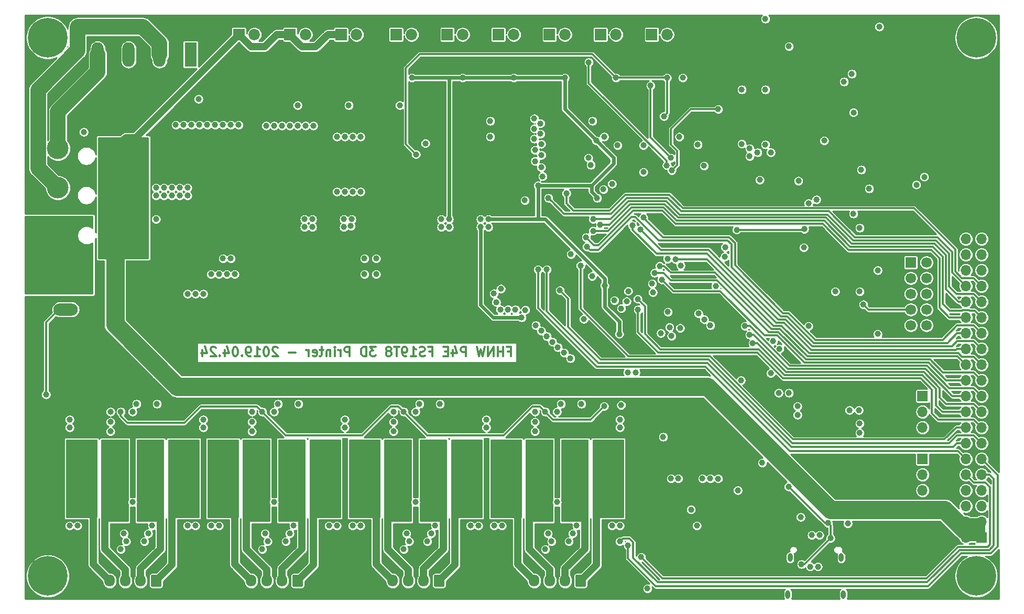
<source format=gbr>
G04 #@! TF.GenerationSoftware,KiCad,Pcbnew,(5.1.0)-1*
G04 #@! TF.CreationDate,2019-04-25T09:45:53+02:00*
G04 #@! TF.ProjectId,FHNW-Pro4E-FS19T8-3DPrinterBoard-STM32,46484e57-2d50-4726-9f34-452d46533139,rev?*
G04 #@! TF.SameCoordinates,Original*
G04 #@! TF.FileFunction,Copper,L4,Bot*
G04 #@! TF.FilePolarity,Positive*
%FSLAX46Y46*%
G04 Gerber Fmt 4.6, Leading zero omitted, Abs format (unit mm)*
G04 Created by KiCad (PCBNEW (5.1.0)-1) date 2019-04-25 09:45:53*
%MOMM*%
%LPD*%
G04 APERTURE LIST*
%ADD10C,0.300000*%
%ADD11C,1.700000*%
%ADD12R,1.700000X1.700000*%
%ADD13O,1.700000X1.700000*%
%ADD14C,1.850000*%
%ADD15R,1.850000X1.850000*%
%ADD16O,1.700000X1.950000*%
%ADD17C,0.100000*%
%ADD18O,3.960000X1.980000*%
%ADD19R,3.960000X1.980000*%
%ADD20C,3.500000*%
%ADD21O,0.800000X1.400000*%
%ADD22C,6.400000*%
%ADD23O,1.980000X3.960000*%
%ADD24R,1.980000X3.960000*%
%ADD25C,1.000000*%
%ADD26C,1.400000*%
%ADD27C,0.600000*%
%ADD28C,1.200000*%
%ADD29C,3.000000*%
%ADD30C,2.500000*%
%ADD31C,0.254000*%
G04 APERTURE END LIST*
D10*
X160364857Y-74695857D02*
X160864857Y-74695857D01*
X160864857Y-75481571D02*
X160864857Y-73981571D01*
X160150571Y-73981571D01*
X159579142Y-75481571D02*
X159579142Y-73981571D01*
X159579142Y-74695857D02*
X158722000Y-74695857D01*
X158722000Y-75481571D02*
X158722000Y-73981571D01*
X158007714Y-75481571D02*
X158007714Y-73981571D01*
X157150571Y-75481571D01*
X157150571Y-73981571D01*
X156579142Y-73981571D02*
X156222000Y-75481571D01*
X155936285Y-74410142D01*
X155650571Y-75481571D01*
X155293428Y-73981571D01*
X153579142Y-75481571D02*
X153579142Y-73981571D01*
X153007714Y-73981571D01*
X152864857Y-74053000D01*
X152793428Y-74124428D01*
X152722000Y-74267285D01*
X152722000Y-74481571D01*
X152793428Y-74624428D01*
X152864857Y-74695857D01*
X153007714Y-74767285D01*
X153579142Y-74767285D01*
X151436285Y-74481571D02*
X151436285Y-75481571D01*
X151793428Y-73910142D02*
X152150571Y-74981571D01*
X151222000Y-74981571D01*
X150650571Y-74695857D02*
X150150571Y-74695857D01*
X149936285Y-75481571D02*
X150650571Y-75481571D01*
X150650571Y-73981571D01*
X149936285Y-73981571D01*
X147650571Y-74695857D02*
X148150571Y-74695857D01*
X148150571Y-75481571D02*
X148150571Y-73981571D01*
X147436285Y-73981571D01*
X146936285Y-75410142D02*
X146722000Y-75481571D01*
X146364857Y-75481571D01*
X146222000Y-75410142D01*
X146150571Y-75338714D01*
X146079142Y-75195857D01*
X146079142Y-75053000D01*
X146150571Y-74910142D01*
X146222000Y-74838714D01*
X146364857Y-74767285D01*
X146650571Y-74695857D01*
X146793428Y-74624428D01*
X146864857Y-74553000D01*
X146936285Y-74410142D01*
X146936285Y-74267285D01*
X146864857Y-74124428D01*
X146793428Y-74053000D01*
X146650571Y-73981571D01*
X146293428Y-73981571D01*
X146079142Y-74053000D01*
X144650571Y-75481571D02*
X145507714Y-75481571D01*
X145079142Y-75481571D02*
X145079142Y-73981571D01*
X145222000Y-74195857D01*
X145364857Y-74338714D01*
X145507714Y-74410142D01*
X143936285Y-75481571D02*
X143650571Y-75481571D01*
X143507714Y-75410142D01*
X143436285Y-75338714D01*
X143293428Y-75124428D01*
X143222000Y-74838714D01*
X143222000Y-74267285D01*
X143293428Y-74124428D01*
X143364857Y-74053000D01*
X143507714Y-73981571D01*
X143793428Y-73981571D01*
X143936285Y-74053000D01*
X144007714Y-74124428D01*
X144079142Y-74267285D01*
X144079142Y-74624428D01*
X144007714Y-74767285D01*
X143936285Y-74838714D01*
X143793428Y-74910142D01*
X143507714Y-74910142D01*
X143364857Y-74838714D01*
X143293428Y-74767285D01*
X143222000Y-74624428D01*
X142793428Y-73981571D02*
X141936285Y-73981571D01*
X142364857Y-75481571D02*
X142364857Y-73981571D01*
X141222000Y-74624428D02*
X141364857Y-74553000D01*
X141436285Y-74481571D01*
X141507714Y-74338714D01*
X141507714Y-74267285D01*
X141436285Y-74124428D01*
X141364857Y-74053000D01*
X141222000Y-73981571D01*
X140936285Y-73981571D01*
X140793428Y-74053000D01*
X140722000Y-74124428D01*
X140650571Y-74267285D01*
X140650571Y-74338714D01*
X140722000Y-74481571D01*
X140793428Y-74553000D01*
X140936285Y-74624428D01*
X141222000Y-74624428D01*
X141364857Y-74695857D01*
X141436285Y-74767285D01*
X141507714Y-74910142D01*
X141507714Y-75195857D01*
X141436285Y-75338714D01*
X141364857Y-75410142D01*
X141222000Y-75481571D01*
X140936285Y-75481571D01*
X140793428Y-75410142D01*
X140722000Y-75338714D01*
X140650571Y-75195857D01*
X140650571Y-74910142D01*
X140722000Y-74767285D01*
X140793428Y-74695857D01*
X140936285Y-74624428D01*
X139007714Y-73981571D02*
X138079142Y-73981571D01*
X138579142Y-74553000D01*
X138364857Y-74553000D01*
X138222000Y-74624428D01*
X138150571Y-74695857D01*
X138079142Y-74838714D01*
X138079142Y-75195857D01*
X138150571Y-75338714D01*
X138222000Y-75410142D01*
X138364857Y-75481571D01*
X138793428Y-75481571D01*
X138936285Y-75410142D01*
X139007714Y-75338714D01*
X137436285Y-75481571D02*
X137436285Y-73981571D01*
X137079142Y-73981571D01*
X136864857Y-74053000D01*
X136722000Y-74195857D01*
X136650571Y-74338714D01*
X136579142Y-74624428D01*
X136579142Y-74838714D01*
X136650571Y-75124428D01*
X136722000Y-75267285D01*
X136864857Y-75410142D01*
X137079142Y-75481571D01*
X137436285Y-75481571D01*
X134793428Y-75481571D02*
X134793428Y-73981571D01*
X134222000Y-73981571D01*
X134079142Y-74053000D01*
X134007714Y-74124428D01*
X133936285Y-74267285D01*
X133936285Y-74481571D01*
X134007714Y-74624428D01*
X134079142Y-74695857D01*
X134222000Y-74767285D01*
X134793428Y-74767285D01*
X133293428Y-75481571D02*
X133293428Y-74481571D01*
X133293428Y-74767285D02*
X133222000Y-74624428D01*
X133150571Y-74553000D01*
X133007714Y-74481571D01*
X132864857Y-74481571D01*
X132364857Y-75481571D02*
X132364857Y-74481571D01*
X132364857Y-73981571D02*
X132436285Y-74053000D01*
X132364857Y-74124428D01*
X132293428Y-74053000D01*
X132364857Y-73981571D01*
X132364857Y-74124428D01*
X131650571Y-74481571D02*
X131650571Y-75481571D01*
X131650571Y-74624428D02*
X131579142Y-74553000D01*
X131436285Y-74481571D01*
X131222000Y-74481571D01*
X131079142Y-74553000D01*
X131007714Y-74695857D01*
X131007714Y-75481571D01*
X130507714Y-74481571D02*
X129936285Y-74481571D01*
X130293428Y-73981571D02*
X130293428Y-75267285D01*
X130222000Y-75410142D01*
X130079142Y-75481571D01*
X129936285Y-75481571D01*
X128864857Y-75410142D02*
X129007714Y-75481571D01*
X129293428Y-75481571D01*
X129436285Y-75410142D01*
X129507714Y-75267285D01*
X129507714Y-74695857D01*
X129436285Y-74553000D01*
X129293428Y-74481571D01*
X129007714Y-74481571D01*
X128864857Y-74553000D01*
X128793428Y-74695857D01*
X128793428Y-74838714D01*
X129507714Y-74981571D01*
X128150571Y-75481571D02*
X128150571Y-74481571D01*
X128150571Y-74767285D02*
X128079142Y-74624428D01*
X128007714Y-74553000D01*
X127864857Y-74481571D01*
X127722000Y-74481571D01*
X126079142Y-74910142D02*
X124936285Y-74910142D01*
X123150571Y-74124428D02*
X123079142Y-74053000D01*
X122936285Y-73981571D01*
X122579142Y-73981571D01*
X122436285Y-74053000D01*
X122364857Y-74124428D01*
X122293428Y-74267285D01*
X122293428Y-74410142D01*
X122364857Y-74624428D01*
X123222000Y-75481571D01*
X122293428Y-75481571D01*
X121364857Y-73981571D02*
X121222000Y-73981571D01*
X121079142Y-74053000D01*
X121007714Y-74124428D01*
X120936285Y-74267285D01*
X120864857Y-74553000D01*
X120864857Y-74910142D01*
X120936285Y-75195857D01*
X121007714Y-75338714D01*
X121079142Y-75410142D01*
X121222000Y-75481571D01*
X121364857Y-75481571D01*
X121507714Y-75410142D01*
X121579142Y-75338714D01*
X121650571Y-75195857D01*
X121722000Y-74910142D01*
X121722000Y-74553000D01*
X121650571Y-74267285D01*
X121579142Y-74124428D01*
X121507714Y-74053000D01*
X121364857Y-73981571D01*
X119436285Y-75481571D02*
X120293428Y-75481571D01*
X119864857Y-75481571D02*
X119864857Y-73981571D01*
X120007714Y-74195857D01*
X120150571Y-74338714D01*
X120293428Y-74410142D01*
X118722000Y-75481571D02*
X118436285Y-75481571D01*
X118293428Y-75410142D01*
X118222000Y-75338714D01*
X118079142Y-75124428D01*
X118007714Y-74838714D01*
X118007714Y-74267285D01*
X118079142Y-74124428D01*
X118150571Y-74053000D01*
X118293428Y-73981571D01*
X118579142Y-73981571D01*
X118722000Y-74053000D01*
X118793428Y-74124428D01*
X118864857Y-74267285D01*
X118864857Y-74624428D01*
X118793428Y-74767285D01*
X118722000Y-74838714D01*
X118579142Y-74910142D01*
X118293428Y-74910142D01*
X118150571Y-74838714D01*
X118079142Y-74767285D01*
X118007714Y-74624428D01*
X117364857Y-75338714D02*
X117293428Y-75410142D01*
X117364857Y-75481571D01*
X117436285Y-75410142D01*
X117364857Y-75338714D01*
X117364857Y-75481571D01*
X116364857Y-73981571D02*
X116222000Y-73981571D01*
X116079142Y-74053000D01*
X116007714Y-74124428D01*
X115936285Y-74267285D01*
X115864857Y-74553000D01*
X115864857Y-74910142D01*
X115936285Y-75195857D01*
X116007714Y-75338714D01*
X116079142Y-75410142D01*
X116222000Y-75481571D01*
X116364857Y-75481571D01*
X116507714Y-75410142D01*
X116579142Y-75338714D01*
X116650571Y-75195857D01*
X116722000Y-74910142D01*
X116722000Y-74553000D01*
X116650571Y-74267285D01*
X116579142Y-74124428D01*
X116507714Y-74053000D01*
X116364857Y-73981571D01*
X114579142Y-74481571D02*
X114579142Y-75481571D01*
X114936285Y-73910142D02*
X115293428Y-74981571D01*
X114364857Y-74981571D01*
X113793428Y-75338714D02*
X113722000Y-75410142D01*
X113793428Y-75481571D01*
X113864857Y-75410142D01*
X113793428Y-75338714D01*
X113793428Y-75481571D01*
X113150571Y-74124428D02*
X113079142Y-74053000D01*
X112936285Y-73981571D01*
X112579142Y-73981571D01*
X112436285Y-74053000D01*
X112364857Y-74124428D01*
X112293428Y-74267285D01*
X112293428Y-74410142D01*
X112364857Y-74624428D01*
X113222000Y-75481571D01*
X112293428Y-75481571D01*
X111007714Y-74481571D02*
X111007714Y-75481571D01*
X111364857Y-73910142D02*
X111722000Y-74981571D01*
X110793428Y-74981571D01*
D11*
X227965000Y-70485000D03*
X225425000Y-70485000D03*
X227965000Y-67945000D03*
X225425000Y-67945000D03*
X227965000Y-65405000D03*
X225425000Y-65405000D03*
X227965000Y-62865000D03*
X225425000Y-62865000D03*
X227965000Y-60325000D03*
D12*
X225425000Y-60325000D03*
X236855000Y-104775000D03*
D13*
X234315000Y-104775000D03*
X236855000Y-102235000D03*
X234315000Y-102235000D03*
X236855000Y-99695000D03*
X234315000Y-99695000D03*
X236855000Y-97155000D03*
X234315000Y-97155000D03*
X236855000Y-94615000D03*
X234315000Y-94615000D03*
X236855000Y-92075000D03*
X234315000Y-92075000D03*
X236855000Y-89535000D03*
X234315000Y-89535000D03*
X236855000Y-86995000D03*
X234315000Y-86995000D03*
X236855000Y-84455000D03*
X234315000Y-84455000D03*
X236855000Y-81915000D03*
X234315000Y-81915000D03*
X236855000Y-79375000D03*
X234315000Y-79375000D03*
X236855000Y-76835000D03*
X234315000Y-76835000D03*
X236855000Y-74295000D03*
X234315000Y-74295000D03*
X236855000Y-71755000D03*
X234315000Y-71755000D03*
X236855000Y-69215000D03*
X234315000Y-69215000D03*
X236855000Y-66675000D03*
X234315000Y-66675000D03*
X236855000Y-64135000D03*
X234315000Y-64135000D03*
X236855000Y-61595000D03*
X234315000Y-61595000D03*
X236855000Y-59055000D03*
X234315000Y-59055000D03*
X236855000Y-56515000D03*
X234315000Y-56515000D03*
D14*
X135890000Y-23495000D03*
D15*
X133390000Y-23495000D03*
X158790000Y-23495000D03*
D14*
X161290000Y-23495000D03*
D16*
X118865000Y-111760000D03*
X121365000Y-111760000D03*
X123865000Y-111760000D03*
D17*
G36*
X126989504Y-110786204D02*
G01*
X127013773Y-110789804D01*
X127037571Y-110795765D01*
X127060671Y-110804030D01*
X127082849Y-110814520D01*
X127103893Y-110827133D01*
X127123598Y-110841747D01*
X127141777Y-110858223D01*
X127158253Y-110876402D01*
X127172867Y-110896107D01*
X127185480Y-110917151D01*
X127195970Y-110939329D01*
X127204235Y-110962429D01*
X127210196Y-110986227D01*
X127213796Y-111010496D01*
X127215000Y-111035000D01*
X127215000Y-112485000D01*
X127213796Y-112509504D01*
X127210196Y-112533773D01*
X127204235Y-112557571D01*
X127195970Y-112580671D01*
X127185480Y-112602849D01*
X127172867Y-112623893D01*
X127158253Y-112643598D01*
X127141777Y-112661777D01*
X127123598Y-112678253D01*
X127103893Y-112692867D01*
X127082849Y-112705480D01*
X127060671Y-112715970D01*
X127037571Y-112724235D01*
X127013773Y-112730196D01*
X126989504Y-112733796D01*
X126965000Y-112735000D01*
X125765000Y-112735000D01*
X125740496Y-112733796D01*
X125716227Y-112730196D01*
X125692429Y-112724235D01*
X125669329Y-112715970D01*
X125647151Y-112705480D01*
X125626107Y-112692867D01*
X125606402Y-112678253D01*
X125588223Y-112661777D01*
X125571747Y-112643598D01*
X125557133Y-112623893D01*
X125544520Y-112602849D01*
X125534030Y-112580671D01*
X125525765Y-112557571D01*
X125519804Y-112533773D01*
X125516204Y-112509504D01*
X125515000Y-112485000D01*
X125515000Y-111035000D01*
X125516204Y-111010496D01*
X125519804Y-110986227D01*
X125525765Y-110962429D01*
X125534030Y-110939329D01*
X125544520Y-110917151D01*
X125557133Y-110896107D01*
X125571747Y-110876402D01*
X125588223Y-110858223D01*
X125606402Y-110841747D01*
X125626107Y-110827133D01*
X125647151Y-110814520D01*
X125669329Y-110804030D01*
X125692429Y-110795765D01*
X125716227Y-110789804D01*
X125740496Y-110786204D01*
X125765000Y-110785000D01*
X126965000Y-110785000D01*
X126989504Y-110786204D01*
X126989504Y-110786204D01*
G37*
D11*
X126365000Y-111760000D03*
D17*
G36*
X104129504Y-110786204D02*
G01*
X104153773Y-110789804D01*
X104177571Y-110795765D01*
X104200671Y-110804030D01*
X104222849Y-110814520D01*
X104243893Y-110827133D01*
X104263598Y-110841747D01*
X104281777Y-110858223D01*
X104298253Y-110876402D01*
X104312867Y-110896107D01*
X104325480Y-110917151D01*
X104335970Y-110939329D01*
X104344235Y-110962429D01*
X104350196Y-110986227D01*
X104353796Y-111010496D01*
X104355000Y-111035000D01*
X104355000Y-112485000D01*
X104353796Y-112509504D01*
X104350196Y-112533773D01*
X104344235Y-112557571D01*
X104335970Y-112580671D01*
X104325480Y-112602849D01*
X104312867Y-112623893D01*
X104298253Y-112643598D01*
X104281777Y-112661777D01*
X104263598Y-112678253D01*
X104243893Y-112692867D01*
X104222849Y-112705480D01*
X104200671Y-112715970D01*
X104177571Y-112724235D01*
X104153773Y-112730196D01*
X104129504Y-112733796D01*
X104105000Y-112735000D01*
X102905000Y-112735000D01*
X102880496Y-112733796D01*
X102856227Y-112730196D01*
X102832429Y-112724235D01*
X102809329Y-112715970D01*
X102787151Y-112705480D01*
X102766107Y-112692867D01*
X102746402Y-112678253D01*
X102728223Y-112661777D01*
X102711747Y-112643598D01*
X102697133Y-112623893D01*
X102684520Y-112602849D01*
X102674030Y-112580671D01*
X102665765Y-112557571D01*
X102659804Y-112533773D01*
X102656204Y-112509504D01*
X102655000Y-112485000D01*
X102655000Y-111035000D01*
X102656204Y-111010496D01*
X102659804Y-110986227D01*
X102665765Y-110962429D01*
X102674030Y-110939329D01*
X102684520Y-110917151D01*
X102697133Y-110896107D01*
X102711747Y-110876402D01*
X102728223Y-110858223D01*
X102746402Y-110841747D01*
X102766107Y-110827133D01*
X102787151Y-110814520D01*
X102809329Y-110804030D01*
X102832429Y-110795765D01*
X102856227Y-110789804D01*
X102880496Y-110786204D01*
X102905000Y-110785000D01*
X104105000Y-110785000D01*
X104129504Y-110786204D01*
X104129504Y-110786204D01*
G37*
D11*
X103505000Y-111760000D03*
D16*
X101005000Y-111760000D03*
X98505000Y-111760000D03*
X96005000Y-111760000D03*
X164585000Y-111760000D03*
X167085000Y-111760000D03*
X169585000Y-111760000D03*
D17*
G36*
X172709504Y-110786204D02*
G01*
X172733773Y-110789804D01*
X172757571Y-110795765D01*
X172780671Y-110804030D01*
X172802849Y-110814520D01*
X172823893Y-110827133D01*
X172843598Y-110841747D01*
X172861777Y-110858223D01*
X172878253Y-110876402D01*
X172892867Y-110896107D01*
X172905480Y-110917151D01*
X172915970Y-110939329D01*
X172924235Y-110962429D01*
X172930196Y-110986227D01*
X172933796Y-111010496D01*
X172935000Y-111035000D01*
X172935000Y-112485000D01*
X172933796Y-112509504D01*
X172930196Y-112533773D01*
X172924235Y-112557571D01*
X172915970Y-112580671D01*
X172905480Y-112602849D01*
X172892867Y-112623893D01*
X172878253Y-112643598D01*
X172861777Y-112661777D01*
X172843598Y-112678253D01*
X172823893Y-112692867D01*
X172802849Y-112705480D01*
X172780671Y-112715970D01*
X172757571Y-112724235D01*
X172733773Y-112730196D01*
X172709504Y-112733796D01*
X172685000Y-112735000D01*
X171485000Y-112735000D01*
X171460496Y-112733796D01*
X171436227Y-112730196D01*
X171412429Y-112724235D01*
X171389329Y-112715970D01*
X171367151Y-112705480D01*
X171346107Y-112692867D01*
X171326402Y-112678253D01*
X171308223Y-112661777D01*
X171291747Y-112643598D01*
X171277133Y-112623893D01*
X171264520Y-112602849D01*
X171254030Y-112580671D01*
X171245765Y-112557571D01*
X171239804Y-112533773D01*
X171236204Y-112509504D01*
X171235000Y-112485000D01*
X171235000Y-111035000D01*
X171236204Y-111010496D01*
X171239804Y-110986227D01*
X171245765Y-110962429D01*
X171254030Y-110939329D01*
X171264520Y-110917151D01*
X171277133Y-110896107D01*
X171291747Y-110876402D01*
X171308223Y-110858223D01*
X171326402Y-110841747D01*
X171346107Y-110827133D01*
X171367151Y-110814520D01*
X171389329Y-110804030D01*
X171412429Y-110795765D01*
X171436227Y-110789804D01*
X171460496Y-110786204D01*
X171485000Y-110785000D01*
X172685000Y-110785000D01*
X172709504Y-110786204D01*
X172709504Y-110786204D01*
G37*
D11*
X172085000Y-111760000D03*
D17*
G36*
X149849504Y-110786204D02*
G01*
X149873773Y-110789804D01*
X149897571Y-110795765D01*
X149920671Y-110804030D01*
X149942849Y-110814520D01*
X149963893Y-110827133D01*
X149983598Y-110841747D01*
X150001777Y-110858223D01*
X150018253Y-110876402D01*
X150032867Y-110896107D01*
X150045480Y-110917151D01*
X150055970Y-110939329D01*
X150064235Y-110962429D01*
X150070196Y-110986227D01*
X150073796Y-111010496D01*
X150075000Y-111035000D01*
X150075000Y-112485000D01*
X150073796Y-112509504D01*
X150070196Y-112533773D01*
X150064235Y-112557571D01*
X150055970Y-112580671D01*
X150045480Y-112602849D01*
X150032867Y-112623893D01*
X150018253Y-112643598D01*
X150001777Y-112661777D01*
X149983598Y-112678253D01*
X149963893Y-112692867D01*
X149942849Y-112705480D01*
X149920671Y-112715970D01*
X149897571Y-112724235D01*
X149873773Y-112730196D01*
X149849504Y-112733796D01*
X149825000Y-112735000D01*
X148625000Y-112735000D01*
X148600496Y-112733796D01*
X148576227Y-112730196D01*
X148552429Y-112724235D01*
X148529329Y-112715970D01*
X148507151Y-112705480D01*
X148486107Y-112692867D01*
X148466402Y-112678253D01*
X148448223Y-112661777D01*
X148431747Y-112643598D01*
X148417133Y-112623893D01*
X148404520Y-112602849D01*
X148394030Y-112580671D01*
X148385765Y-112557571D01*
X148379804Y-112533773D01*
X148376204Y-112509504D01*
X148375000Y-112485000D01*
X148375000Y-111035000D01*
X148376204Y-111010496D01*
X148379804Y-110986227D01*
X148385765Y-110962429D01*
X148394030Y-110939329D01*
X148404520Y-110917151D01*
X148417133Y-110896107D01*
X148431747Y-110876402D01*
X148448223Y-110858223D01*
X148466402Y-110841747D01*
X148486107Y-110827133D01*
X148507151Y-110814520D01*
X148529329Y-110804030D01*
X148552429Y-110795765D01*
X148576227Y-110789804D01*
X148600496Y-110786204D01*
X148625000Y-110785000D01*
X149825000Y-110785000D01*
X149849504Y-110786204D01*
X149849504Y-110786204D01*
G37*
D11*
X149225000Y-111760000D03*
D16*
X146725000Y-111760000D03*
X144225000Y-111760000D03*
X141725000Y-111760000D03*
D18*
X88900000Y-67930000D03*
D19*
X88900000Y-62930000D03*
D15*
X150535000Y-23495000D03*
D14*
X153035000Y-23495000D03*
D15*
X183555000Y-23495000D03*
D14*
X186055000Y-23495000D03*
X144780000Y-23495000D03*
D15*
X142280000Y-23495000D03*
D14*
X177800000Y-23495000D03*
D15*
X175300000Y-23495000D03*
X125135000Y-23495000D03*
D14*
X127635000Y-23495000D03*
X169545000Y-23495000D03*
D15*
X167045000Y-23495000D03*
D20*
X96870000Y-57150000D03*
X87670000Y-57150000D03*
X96830000Y-48260000D03*
X87630000Y-48260000D03*
X87630000Y-41910000D03*
X96830000Y-41910000D03*
D14*
X119380000Y-23495000D03*
D15*
X116880000Y-23495000D03*
D21*
X205568000Y-113965000D03*
X214548000Y-113965000D03*
X214188000Y-108015000D03*
X205928000Y-108015000D03*
D22*
X86000000Y-24000000D03*
X86000000Y-111000000D03*
X236000000Y-24000000D03*
X236000000Y-111000000D03*
D12*
X227330000Y-92075000D03*
D13*
X227330000Y-94615000D03*
X227330000Y-97155000D03*
X227330000Y-86995000D03*
X227330000Y-84455000D03*
D12*
X227330000Y-81915000D03*
D23*
X99065000Y-26735000D03*
X94065000Y-26735000D03*
X104065000Y-26735000D03*
D24*
X109065000Y-26735000D03*
D25*
X158115000Y-102870000D03*
X159385000Y-102870000D03*
X177165000Y-102870000D03*
X178435000Y-102870000D03*
X112395000Y-102870000D03*
X113665000Y-102870000D03*
X131445000Y-102870000D03*
X132715000Y-102870000D03*
X135255000Y-102870000D03*
X136525000Y-102870000D03*
X154305000Y-102870000D03*
X155575000Y-102870000D03*
X89535000Y-102870000D03*
X108585000Y-102870000D03*
X90805000Y-102870000D03*
X96139000Y-87630000D03*
X164719000Y-87630000D03*
X118999000Y-87630000D03*
X141859000Y-87630000D03*
X99695000Y-84455000D03*
X168275000Y-84455000D03*
X122555000Y-84455000D03*
X145415000Y-84455000D03*
X89535000Y-86995000D03*
X89535000Y-85725000D03*
X99695000Y-99060000D03*
X168275000Y-99060000D03*
X122555000Y-99060000D03*
X145415000Y-99060000D03*
X102870000Y-102870000D03*
X171450000Y-102870000D03*
X125730000Y-102870000D03*
X148590000Y-102870000D03*
X109855000Y-102870000D03*
X133985000Y-85725000D03*
X133985000Y-86995000D03*
X111125000Y-86995000D03*
X111125000Y-85725000D03*
X178435000Y-86995000D03*
X178435000Y-85725000D03*
X156845000Y-85725000D03*
X156845000Y-86995000D03*
X103632000Y-83185000D03*
X126492000Y-83185000D03*
X149352000Y-83185000D03*
X172212000Y-83185000D03*
X137160000Y-62230000D03*
X139065000Y-59690000D03*
X217170000Y-65024000D03*
X217170000Y-54737000D03*
X207645000Y-101473000D03*
X201422000Y-92710000D03*
X202819000Y-78232000D03*
X115570000Y-59690000D03*
X114300000Y-59690000D03*
X114935000Y-62230000D03*
X137160000Y-59690000D03*
X126365000Y-34925000D03*
X134620000Y-34925000D03*
X142875000Y-34925000D03*
X216170000Y-36085000D03*
X103505000Y-48260000D03*
X104775000Y-48260000D03*
X106045000Y-48260000D03*
X107315000Y-48260000D03*
X135255000Y-40005000D03*
X132715000Y-40005000D03*
X133985000Y-40005000D03*
X136525000Y-40005000D03*
X217170000Y-86360000D03*
X175895000Y-40005000D03*
X188030331Y-40030331D03*
X139065000Y-62230000D03*
X113665000Y-62230000D03*
X103505000Y-53340000D03*
X108585000Y-65405000D03*
X109855000Y-65405000D03*
X111125000Y-65405000D03*
X112395000Y-62230000D03*
X116205000Y-62230000D03*
X182245000Y-45720000D03*
X175768000Y-48514000D03*
X183769000Y-65151000D03*
X201930000Y-41275000D03*
X205740000Y-25400000D03*
X192024000Y-44704000D03*
X197485000Y-97155000D03*
X182880000Y-113030000D03*
X185420000Y-88519000D03*
X163068000Y-50292000D03*
X91821000Y-39243000D03*
X110363012Y-33909000D03*
X132715000Y-48895000D03*
X133985000Y-48895000D03*
X135255000Y-48895000D03*
X136525000Y-48895000D03*
X107315000Y-49530000D03*
X106045000Y-49530000D03*
X104775000Y-49530000D03*
X103505000Y-49530000D03*
X108585000Y-48260000D03*
X108585000Y-49530000D03*
X147024000Y-41086000D03*
X198127032Y-41160000D03*
X186140000Y-59755000D03*
X173948000Y-62549000D03*
X195392506Y-59392506D03*
X163152996Y-68010000D03*
X165947000Y-46420000D03*
X155925000Y-54610000D03*
X155925000Y-53340000D03*
X157195000Y-53340000D03*
X157195000Y-54610000D03*
X150845000Y-54610000D03*
X150845000Y-53340000D03*
X149575000Y-53340000D03*
X149575000Y-54610000D03*
X174625000Y-40640000D03*
X162560000Y-69215000D03*
X161290000Y-30480000D03*
X153035000Y-30480000D03*
X213233000Y-65024000D03*
X216154000Y-52451000D03*
X190880958Y-102870000D03*
X217170000Y-87884000D03*
X174752000Y-49911010D03*
X191008000Y-41275000D03*
X220091000Y-61595000D03*
X201930000Y-20955000D03*
X201930000Y-32385000D03*
X188595000Y-30480000D03*
X220345000Y-22225000D03*
X178625000Y-83375000D03*
X201041000Y-46990000D03*
X183642000Y-63754000D03*
X215265000Y-102530010D03*
X165226976Y-47879000D03*
X178347581Y-71893093D03*
X144830009Y-30480000D03*
X195453000Y-57880022D03*
X188265631Y-60834372D03*
X220091000Y-71882000D03*
X175980000Y-64073004D03*
X169544964Y-30480000D03*
X198120000Y-32385000D03*
X194310000Y-35560000D03*
X208153000Y-57912000D03*
X208915000Y-70612000D03*
X186814920Y-45443886D03*
X177800000Y-30480000D03*
X186055000Y-30480000D03*
X185547000Y-36703000D03*
X145500000Y-42863990D03*
X199390000Y-41910000D03*
X193918308Y-64145692D03*
X192059000Y-69538000D03*
X200660000Y-42545000D03*
X193040000Y-70485000D03*
X202819000Y-42545000D03*
X191135000Y-68580000D03*
X199390000Y-43180000D03*
X177165000Y-47625000D03*
X173990000Y-37465000D03*
X186182000Y-68326062D03*
X118745000Y-98425000D03*
X120015000Y-97155000D03*
X121285000Y-95885000D03*
X120015000Y-94615000D03*
X118745000Y-95885000D03*
X121285000Y-98425000D03*
X114300000Y-96520000D03*
X113030000Y-95250000D03*
X114300000Y-93980000D03*
X113030000Y-92710000D03*
X114300000Y-91440000D03*
X113030000Y-90170000D03*
X126365000Y-98425000D03*
X125095000Y-97155000D03*
X123825000Y-95885000D03*
X125095000Y-94615000D03*
X126365000Y-95885000D03*
X123825000Y-98425000D03*
X130810000Y-96520000D03*
X132080000Y-95250000D03*
X130810000Y-93980000D03*
X132080000Y-92710000D03*
X130810000Y-91440000D03*
X132080000Y-90170000D03*
X103505000Y-98425000D03*
X102235000Y-97155000D03*
X100965000Y-98425000D03*
X103505000Y-95885000D03*
X100965000Y-95885000D03*
X102235000Y-94615000D03*
X107950000Y-96520000D03*
X109220000Y-95250000D03*
X107950000Y-93980000D03*
X109220000Y-92710000D03*
X107950000Y-91440000D03*
X109220000Y-90170000D03*
X95885000Y-98425000D03*
X97155000Y-97155000D03*
X98425000Y-98425000D03*
X98425000Y-95885000D03*
X97155000Y-94615000D03*
X95885000Y-95885000D03*
X91440000Y-93980000D03*
X90170000Y-92710000D03*
X91440000Y-91440000D03*
X91440000Y-96520000D03*
X90170000Y-95250000D03*
X90170000Y-90170000D03*
X164465000Y-98425000D03*
X165735000Y-97155000D03*
X167005000Y-98425000D03*
X167005000Y-95885000D03*
X164465000Y-95885000D03*
X165735000Y-94615000D03*
X158750000Y-92710000D03*
X160020000Y-93980000D03*
X160020000Y-96520000D03*
X160020000Y-91440000D03*
X158750000Y-95250000D03*
X158750000Y-90170000D03*
X172085000Y-98425000D03*
X170815000Y-97155000D03*
X169545000Y-95885000D03*
X170815000Y-94615000D03*
X172085000Y-95885000D03*
X169545000Y-98425000D03*
X176530000Y-96520000D03*
X177800000Y-95250000D03*
X176530000Y-93980000D03*
X177800000Y-92710000D03*
X176530000Y-91440000D03*
X177800000Y-90170000D03*
X149225000Y-98425000D03*
X147955000Y-97155000D03*
X146685000Y-95885000D03*
X147955000Y-94615000D03*
X149225000Y-95885000D03*
X146685000Y-98425000D03*
X153670000Y-96520000D03*
X154940000Y-95250000D03*
X153670000Y-93980000D03*
X154940000Y-92710000D03*
X153670000Y-91440000D03*
X154940000Y-90170000D03*
X142875000Y-97155000D03*
X144145000Y-95885000D03*
X142875000Y-94615000D03*
X141605000Y-95885000D03*
X144145000Y-98425000D03*
X141605000Y-98425000D03*
X137160000Y-96520000D03*
X135890000Y-95250000D03*
X137160000Y-93980000D03*
X135890000Y-92710000D03*
X137160000Y-91440000D03*
X135890000Y-90170000D03*
D26*
X102870000Y-75184000D03*
X101600000Y-73914000D03*
X104140000Y-76581000D03*
X103759000Y-78359000D03*
X101219000Y-75692000D03*
X102489000Y-76962000D03*
D25*
X114300000Y-38100000D03*
X116840000Y-38100000D03*
X115570000Y-38100000D03*
X113030000Y-38100000D03*
X111760000Y-38100000D03*
X110490000Y-38100000D03*
X109220000Y-38100000D03*
X107950000Y-38100000D03*
X106680000Y-38100000D03*
X127635000Y-38227000D03*
X128905000Y-38227000D03*
X126365000Y-38227000D03*
X125095000Y-38227000D03*
X123825000Y-38227000D03*
X122555000Y-38227000D03*
X121285000Y-38227000D03*
X209183000Y-109480002D03*
X210683000Y-104394000D03*
X210433000Y-109480002D03*
X209433000Y-104394000D03*
X212471000Y-104902000D03*
X207772000Y-109093000D03*
X205690213Y-96569787D03*
X212051716Y-102434655D03*
X120650000Y-84455000D03*
X97790000Y-84455000D03*
X166370000Y-84455000D03*
X143510000Y-84455000D03*
X175895000Y-83566000D03*
X133827000Y-54610000D03*
X133827000Y-53340000D03*
X135097000Y-53340000D03*
X128747000Y-54610000D03*
X128747000Y-53340000D03*
X127477000Y-53340000D03*
X127477000Y-54610000D03*
X197993000Y-79375000D03*
X134954807Y-54436807D03*
X186690000Y-95250000D03*
X179536000Y-66613000D03*
X194291000Y-95269000D03*
X185041562Y-71752438D03*
X193040000Y-95250000D03*
X186760308Y-72215698D03*
X191770000Y-95250000D03*
X188172000Y-70930994D03*
X189929904Y-100265096D03*
X186462003Y-70786007D03*
X187856990Y-95250000D03*
X179790000Y-64962000D03*
X205740000Y-81407000D03*
X207280000Y-47134000D03*
X204089000Y-81407000D03*
X211455000Y-40640000D03*
X207137000Y-84963088D03*
X226330000Y-47769000D03*
X207137000Y-83566000D03*
X227600000Y-46499000D03*
X218694000Y-48387000D03*
X178647008Y-67756000D03*
X217424000Y-45339000D03*
X177543539Y-66453253D03*
X170434000Y-75819000D03*
X170179960Y-105410000D03*
X170815000Y-104140000D03*
X169417994Y-74930000D03*
X168910000Y-83185000D03*
X168402000Y-74040996D03*
X164719000Y-84455000D03*
X167519123Y-73156359D03*
X164719000Y-86106000D03*
X166624000Y-72262998D03*
X141859000Y-84455000D03*
X160357868Y-67927208D03*
X141859000Y-86106000D03*
X159131002Y-67945000D03*
X146050000Y-83185000D03*
X161539448Y-67945063D03*
X164846000Y-70485000D03*
X147955000Y-104140000D03*
X165735000Y-71374006D03*
X147320000Y-105410000D03*
X124460000Y-105410000D03*
X165734988Y-44958000D03*
X125095000Y-104140000D03*
X164729696Y-43952688D03*
X123190000Y-83185000D03*
X165760003Y-42979788D03*
X118999000Y-84455000D03*
X164719044Y-42164000D03*
X118999000Y-86106000D03*
X165734985Y-41186010D03*
X217763000Y-67121000D03*
X98298000Y-104140000D03*
X121096990Y-104140000D03*
X143956990Y-104140000D03*
X166816990Y-104140000D03*
X178435000Y-105410000D03*
X210185000Y-50165000D03*
X158454000Y-66740000D03*
X166370000Y-106680000D03*
X143510000Y-106680000D03*
X120650000Y-106680000D03*
X97790000Y-106680000D03*
X181864000Y-107950000D03*
X159216000Y-64580996D03*
X98679047Y-105410073D03*
X121539000Y-105410000D03*
X144398985Y-105410000D03*
X167385924Y-105410000D03*
X179741060Y-106081060D03*
X208915000Y-50761990D03*
X158073000Y-65343000D03*
X178054000Y-41402000D03*
X217043000Y-84201000D03*
X182245000Y-41402000D03*
X215519000Y-84201000D03*
X100330000Y-83185000D03*
X164592006Y-38696990D03*
X96139000Y-86106000D03*
X164592000Y-37060010D03*
X96139000Y-84455000D03*
X165597308Y-37856692D03*
X102235012Y-104140000D03*
X165608000Y-39535010D03*
X101600000Y-105410000D03*
X164592000Y-40348005D03*
X165227000Y-61468000D03*
X168741000Y-64835000D03*
X166624000Y-61468000D03*
X181356000Y-67945000D03*
X172085000Y-60833000D03*
X199898000Y-73406000D03*
X198628000Y-70612000D03*
X199390000Y-72009000D03*
X184040075Y-62020408D03*
X185204891Y-63101432D03*
X187452000Y-59817000D03*
X184869998Y-60898000D03*
X181737000Y-54991000D03*
X180467000Y-54355994D03*
X182245000Y-53086006D03*
X173101000Y-57785000D03*
X174094662Y-55222662D03*
X172974000Y-56260992D03*
X174117002Y-53340000D03*
X175252932Y-54242286D03*
X169799000Y-49149000D03*
X166878000Y-49911000D03*
X85725000Y-81661000D03*
X186690000Y-43434000D03*
X183388000Y-31750000D03*
X173391759Y-27976759D03*
X185990951Y-44641637D03*
X173355000Y-43434000D03*
X157480000Y-37465000D03*
X173736000Y-44577000D03*
X157480000Y-40005000D03*
X179705000Y-78105000D03*
X170519000Y-58993000D03*
X214630000Y-31115000D03*
X204226692Y-74284308D03*
X215900000Y-29845000D03*
X203200000Y-73025000D03*
X172593000Y-69469000D03*
X180975000Y-78105000D03*
X181313998Y-66231998D03*
X197316000Y-55056000D03*
X208238000Y-54929000D03*
D27*
X177419000Y-43434000D02*
X174625000Y-40640000D01*
X177419000Y-44323000D02*
X177419000Y-43434000D01*
X161852894Y-69215000D02*
X162560000Y-69215000D01*
X157988000Y-69215000D02*
X161852894Y-69215000D01*
X155925000Y-54610000D02*
X155925000Y-67152000D01*
X155925000Y-67152000D02*
X157988000Y-69215000D01*
X153035000Y-30480000D02*
X161290000Y-30480000D01*
X150749000Y-30480000D02*
X153035000Y-30480000D01*
X150845000Y-30576000D02*
X150749000Y-30480000D01*
X150845000Y-53340000D02*
X150845000Y-30576000D01*
X174752000Y-49911010D02*
X174752000Y-49784000D01*
X174752000Y-49784000D02*
X173863000Y-48895000D01*
X173863000Y-47879000D02*
X177419000Y-44323000D01*
X173863000Y-48895000D02*
X173863000Y-47879000D01*
X165226976Y-53212976D02*
X165354000Y-53340000D01*
X165226976Y-47879000D02*
X165226976Y-53212976D01*
X157195000Y-53340000D02*
X165354000Y-53340000D01*
X165226976Y-47879000D02*
X173863000Y-47879000D01*
X150749000Y-30480000D02*
X144830009Y-30480000D01*
X166370000Y-53340000D02*
X175980000Y-62950000D01*
X165354000Y-53340000D02*
X166370000Y-53340000D01*
X175980000Y-67522000D02*
X175980000Y-64780110D01*
X175980000Y-64780110D02*
X175980000Y-64073004D01*
X178347581Y-69889581D02*
X175980000Y-67522000D01*
X178347581Y-71893093D02*
X178347581Y-69889581D01*
X175980000Y-63365898D02*
X175980000Y-64073004D01*
X175980000Y-62950000D02*
X175980000Y-63365898D01*
X169544964Y-31187106D02*
X169544964Y-30480000D01*
X174625000Y-40640000D02*
X169544964Y-35559964D01*
X169544964Y-35559964D02*
X169544964Y-31187106D01*
X161290000Y-30480000D02*
X169544964Y-30480000D01*
D10*
X187314919Y-44943887D02*
X186814920Y-45443886D01*
X189865000Y-35560000D02*
X186690000Y-38735000D01*
X186690000Y-41275000D02*
X187713958Y-42298958D01*
X187713958Y-44544848D02*
X187314919Y-44943887D01*
X187713958Y-42298958D02*
X187713958Y-44544848D01*
X186690000Y-38735000D02*
X186690000Y-41275000D01*
X194310000Y-35560000D02*
X189865000Y-35560000D01*
X177800000Y-30480000D02*
X186055000Y-30480000D01*
X186055000Y-36195000D02*
X186055000Y-30480000D01*
X185547000Y-36703000D02*
X186055000Y-36195000D01*
X143849000Y-41212990D02*
X145000001Y-42363991D01*
X145000001Y-42363991D02*
X145500000Y-42863990D01*
X143849000Y-28894000D02*
X143849000Y-41212990D01*
X146073000Y-26670000D02*
X143849000Y-28894000D01*
X173990000Y-26670000D02*
X146073000Y-26670000D01*
X177800000Y-30480000D02*
X173990000Y-26670000D01*
D28*
X118110000Y-99060000D02*
X118745000Y-98425000D01*
X118110000Y-106680000D02*
X118110000Y-99060000D01*
X121365000Y-111760000D02*
X121365000Y-109935000D01*
X121365000Y-109935000D02*
X118110000Y-106680000D01*
X116205000Y-109100000D02*
X116205000Y-100965000D01*
X118865000Y-111760000D02*
X116205000Y-109100000D01*
X126864999Y-98924999D02*
X126365000Y-98425000D01*
X127030001Y-99090001D02*
X126864999Y-98924999D01*
X127030001Y-106649999D02*
X127030001Y-99090001D01*
X123865000Y-111760000D02*
X123865000Y-109815000D01*
X123865000Y-109815000D02*
X127030001Y-106649999D01*
X128905000Y-109220000D02*
X128905000Y-100965000D01*
X126365000Y-111760000D02*
X128905000Y-109220000D01*
X104004999Y-98924999D02*
X103505000Y-98425000D01*
X104170001Y-99090001D02*
X104004999Y-98924999D01*
X104170001Y-106649999D02*
X104170001Y-99090001D01*
X101005000Y-111760000D02*
X101005000Y-109815000D01*
X101005000Y-109815000D02*
X104170001Y-106649999D01*
X107450001Y-97019999D02*
X107950000Y-96520000D01*
X106045000Y-98425000D02*
X107450001Y-97019999D01*
X103505000Y-111760000D02*
X106045000Y-109220000D01*
X106045000Y-109220000D02*
X106045000Y-98425000D01*
X95250000Y-99060000D02*
X95885000Y-98425000D01*
X95250000Y-106680000D02*
X95250000Y-99060000D01*
X98505000Y-111760000D02*
X98505000Y-109935000D01*
X98505000Y-109935000D02*
X95250000Y-106680000D01*
X93345000Y-98425000D02*
X91440000Y-96520000D01*
X96005000Y-111760000D02*
X93345000Y-109100000D01*
X93345000Y-109100000D02*
X93345000Y-98425000D01*
X163830000Y-99060000D02*
X164465000Y-98425000D01*
X163830000Y-106680000D02*
X163830000Y-99060000D01*
X167085000Y-111760000D02*
X167085000Y-109935000D01*
X167085000Y-109935000D02*
X163830000Y-106680000D01*
X161925000Y-109100000D02*
X161925000Y-100965000D01*
X164585000Y-111760000D02*
X161925000Y-109100000D01*
X172584999Y-98924999D02*
X172085000Y-98425000D01*
X172750001Y-99090001D02*
X172584999Y-98924999D01*
X172750001Y-106649999D02*
X172750001Y-99090001D01*
X169585000Y-111760000D02*
X169585000Y-109815000D01*
X169585000Y-109815000D02*
X172750001Y-106649999D01*
X174625000Y-109220000D02*
X174625000Y-100965000D01*
X172085000Y-111760000D02*
X174625000Y-109220000D01*
X149724999Y-98924999D02*
X149225000Y-98425000D01*
X149890001Y-99090001D02*
X149724999Y-98924999D01*
X149890001Y-106649999D02*
X149890001Y-99090001D01*
X146725000Y-111760000D02*
X146725000Y-109815000D01*
X146725000Y-109815000D02*
X149890001Y-106649999D01*
X151765000Y-109220000D02*
X151765000Y-100965000D01*
X149225000Y-111760000D02*
X151765000Y-109220000D01*
X140970000Y-99060000D02*
X141605000Y-98425000D01*
X140970000Y-106680000D02*
X140970000Y-99060000D01*
X144225000Y-111760000D02*
X144225000Y-109935000D01*
X144225000Y-109935000D02*
X140970000Y-106680000D01*
X139065000Y-109100000D02*
X139065000Y-100965000D01*
X141725000Y-111760000D02*
X139065000Y-109100000D01*
X234315000Y-102235000D02*
X236855000Y-102235000D01*
X236855000Y-102235000D02*
X236855000Y-104775000D01*
X236855000Y-104775000D02*
X234315000Y-104775000D01*
X236855000Y-104775000D02*
X234315000Y-102235000D01*
X234315000Y-104775000D02*
X236855000Y-102235000D01*
X96830000Y-41910000D02*
X98579999Y-40160001D01*
X100214999Y-40160001D02*
X116880000Y-23495000D01*
X98579999Y-40160001D02*
X100214999Y-40160001D01*
D29*
X230886000Y-100330000D02*
X234188000Y-103632000D01*
X212491000Y-100330000D02*
X230886000Y-100330000D01*
X192552000Y-80391000D02*
X212491000Y-100330000D01*
X106934000Y-80391000D02*
X192552000Y-80391000D01*
X96870000Y-57150000D02*
X96870000Y-70327000D01*
X96870000Y-70327000D02*
X106934000Y-80391000D01*
D28*
X123010000Y-23495000D02*
X125135000Y-23495000D01*
X121040000Y-25465000D02*
X123010000Y-23495000D01*
X116880000Y-23495000D02*
X118850000Y-25465000D01*
X118850000Y-25465000D02*
X121040000Y-25465000D01*
X131265000Y-23495000D02*
X133390000Y-23495000D01*
X129295000Y-25465000D02*
X131265000Y-23495000D01*
X127051998Y-25465000D02*
X129295000Y-25465000D01*
X125135000Y-23495000D02*
X125135000Y-23548002D01*
X125135000Y-23548002D02*
X127051998Y-25465000D01*
D10*
X212471000Y-104902000D02*
X208280000Y-109093000D01*
X208280000Y-109093000D02*
X207772000Y-109093000D01*
X211555081Y-102434655D02*
X212051716Y-102434655D01*
X212471000Y-104902000D02*
X212471000Y-102853939D01*
X212471000Y-102853939D02*
X212051716Y-102434655D01*
X205690213Y-96569787D02*
X211555081Y-102434655D01*
D30*
X90860998Y-22225000D02*
X101346000Y-22225000D01*
X87630000Y-48260000D02*
X84429999Y-45059999D01*
X90805000Y-22280998D02*
X90860998Y-22225000D01*
X90805000Y-26077002D02*
X90805000Y-22280998D01*
X84429999Y-32452003D02*
X90805000Y-26077002D01*
X84429999Y-45059999D02*
X84429999Y-32452003D01*
X101346000Y-22225000D02*
X104065000Y-24944000D01*
X104065000Y-24944000D02*
X104065000Y-26735000D01*
X94065000Y-29506000D02*
X94065000Y-26735000D01*
X87630000Y-41910000D02*
X87630000Y-35941000D01*
X87630000Y-35941000D02*
X94065000Y-29506000D01*
D10*
X119799999Y-83604999D02*
X120150001Y-83955001D01*
X120150001Y-83955001D02*
X120650000Y-84455000D01*
X110716999Y-83604999D02*
X119799999Y-83604999D01*
X108088998Y-86233000D02*
X110716999Y-83604999D01*
X98860894Y-86233000D02*
X108088998Y-86233000D01*
X97790000Y-85162106D02*
X98860894Y-86233000D01*
X97790000Y-84455000D02*
X97790000Y-85162106D01*
X165870001Y-83955001D02*
X166370000Y-84455000D01*
X165519999Y-83604999D02*
X165870001Y-83955001D01*
X164310999Y-83604999D02*
X165519999Y-83604999D01*
X159650998Y-88265000D02*
X164310999Y-83604999D01*
X147320000Y-88265000D02*
X159650998Y-88265000D01*
X143510000Y-84455000D02*
X147320000Y-88265000D01*
X143010001Y-83955001D02*
X143510000Y-84455000D01*
X142659999Y-83604999D02*
X143010001Y-83955001D01*
X141450999Y-83604999D02*
X142659999Y-83604999D01*
X136790998Y-88265000D02*
X141450999Y-83604999D01*
X120650000Y-84455000D02*
X124460000Y-88265000D01*
X124460000Y-88265000D02*
X136790998Y-88265000D01*
X166869999Y-84954999D02*
X166370000Y-84455000D01*
X167640000Y-85725000D02*
X166869999Y-84954999D01*
X175895000Y-83566000D02*
X173736000Y-85725000D01*
X173736000Y-85725000D02*
X167640000Y-85725000D01*
X225425000Y-67945000D02*
X218587000Y-67945000D01*
X218587000Y-67945000D02*
X217763000Y-67121000D01*
X178934999Y-104910001D02*
X178435000Y-105410000D01*
X179967001Y-104910001D02*
X178934999Y-104910001D01*
X180594000Y-105537000D02*
X179967001Y-104910001D01*
X180594000Y-108077000D02*
X180594000Y-105537000D01*
X184531000Y-112014000D02*
X180594000Y-108077000D01*
X238125000Y-106807000D02*
X233299000Y-106807000D01*
X238125000Y-94615000D02*
X238845000Y-95335000D01*
X228092000Y-112014000D02*
X184531000Y-112014000D01*
X236855000Y-94615000D02*
X238125000Y-94615000D01*
X233299000Y-106807000D02*
X228092000Y-112014000D01*
X238845000Y-95335000D02*
X238845000Y-106087000D01*
X238845000Y-106087000D02*
X238125000Y-106807000D01*
X235585000Y-95885000D02*
X235164999Y-95464999D01*
X237490000Y-95885000D02*
X235585000Y-95885000D01*
X238252000Y-96647000D02*
X237490000Y-95885000D01*
X185293000Y-111379000D02*
X227965000Y-111379000D01*
X181864000Y-107950000D02*
X185293000Y-111379000D01*
X227965000Y-111379000D02*
X233045000Y-106299000D01*
X235164999Y-95464999D02*
X234315000Y-94615000D01*
X237871000Y-106299000D02*
X238252000Y-105918000D01*
X233045000Y-106299000D02*
X237871000Y-106299000D01*
X238252000Y-105918000D02*
X238252000Y-96647000D01*
X239480000Y-106237000D02*
X239480000Y-94700000D01*
X239480000Y-94700000D02*
X237704999Y-92924999D01*
X179741060Y-108146058D02*
X184244002Y-112649000D01*
X237704999Y-92924999D02*
X236855000Y-92075000D01*
X179741060Y-106081060D02*
X179741060Y-108146058D01*
X184244002Y-112649000D02*
X228219000Y-112649000D01*
X228219000Y-112649000D02*
X233553000Y-107315000D01*
X233553000Y-107315000D02*
X238402000Y-107315000D01*
X238402000Y-107315000D02*
X239480000Y-106237000D01*
X165227000Y-62175106D02*
X165227000Y-61468000D01*
X234315000Y-92075000D02*
X233045000Y-90805000D01*
X205887000Y-90805000D02*
X192236000Y-77154000D01*
X192236000Y-77154000D02*
X174690000Y-77154000D01*
X233045000Y-90805000D02*
X205887000Y-90805000D01*
X174690000Y-77154000D02*
X165227000Y-67691000D01*
X165227000Y-67691000D02*
X165227000Y-62175106D01*
X169884000Y-65978000D02*
X168741000Y-64835000D01*
X170053000Y-70739000D02*
X170053000Y-66147000D01*
X175325000Y-76011000D02*
X170053000Y-70739000D01*
X235585000Y-88265000D02*
X232918000Y-88265000D01*
X236855000Y-89535000D02*
X235585000Y-88265000D01*
X232918000Y-88265000D02*
X231648000Y-89535000D01*
X170053000Y-66147000D02*
X169884000Y-65978000D01*
X231648000Y-89535000D02*
X206268000Y-89535000D01*
X206268000Y-89535000D02*
X192744000Y-76011000D01*
X192744000Y-76011000D02*
X175325000Y-76011000D01*
X166624000Y-62175106D02*
X166624000Y-61468000D01*
X166624000Y-68199000D02*
X166624000Y-62175106D01*
X232918000Y-89535000D02*
X232283000Y-90170000D01*
X234315000Y-89535000D02*
X232918000Y-89535000D01*
X232283000Y-90170000D02*
X206141000Y-90170000D01*
X206141000Y-90170000D02*
X192552000Y-76581000D01*
X192552000Y-76581000D02*
X175006000Y-76581000D01*
X175006000Y-76581000D02*
X166624000Y-68199000D01*
X200660000Y-74930000D02*
X184658000Y-74930000D01*
X204789000Y-79059000D02*
X200660000Y-74930000D01*
X235585000Y-85725000D02*
X229870000Y-85725000D01*
X236855000Y-86995000D02*
X235585000Y-85725000D01*
X181356000Y-71628000D02*
X181356000Y-67945000D01*
X184658000Y-74930000D02*
X181356000Y-71628000D01*
X228854000Y-84709000D02*
X228854000Y-80879000D01*
X228854000Y-80879000D02*
X227034000Y-79059000D01*
X229870000Y-85725000D02*
X228854000Y-84709000D01*
X227034000Y-79059000D02*
X204789000Y-79059000D01*
X172085000Y-61540106D02*
X172085000Y-60833000D01*
X172085000Y-67765002D02*
X172085000Y-61540106D01*
X232791000Y-86995000D02*
X230886000Y-88900000D01*
X234315000Y-86995000D02*
X232791000Y-86995000D01*
X206370410Y-88900000D02*
X192973410Y-75503000D01*
X230886000Y-88900000D02*
X206370410Y-88900000D01*
X192973410Y-75503000D02*
X179822998Y-75503000D01*
X179822998Y-75503000D02*
X172085000Y-67765002D01*
X205297000Y-78043000D02*
X200660000Y-73406000D01*
X235585000Y-83185000D02*
X231140000Y-83185000D01*
X236855000Y-84455000D02*
X235585000Y-83185000D01*
X231140000Y-83185000D02*
X230124000Y-82169000D01*
X230124000Y-82169000D02*
X230124000Y-80645000D01*
X230124000Y-80645000D02*
X227522000Y-78043000D01*
X200660000Y-73406000D02*
X199898000Y-73406000D01*
X227522000Y-78043000D02*
X205297000Y-78043000D01*
X199422998Y-70612000D02*
X198628000Y-70612000D01*
X205837998Y-77027000D02*
X199422998Y-70612000D01*
X228030000Y-77027000D02*
X205837998Y-77027000D01*
X231648000Y-80645000D02*
X228030000Y-77027000D01*
X236855000Y-81915000D02*
X235585000Y-80645000D01*
X235585000Y-80645000D02*
X231648000Y-80645000D01*
X200025000Y-72009000D02*
X199390000Y-72009000D01*
X205551000Y-77535000D02*
X200025000Y-72009000D01*
X227776000Y-77535000D02*
X205551000Y-77535000D01*
X234315000Y-81915000D02*
X232156000Y-81915000D01*
X232156000Y-81915000D02*
X227776000Y-77535000D01*
X208472000Y-76011000D02*
X204027000Y-71566000D01*
X236855000Y-79375000D02*
X235585000Y-78105000D01*
X204027000Y-71566000D02*
X202470002Y-71566000D01*
X228538000Y-76011000D02*
X208472000Y-76011000D01*
X186675000Y-63246000D02*
X185449408Y-62020408D01*
X194150002Y-63246000D02*
X186675000Y-63246000D01*
X185449408Y-62020408D02*
X184747181Y-62020408D01*
X235585000Y-78105000D02*
X230632000Y-78105000D01*
X230632000Y-78105000D02*
X228538000Y-76011000D01*
X184747181Y-62020408D02*
X184040075Y-62020408D01*
X202470002Y-71566000D02*
X194150002Y-63246000D01*
X234315000Y-79375000D02*
X231140000Y-79375000D01*
X187049152Y-64945693D02*
X185704890Y-63601431D01*
X228284000Y-76519000D02*
X208218000Y-76519000D01*
X208218000Y-76519000D02*
X203835000Y-72136000D01*
X203835000Y-72136000D02*
X201803000Y-72136000D01*
X194612693Y-64945693D02*
X187049152Y-64945693D01*
X185704890Y-63601431D02*
X185204891Y-63101432D01*
X201803000Y-72136000D02*
X194612693Y-64945693D01*
X231140000Y-79375000D02*
X228284000Y-76519000D01*
X233111410Y-74995000D02*
X208980000Y-74995000D01*
X192532000Y-59817000D02*
X188159106Y-59817000D01*
X208980000Y-74995000D02*
X204535000Y-70550000D01*
X188159106Y-59817000D02*
X187452000Y-59817000D01*
X204535000Y-70550000D02*
X203265000Y-70550000D01*
X203265000Y-70550000D02*
X192532000Y-59817000D01*
X233677399Y-75560989D02*
X233111410Y-74995000D01*
X235580989Y-75560989D02*
X233677399Y-75560989D01*
X236855000Y-76835000D02*
X235580989Y-75560989D01*
X193802000Y-61976000D02*
X186655107Y-61976000D01*
X185577107Y-60898000D02*
X185577104Y-60898000D01*
X186655107Y-61976000D02*
X185577107Y-60898000D01*
X202884000Y-71058000D02*
X193802000Y-61976000D01*
X185577104Y-60898000D02*
X184869998Y-60898000D01*
X208726000Y-75503000D02*
X204281000Y-71058000D01*
X234315000Y-76835000D02*
X232983000Y-75503000D01*
X204281000Y-71058000D02*
X202884000Y-71058000D01*
X232983000Y-75503000D02*
X208726000Y-75503000D01*
X185039000Y-58293000D02*
X181737000Y-54991000D01*
X192786000Y-58293000D02*
X185039000Y-58293000D01*
X235585000Y-73025000D02*
X232918000Y-73025000D01*
X236855000Y-74295000D02*
X235585000Y-73025000D01*
X232918000Y-73025000D02*
X232091000Y-73852000D01*
X232091000Y-73852000D02*
X209488000Y-73852000D01*
X209488000Y-73852000D02*
X205170000Y-69534000D01*
X204027000Y-69534000D02*
X192786000Y-58293000D01*
X205170000Y-69534000D02*
X204027000Y-69534000D01*
X180467000Y-55063100D02*
X180467000Y-54355994D01*
X184331900Y-58928000D02*
X180467000Y-55063100D01*
X192532000Y-58928000D02*
X184331900Y-58928000D01*
X232918000Y-74295000D02*
X232726000Y-74487000D01*
X234315000Y-74295000D02*
X232918000Y-74295000D01*
X232726000Y-74487000D02*
X209361000Y-74487000D01*
X209361000Y-74487000D02*
X204916000Y-70042000D01*
X204916000Y-70042000D02*
X203646000Y-70042000D01*
X203646000Y-70042000D02*
X192532000Y-58928000D01*
X182879994Y-53721000D02*
X182245000Y-53086006D01*
X185420000Y-56261000D02*
X182880000Y-53721000D01*
X196088000Y-56261000D02*
X185420000Y-56261000D01*
X182880000Y-53721000D02*
X182879994Y-53721000D01*
X197034698Y-57207698D02*
X196088000Y-56261000D01*
X197034698Y-60763698D02*
X197034698Y-57207698D01*
X204789000Y-68518000D02*
X197034698Y-60763698D01*
X235585000Y-70485000D02*
X232918000Y-70485000D01*
X232918000Y-70485000D02*
X230567000Y-72836000D01*
X209996000Y-72836000D02*
X205678000Y-68518000D01*
X236855000Y-71755000D02*
X235585000Y-70485000D01*
X230567000Y-72836000D02*
X209996000Y-72836000D01*
X205678000Y-68518000D02*
X204789000Y-68518000D01*
X173600999Y-58284999D02*
X173101000Y-57785000D01*
X180880998Y-52959000D02*
X180340000Y-52959000D01*
X195834000Y-56769000D02*
X184690998Y-56769000D01*
X180340000Y-52959000D02*
X175014001Y-58284999D01*
X196469000Y-57404000D02*
X195834000Y-56769000D01*
X184690998Y-56769000D02*
X180880998Y-52959000D01*
X196469000Y-61087000D02*
X196469000Y-57404000D01*
X175014001Y-58284999D02*
X173600999Y-58284999D01*
X232918000Y-71755000D02*
X231329000Y-73344000D01*
X234315000Y-71755000D02*
X232918000Y-71755000D01*
X231329000Y-73344000D02*
X209742000Y-73344000D01*
X209742000Y-73344000D02*
X205424000Y-69026000D01*
X205424000Y-69026000D02*
X204408000Y-69026000D01*
X204408000Y-69026000D02*
X196469000Y-61087000D01*
X176530000Y-55245000D02*
X174117000Y-55245000D01*
X180340000Y-51435000D02*
X176530000Y-55245000D01*
X233712999Y-68114999D02*
X231690999Y-68114999D01*
X233762999Y-68064999D02*
X233712999Y-68114999D01*
X211455000Y-53594000D02*
X187648302Y-53594000D01*
X234917001Y-68114999D02*
X234867001Y-68064999D01*
X215646000Y-57785000D02*
X211455000Y-53594000D01*
X174117000Y-55245000D02*
X174094662Y-55222662D01*
X234867001Y-68064999D02*
X233762999Y-68064999D01*
X236855000Y-69215000D02*
X235754999Y-68114999D01*
X230590000Y-67014000D02*
X230590000Y-59374000D01*
X230590000Y-59374000D02*
X229001000Y-57785000D01*
X229001000Y-57785000D02*
X215646000Y-57785000D01*
X187648302Y-53594000D02*
X187597339Y-53543039D01*
X187597339Y-53543039D02*
X186915151Y-52860849D01*
X235754999Y-68114999D02*
X234917001Y-68114999D01*
X231690999Y-68114999D02*
X230590000Y-67014000D01*
X186915151Y-52860849D02*
X185489302Y-51435000D01*
X185489302Y-51435000D02*
X180340000Y-51435000D01*
X172974000Y-56261000D02*
X172974000Y-56260992D01*
X175006000Y-57531000D02*
X174244000Y-57531000D01*
X185293000Y-51943000D02*
X180594000Y-51943000D01*
X187452000Y-54102000D02*
X185293000Y-51943000D01*
X211201000Y-54102000D02*
X187452000Y-54102000D01*
X231648000Y-69215000D02*
X230082000Y-67649000D01*
X174244000Y-57531000D02*
X172974000Y-56261000D01*
X234315000Y-69215000D02*
X231648000Y-69215000D01*
X230082000Y-67649000D02*
X230082000Y-59628000D01*
X180594000Y-51943000D02*
X175006000Y-57531000D01*
X230082000Y-59628000D02*
X228747000Y-58293000D01*
X228747000Y-58293000D02*
X215392000Y-58293000D01*
X215392000Y-58293000D02*
X211201000Y-54102000D01*
X174824108Y-53340000D02*
X174117002Y-53340000D01*
X176911000Y-53340000D02*
X174824108Y-53340000D01*
X179832000Y-50419000D02*
X176911000Y-53340000D01*
X211982011Y-52597011D02*
X188106011Y-52597011D01*
X216154000Y-56769000D02*
X211982011Y-52597011D01*
X185928000Y-50419000D02*
X179832000Y-50419000D01*
X235585000Y-65405000D02*
X232791000Y-65405000D01*
X188106011Y-52597011D02*
X185928000Y-50419000D01*
X232791000Y-65405000D02*
X231606000Y-64220000D01*
X236855000Y-66675000D02*
X235585000Y-65405000D01*
X231606000Y-64220000D02*
X231606000Y-58866000D01*
X231606000Y-58866000D02*
X229509000Y-56769000D01*
X229509000Y-56769000D02*
X216154000Y-56769000D01*
X175960038Y-54242286D02*
X175252932Y-54242286D01*
X180086000Y-50927000D02*
X176770714Y-54242286D01*
X187833000Y-53086000D02*
X185674000Y-50927000D01*
X211709000Y-53086000D02*
X187833000Y-53086000D01*
X233112919Y-66675000D02*
X231098000Y-64660081D01*
X176770714Y-54242286D02*
X175960038Y-54242286D01*
X234315000Y-66675000D02*
X233112919Y-66675000D01*
X231098000Y-64660081D02*
X231098000Y-59120000D01*
X185674000Y-50927000D02*
X180086000Y-50927000D01*
X231098000Y-59120000D02*
X229255000Y-57277000D01*
X229255000Y-57277000D02*
X215900000Y-57277000D01*
X215900000Y-57277000D02*
X211709000Y-53086000D01*
X170942000Y-51943000D02*
X169799000Y-50800000D01*
X169799000Y-49856106D02*
X169799000Y-49149000D01*
X176784000Y-51943000D02*
X170942000Y-51943000D01*
X179324000Y-49403000D02*
X176784000Y-51943000D01*
X186436000Y-49403000D02*
X179324000Y-49403000D01*
X169799000Y-50800000D02*
X169799000Y-49856106D01*
X236855000Y-64135000D02*
X235585000Y-62865000D01*
X233681410Y-62865000D02*
X232622000Y-61805590D01*
X188595000Y-51562000D02*
X186436000Y-49403000D01*
X232622000Y-58231000D02*
X225953000Y-51562000D01*
X235585000Y-62865000D02*
X233681410Y-62865000D01*
X232622000Y-61805590D02*
X232622000Y-58231000D01*
X225953000Y-51562000D02*
X188595000Y-51562000D01*
X167513000Y-50546000D02*
X166878000Y-49911000D01*
X169418000Y-52451000D02*
X167513000Y-50546000D01*
X177038000Y-52451000D02*
X169418000Y-52451000D01*
X188341000Y-52070000D02*
X186182000Y-49911000D01*
X232114000Y-61934000D02*
X232114000Y-58612000D01*
X234315000Y-64135000D02*
X232114000Y-61934000D01*
X232114000Y-58612000D02*
X229763000Y-56261000D01*
X186182000Y-49911000D02*
X179578000Y-49911000D01*
X229763000Y-56261000D02*
X216408000Y-56261000D01*
X216408000Y-56261000D02*
X212217000Y-52070000D01*
X179578000Y-49911000D02*
X177038000Y-52451000D01*
X212217000Y-52070000D02*
X188341000Y-52070000D01*
X87780000Y-67945000D02*
X88900000Y-67945000D01*
X85725000Y-81661000D02*
X85725000Y-70000000D01*
X85725000Y-70000000D02*
X87780000Y-67945000D01*
X186690000Y-43434000D02*
X183388000Y-40132000D01*
X183388000Y-40132000D02*
X183388000Y-31750000D01*
X173391759Y-31333653D02*
X185990951Y-43932845D01*
X185990951Y-43934531D02*
X185990951Y-44641637D01*
X173391759Y-27976759D02*
X173391759Y-31333653D01*
X185990951Y-43932845D02*
X185990951Y-43934531D01*
X200852000Y-74360000D02*
X184977000Y-74360000D01*
X227288000Y-78551000D02*
X205043000Y-78551000D01*
X205043000Y-78551000D02*
X200852000Y-74360000D01*
X184977000Y-74360000D02*
X182490999Y-71873999D01*
X182490999Y-67408999D02*
X181813997Y-66731997D01*
X182490999Y-71873999D02*
X182490999Y-67408999D01*
X229489000Y-80752000D02*
X227288000Y-78551000D01*
X229489000Y-83439000D02*
X229489000Y-80752000D01*
X230505000Y-84455000D02*
X229489000Y-83439000D01*
X181813997Y-66731997D02*
X181313998Y-66231998D01*
X234315000Y-84455000D02*
X230505000Y-84455000D01*
X198205000Y-55056000D02*
X197316000Y-55056000D01*
X208238000Y-54929000D02*
X208111000Y-55056000D01*
X208111000Y-55056000D02*
X198205000Y-55056000D01*
D31*
G36*
X110363000Y-101473000D02*
G01*
X105537000Y-101473000D01*
X105537000Y-89027000D01*
X110363000Y-89027000D01*
X110363000Y-101473000D01*
X110363000Y-101473000D01*
G37*
X110363000Y-101473000D02*
X105537000Y-101473000D01*
X105537000Y-89027000D01*
X110363000Y-89027000D01*
X110363000Y-101473000D01*
G36*
X93853000Y-101473000D02*
G01*
X89027000Y-101473000D01*
X89027000Y-89027000D01*
X93853000Y-89027000D01*
X93853000Y-101473000D01*
X93853000Y-101473000D01*
G37*
X93853000Y-101473000D02*
X89027000Y-101473000D01*
X89027000Y-89027000D01*
X93853000Y-89027000D01*
X93853000Y-101473000D01*
G36*
X98933000Y-98738578D02*
G01*
X98899782Y-98818773D01*
X98868000Y-98978548D01*
X98868000Y-99141452D01*
X98899782Y-99301227D01*
X98933000Y-99381422D01*
X98933000Y-102108000D01*
X94742000Y-102108000D01*
X94742000Y-89027000D01*
X98933000Y-89027000D01*
X98933000Y-98738578D01*
X98933000Y-98738578D01*
G37*
X98933000Y-98738578D02*
X98899782Y-98818773D01*
X98868000Y-98978548D01*
X98868000Y-99141452D01*
X98899782Y-99301227D01*
X98933000Y-99381422D01*
X98933000Y-102108000D01*
X94742000Y-102108000D01*
X94742000Y-89027000D01*
X98933000Y-89027000D01*
X98933000Y-98738578D01*
G36*
X104648000Y-102108000D02*
G01*
X103191422Y-102108000D01*
X103111227Y-102074782D01*
X102951452Y-102043000D01*
X102788548Y-102043000D01*
X102628773Y-102074782D01*
X102548578Y-102108000D01*
X100457000Y-102108000D01*
X100457000Y-99381422D01*
X100490218Y-99301227D01*
X100522000Y-99141452D01*
X100522000Y-98978548D01*
X100490218Y-98818773D01*
X100457000Y-98738578D01*
X100457000Y-89027000D01*
X104648000Y-89027000D01*
X104648000Y-102108000D01*
X104648000Y-102108000D01*
G37*
X104648000Y-102108000D02*
X103191422Y-102108000D01*
X103111227Y-102074782D01*
X102951452Y-102043000D01*
X102788548Y-102043000D01*
X102628773Y-102074782D01*
X102548578Y-102108000D01*
X100457000Y-102108000D01*
X100457000Y-99381422D01*
X100490218Y-99301227D01*
X100522000Y-99141452D01*
X100522000Y-98978548D01*
X100490218Y-98818773D01*
X100457000Y-98738578D01*
X100457000Y-89027000D01*
X104648000Y-89027000D01*
X104648000Y-102108000D01*
G36*
X178943000Y-101473000D02*
G01*
X174117000Y-101473000D01*
X174117000Y-89027000D01*
X178943000Y-89027000D01*
X178943000Y-101473000D01*
X178943000Y-101473000D01*
G37*
X178943000Y-101473000D02*
X174117000Y-101473000D01*
X174117000Y-89027000D01*
X178943000Y-89027000D01*
X178943000Y-101473000D01*
G36*
X173228000Y-102108000D02*
G01*
X171771422Y-102108000D01*
X171691227Y-102074782D01*
X171531452Y-102043000D01*
X171368548Y-102043000D01*
X171208773Y-102074782D01*
X171128578Y-102108000D01*
X169037000Y-102108000D01*
X169037000Y-99381422D01*
X169070218Y-99301227D01*
X169102000Y-99141452D01*
X169102000Y-98978548D01*
X169070218Y-98818773D01*
X169037000Y-98738578D01*
X169037000Y-89027000D01*
X173228000Y-89027000D01*
X173228000Y-102108000D01*
X173228000Y-102108000D01*
G37*
X173228000Y-102108000D02*
X171771422Y-102108000D01*
X171691227Y-102074782D01*
X171531452Y-102043000D01*
X171368548Y-102043000D01*
X171208773Y-102074782D01*
X171128578Y-102108000D01*
X169037000Y-102108000D01*
X169037000Y-99381422D01*
X169070218Y-99301227D01*
X169102000Y-99141452D01*
X169102000Y-98978548D01*
X169070218Y-98818773D01*
X169037000Y-98738578D01*
X169037000Y-89027000D01*
X173228000Y-89027000D01*
X173228000Y-102108000D01*
G36*
X167513000Y-98738578D02*
G01*
X167479782Y-98818773D01*
X167448000Y-98978548D01*
X167448000Y-99141452D01*
X167479782Y-99301227D01*
X167513000Y-99381422D01*
X167513000Y-102108000D01*
X163322000Y-102108000D01*
X163322000Y-89027000D01*
X167513000Y-89027000D01*
X167513000Y-98738578D01*
X167513000Y-98738578D01*
G37*
X167513000Y-98738578D02*
X167479782Y-98818773D01*
X167448000Y-98978548D01*
X167448000Y-99141452D01*
X167479782Y-99301227D01*
X167513000Y-99381422D01*
X167513000Y-102108000D01*
X163322000Y-102108000D01*
X163322000Y-89027000D01*
X167513000Y-89027000D01*
X167513000Y-98738578D01*
G36*
X162433000Y-101473000D02*
G01*
X157607000Y-101473000D01*
X157607000Y-89027000D01*
X162433000Y-89027000D01*
X162433000Y-101473000D01*
X162433000Y-101473000D01*
G37*
X162433000Y-101473000D02*
X157607000Y-101473000D01*
X157607000Y-89027000D01*
X162433000Y-89027000D01*
X162433000Y-101473000D01*
G36*
X116713000Y-101473000D02*
G01*
X111887000Y-101473000D01*
X111887000Y-89027000D01*
X116713000Y-89027000D01*
X116713000Y-101473000D01*
X116713000Y-101473000D01*
G37*
X116713000Y-101473000D02*
X111887000Y-101473000D01*
X111887000Y-89027000D01*
X116713000Y-89027000D01*
X116713000Y-101473000D01*
G36*
X139573000Y-101473000D02*
G01*
X134747000Y-101473000D01*
X134747000Y-89027000D01*
X139573000Y-89027000D01*
X139573000Y-101473000D01*
X139573000Y-101473000D01*
G37*
X139573000Y-101473000D02*
X134747000Y-101473000D01*
X134747000Y-89027000D01*
X139573000Y-89027000D01*
X139573000Y-101473000D01*
G36*
X121793000Y-98738578D02*
G01*
X121759782Y-98818773D01*
X121728000Y-98978548D01*
X121728000Y-99141452D01*
X121759782Y-99301227D01*
X121793000Y-99381422D01*
X121793000Y-102108000D01*
X117602000Y-102108000D01*
X117602000Y-89027000D01*
X121793000Y-89027000D01*
X121793000Y-98738578D01*
X121793000Y-98738578D01*
G37*
X121793000Y-98738578D02*
X121759782Y-98818773D01*
X121728000Y-98978548D01*
X121728000Y-99141452D01*
X121759782Y-99301227D01*
X121793000Y-99381422D01*
X121793000Y-102108000D01*
X117602000Y-102108000D01*
X117602000Y-89027000D01*
X121793000Y-89027000D01*
X121793000Y-98738578D01*
G36*
X144653000Y-98738578D02*
G01*
X144619782Y-98818773D01*
X144588000Y-98978548D01*
X144588000Y-99141452D01*
X144619782Y-99301227D01*
X144653000Y-99381422D01*
X144653000Y-102108000D01*
X140462000Y-102108000D01*
X140462000Y-89027000D01*
X144653000Y-89027000D01*
X144653000Y-98738578D01*
X144653000Y-98738578D01*
G37*
X144653000Y-98738578D02*
X144619782Y-98818773D01*
X144588000Y-98978548D01*
X144588000Y-99141452D01*
X144619782Y-99301227D01*
X144653000Y-99381422D01*
X144653000Y-102108000D01*
X140462000Y-102108000D01*
X140462000Y-89027000D01*
X144653000Y-89027000D01*
X144653000Y-98738578D01*
G36*
X127508000Y-102108000D02*
G01*
X126051422Y-102108000D01*
X125971227Y-102074782D01*
X125811452Y-102043000D01*
X125648548Y-102043000D01*
X125488773Y-102074782D01*
X125408578Y-102108000D01*
X123317000Y-102108000D01*
X123317000Y-99381422D01*
X123350218Y-99301227D01*
X123382000Y-99141452D01*
X123382000Y-98978548D01*
X123350218Y-98818773D01*
X123317000Y-98738578D01*
X123317000Y-89027000D01*
X127508000Y-89027000D01*
X127508000Y-102108000D01*
X127508000Y-102108000D01*
G37*
X127508000Y-102108000D02*
X126051422Y-102108000D01*
X125971227Y-102074782D01*
X125811452Y-102043000D01*
X125648548Y-102043000D01*
X125488773Y-102074782D01*
X125408578Y-102108000D01*
X123317000Y-102108000D01*
X123317000Y-99381422D01*
X123350218Y-99301227D01*
X123382000Y-99141452D01*
X123382000Y-98978548D01*
X123350218Y-98818773D01*
X123317000Y-98738578D01*
X123317000Y-89027000D01*
X127508000Y-89027000D01*
X127508000Y-102108000D01*
G36*
X150368000Y-102108000D02*
G01*
X148911422Y-102108000D01*
X148831227Y-102074782D01*
X148671452Y-102043000D01*
X148508548Y-102043000D01*
X148348773Y-102074782D01*
X148268578Y-102108000D01*
X146177000Y-102108000D01*
X146177000Y-99381422D01*
X146210218Y-99301227D01*
X146242000Y-99141452D01*
X146242000Y-98978548D01*
X146210218Y-98818773D01*
X146177000Y-98738578D01*
X146177000Y-89027000D01*
X150368000Y-89027000D01*
X150368000Y-102108000D01*
X150368000Y-102108000D01*
G37*
X150368000Y-102108000D02*
X148911422Y-102108000D01*
X148831227Y-102074782D01*
X148671452Y-102043000D01*
X148508548Y-102043000D01*
X148348773Y-102074782D01*
X148268578Y-102108000D01*
X146177000Y-102108000D01*
X146177000Y-99381422D01*
X146210218Y-99301227D01*
X146242000Y-99141452D01*
X146242000Y-98978548D01*
X146210218Y-98818773D01*
X146177000Y-98738578D01*
X146177000Y-89027000D01*
X150368000Y-89027000D01*
X150368000Y-102108000D01*
G36*
X133223000Y-101473000D02*
G01*
X128397000Y-101473000D01*
X128397000Y-89027000D01*
X133223000Y-89027000D01*
X133223000Y-101473000D01*
X133223000Y-101473000D01*
G37*
X133223000Y-101473000D02*
X128397000Y-101473000D01*
X128397000Y-89027000D01*
X133223000Y-89027000D01*
X133223000Y-101473000D01*
G36*
X156083000Y-101473000D02*
G01*
X151257000Y-101473000D01*
X151257000Y-89027000D01*
X156083000Y-89027000D01*
X156083000Y-101473000D01*
X156083000Y-101473000D01*
G37*
X156083000Y-101473000D02*
X151257000Y-101473000D01*
X151257000Y-89027000D01*
X156083000Y-89027000D01*
X156083000Y-101473000D01*
G36*
X239648000Y-114648000D02*
G01*
X215167618Y-114648000D01*
X215222910Y-114544557D01*
X215264480Y-114407517D01*
X215275000Y-114300708D01*
X215275000Y-113629292D01*
X215264480Y-113522483D01*
X215222910Y-113385443D01*
X215155403Y-113259147D01*
X215064553Y-113148446D01*
X215037202Y-113126000D01*
X228195585Y-113126000D01*
X228219000Y-113128306D01*
X228242415Y-113126000D01*
X228242423Y-113126000D01*
X228312508Y-113119097D01*
X228402423Y-113091822D01*
X228485289Y-113047529D01*
X228557921Y-112987921D01*
X228572855Y-112969724D01*
X233750580Y-107792000D01*
X234528301Y-107792000D01*
X234329339Y-107874413D01*
X233751668Y-108260400D01*
X233260400Y-108751668D01*
X232874413Y-109329339D01*
X232608540Y-109971212D01*
X232473000Y-110652621D01*
X232473000Y-111347379D01*
X232608540Y-112028788D01*
X232874413Y-112670661D01*
X233260400Y-113248332D01*
X233751668Y-113739600D01*
X234329339Y-114125587D01*
X234971212Y-114391460D01*
X235652621Y-114527000D01*
X236347379Y-114527000D01*
X237028788Y-114391460D01*
X237670661Y-114125587D01*
X238248332Y-113739600D01*
X238739600Y-113248332D01*
X239125587Y-112670661D01*
X239391460Y-112028788D01*
X239527000Y-111347379D01*
X239527000Y-110652621D01*
X239391460Y-109971212D01*
X239125587Y-109329339D01*
X238739600Y-108751668D01*
X238248332Y-108260400D01*
X237670661Y-107874413D01*
X237471699Y-107792000D01*
X238378585Y-107792000D01*
X238402000Y-107794306D01*
X238425415Y-107792000D01*
X238425423Y-107792000D01*
X238495508Y-107785097D01*
X238585423Y-107757822D01*
X238668289Y-107713529D01*
X238740921Y-107653921D01*
X238755855Y-107635724D01*
X239648000Y-106743580D01*
X239648000Y-114648000D01*
X239648000Y-114648000D01*
G37*
X239648000Y-114648000D02*
X215167618Y-114648000D01*
X215222910Y-114544557D01*
X215264480Y-114407517D01*
X215275000Y-114300708D01*
X215275000Y-113629292D01*
X215264480Y-113522483D01*
X215222910Y-113385443D01*
X215155403Y-113259147D01*
X215064553Y-113148446D01*
X215037202Y-113126000D01*
X228195585Y-113126000D01*
X228219000Y-113128306D01*
X228242415Y-113126000D01*
X228242423Y-113126000D01*
X228312508Y-113119097D01*
X228402423Y-113091822D01*
X228485289Y-113047529D01*
X228557921Y-112987921D01*
X228572855Y-112969724D01*
X233750580Y-107792000D01*
X234528301Y-107792000D01*
X234329339Y-107874413D01*
X233751668Y-108260400D01*
X233260400Y-108751668D01*
X232874413Y-109329339D01*
X232608540Y-109971212D01*
X232473000Y-110652621D01*
X232473000Y-111347379D01*
X232608540Y-112028788D01*
X232874413Y-112670661D01*
X233260400Y-113248332D01*
X233751668Y-113739600D01*
X234329339Y-114125587D01*
X234971212Y-114391460D01*
X235652621Y-114527000D01*
X236347379Y-114527000D01*
X237028788Y-114391460D01*
X237670661Y-114125587D01*
X238248332Y-113739600D01*
X238739600Y-113248332D01*
X239125587Y-112670661D01*
X239391460Y-112028788D01*
X239527000Y-111347379D01*
X239527000Y-110652621D01*
X239391460Y-109971212D01*
X239125587Y-109329339D01*
X238739600Y-108751668D01*
X238248332Y-108260400D01*
X237670661Y-107874413D01*
X237471699Y-107792000D01*
X238378585Y-107792000D01*
X238402000Y-107794306D01*
X238425415Y-107792000D01*
X238425423Y-107792000D01*
X238495508Y-107785097D01*
X238585423Y-107757822D01*
X238668289Y-107713529D01*
X238740921Y-107653921D01*
X238755855Y-107635724D01*
X239648000Y-106743580D01*
X239648000Y-114648000D01*
G36*
X93738000Y-59755000D02*
G01*
X93744283Y-59818795D01*
X93762891Y-59880137D01*
X93793109Y-59936671D01*
X93833776Y-59986224D01*
X93883329Y-60026891D01*
X93939863Y-60057109D01*
X94001205Y-60075717D01*
X94065000Y-60082000D01*
X95043000Y-60082000D01*
X95043001Y-70237238D01*
X95034160Y-70327000D01*
X95061140Y-70600924D01*
X95069436Y-70685155D01*
X95075321Y-70704555D01*
X95173905Y-71029545D01*
X95343555Y-71346937D01*
X95469845Y-71500822D01*
X95571866Y-71625135D01*
X95641584Y-71682351D01*
X102937860Y-78978627D01*
X102961277Y-79013674D01*
X103104326Y-79156723D01*
X103139373Y-79180140D01*
X105578649Y-81619417D01*
X105635865Y-81689135D01*
X105734975Y-81770472D01*
X105914061Y-81917445D01*
X106179882Y-82059529D01*
X106231454Y-82087095D01*
X106575845Y-82191565D01*
X106844245Y-82218000D01*
X106844255Y-82218000D01*
X106933999Y-82226839D01*
X107023743Y-82218000D01*
X191795233Y-82218000D01*
X201460232Y-91883000D01*
X201340548Y-91883000D01*
X201180773Y-91914782D01*
X201030269Y-91977123D01*
X200894819Y-92067628D01*
X200779628Y-92182819D01*
X200689123Y-92318269D01*
X200626782Y-92468773D01*
X200595000Y-92628548D01*
X200595000Y-92791452D01*
X200626782Y-92951227D01*
X200689123Y-93101731D01*
X200779628Y-93237181D01*
X200894819Y-93352372D01*
X201030269Y-93442877D01*
X201180773Y-93505218D01*
X201340548Y-93537000D01*
X201503452Y-93537000D01*
X201663227Y-93505218D01*
X201813731Y-93442877D01*
X201949181Y-93352372D01*
X202064372Y-93237181D01*
X202154877Y-93101731D01*
X202217218Y-92951227D01*
X202249000Y-92791452D01*
X202249000Y-92671768D01*
X205380266Y-95803034D01*
X205298482Y-95836910D01*
X205163032Y-95927415D01*
X205047841Y-96042606D01*
X204957336Y-96178056D01*
X204894995Y-96328560D01*
X204863213Y-96488335D01*
X204863213Y-96651239D01*
X204894995Y-96811014D01*
X204957336Y-96961518D01*
X205047841Y-97096968D01*
X205163032Y-97212159D01*
X205298482Y-97302664D01*
X205448986Y-97365005D01*
X205608761Y-97396787D01*
X205771665Y-97396787D01*
X205830859Y-97385012D01*
X211201228Y-102755382D01*
X211216160Y-102773576D01*
X211288792Y-102833184D01*
X211342598Y-102861944D01*
X211409344Y-102961836D01*
X211524535Y-103077027D01*
X211659985Y-103167532D01*
X211810489Y-103229873D01*
X211970264Y-103261655D01*
X211994001Y-103261655D01*
X211994000Y-104226098D01*
X211943819Y-104259628D01*
X211828628Y-104374819D01*
X211738123Y-104510269D01*
X211675782Y-104660773D01*
X211644000Y-104820548D01*
X211644000Y-104983452D01*
X211655775Y-105042646D01*
X208268376Y-108430045D01*
X208163731Y-108360123D01*
X208013227Y-108297782D01*
X207853452Y-108266000D01*
X207690548Y-108266000D01*
X207530773Y-108297782D01*
X207380269Y-108360123D01*
X207244819Y-108450628D01*
X207129628Y-108565819D01*
X207039123Y-108701269D01*
X206976782Y-108851773D01*
X206945000Y-109011548D01*
X206945000Y-109174452D01*
X206976782Y-109334227D01*
X207039123Y-109484731D01*
X207129628Y-109620181D01*
X207244819Y-109735372D01*
X207380269Y-109825877D01*
X207530773Y-109888218D01*
X207690548Y-109920000D01*
X207853452Y-109920000D01*
X208013227Y-109888218D01*
X208163731Y-109825877D01*
X208299181Y-109735372D01*
X208375428Y-109659125D01*
X208387782Y-109721229D01*
X208450123Y-109871733D01*
X208540628Y-110007183D01*
X208655819Y-110122374D01*
X208791269Y-110212879D01*
X208941773Y-110275220D01*
X209101548Y-110307002D01*
X209264452Y-110307002D01*
X209424227Y-110275220D01*
X209574731Y-110212879D01*
X209710181Y-110122374D01*
X209808000Y-110024555D01*
X209905819Y-110122374D01*
X210041269Y-110212879D01*
X210191773Y-110275220D01*
X210351548Y-110307002D01*
X210514452Y-110307002D01*
X210674227Y-110275220D01*
X210824731Y-110212879D01*
X210960181Y-110122374D01*
X211075372Y-110007183D01*
X211165877Y-109871733D01*
X211228218Y-109721229D01*
X211260000Y-109561454D01*
X211260000Y-109398550D01*
X211228218Y-109238775D01*
X211165877Y-109088271D01*
X211075372Y-108952821D01*
X210960181Y-108837630D01*
X210824731Y-108747125D01*
X210674227Y-108684784D01*
X210514452Y-108653002D01*
X210351548Y-108653002D01*
X210191773Y-108684784D01*
X210041269Y-108747125D01*
X209905819Y-108837630D01*
X209808000Y-108935449D01*
X209710181Y-108837630D01*
X209574731Y-108747125D01*
X209424227Y-108684784D01*
X209372988Y-108674592D01*
X211282579Y-106765000D01*
X212852846Y-106765000D01*
X212865435Y-106892814D01*
X212902717Y-107015717D01*
X212963259Y-107128984D01*
X213044736Y-107228264D01*
X213144016Y-107309741D01*
X213257283Y-107370283D01*
X213380186Y-107407565D01*
X213475978Y-107417000D01*
X213522949Y-107417000D01*
X213513090Y-107435444D01*
X213471520Y-107572484D01*
X213461000Y-107679293D01*
X213461000Y-108350708D01*
X213471520Y-108457517D01*
X213513090Y-108594557D01*
X213580598Y-108720853D01*
X213671447Y-108831554D01*
X213782148Y-108922403D01*
X213908444Y-108989910D01*
X214045484Y-109031480D01*
X214188000Y-109045517D01*
X214330517Y-109031480D01*
X214467557Y-108989910D01*
X214593853Y-108922403D01*
X214704554Y-108831554D01*
X214795403Y-108720853D01*
X214862910Y-108594557D01*
X214904480Y-108457517D01*
X214915000Y-108350708D01*
X214915000Y-107679292D01*
X214904480Y-107572483D01*
X214862910Y-107435443D01*
X214795403Y-107309147D01*
X214704553Y-107198446D01*
X214593852Y-107107597D01*
X214467556Y-107040090D01*
X214409645Y-107022523D01*
X214413283Y-107015717D01*
X214450565Y-106892814D01*
X214463154Y-106765000D01*
X214450565Y-106637186D01*
X214413283Y-106514283D01*
X214352741Y-106401016D01*
X214271264Y-106301736D01*
X214171984Y-106220259D01*
X214058717Y-106159717D01*
X213935814Y-106122435D01*
X213840022Y-106113000D01*
X213475978Y-106113000D01*
X213380186Y-106122435D01*
X213257283Y-106159717D01*
X213144016Y-106220259D01*
X213044736Y-106301736D01*
X212963259Y-106401016D01*
X212902717Y-106514283D01*
X212865435Y-106637186D01*
X212852846Y-106765000D01*
X211282579Y-106765000D01*
X212330354Y-105717225D01*
X212389548Y-105729000D01*
X212552452Y-105729000D01*
X212712227Y-105697218D01*
X212862731Y-105634877D01*
X212998181Y-105544372D01*
X213113372Y-105429181D01*
X213203877Y-105293731D01*
X213266218Y-105143227D01*
X213298000Y-104983452D01*
X213298000Y-104820548D01*
X213266218Y-104660773D01*
X213203877Y-104510269D01*
X213113372Y-104374819D01*
X212998181Y-104259628D01*
X212948000Y-104226098D01*
X212948000Y-102877353D01*
X212950306Y-102853938D01*
X212948000Y-102830523D01*
X212948000Y-102830516D01*
X212941097Y-102760431D01*
X212913822Y-102670516D01*
X212869529Y-102587650D01*
X212865469Y-102582703D01*
X212878716Y-102516107D01*
X212878716Y-102353203D01*
X212846934Y-102193428D01*
X212831845Y-102157000D01*
X214524368Y-102157000D01*
X214469782Y-102288783D01*
X214438000Y-102448558D01*
X214438000Y-102611462D01*
X214469782Y-102771237D01*
X214532123Y-102921741D01*
X214622628Y-103057191D01*
X214737819Y-103172382D01*
X214873269Y-103262887D01*
X215023773Y-103325228D01*
X215183548Y-103357010D01*
X215346452Y-103357010D01*
X215506227Y-103325228D01*
X215656731Y-103262887D01*
X215792181Y-103172382D01*
X215907372Y-103057191D01*
X215997877Y-102921741D01*
X216060218Y-102771237D01*
X216092000Y-102611462D01*
X216092000Y-102448558D01*
X216060218Y-102288783D01*
X216005632Y-102157000D01*
X230129233Y-102157000D01*
X232959582Y-104987350D01*
X233168061Y-105158445D01*
X233207799Y-105179686D01*
X233222333Y-105227597D01*
X233331626Y-105432070D01*
X233478709Y-105611291D01*
X233657930Y-105758374D01*
X233776966Y-105822000D01*
X233068415Y-105822000D01*
X233045000Y-105819694D01*
X233021585Y-105822000D01*
X233021577Y-105822000D01*
X232951492Y-105828903D01*
X232861577Y-105856178D01*
X232778711Y-105900471D01*
X232706079Y-105960079D01*
X232691150Y-105978270D01*
X227767421Y-110902000D01*
X185490580Y-110902000D01*
X182679225Y-108090646D01*
X182691000Y-108031452D01*
X182691000Y-107868548D01*
X182659218Y-107708773D01*
X182647007Y-107679293D01*
X205201000Y-107679293D01*
X205201000Y-108350708D01*
X205211520Y-108457517D01*
X205253090Y-108594557D01*
X205320598Y-108720853D01*
X205411447Y-108831554D01*
X205522148Y-108922403D01*
X205648444Y-108989910D01*
X205785484Y-109031480D01*
X205928000Y-109045517D01*
X206070517Y-109031480D01*
X206207557Y-108989910D01*
X206333853Y-108922403D01*
X206444554Y-108831554D01*
X206535403Y-108720853D01*
X206602910Y-108594557D01*
X206644480Y-108457517D01*
X206655000Y-108350708D01*
X206655000Y-107679292D01*
X206644480Y-107572483D01*
X206602910Y-107435443D01*
X206586244Y-107404264D01*
X206648181Y-107391944D01*
X206766838Y-107342795D01*
X206873626Y-107271442D01*
X206964442Y-107180626D01*
X207035795Y-107073838D01*
X207084944Y-106955181D01*
X207110000Y-106829216D01*
X207110000Y-106700784D01*
X207084944Y-106574819D01*
X207035795Y-106456162D01*
X206964442Y-106349374D01*
X206873626Y-106258558D01*
X206766838Y-106187205D01*
X206648181Y-106138056D01*
X206522216Y-106113000D01*
X206393784Y-106113000D01*
X206267819Y-106138056D01*
X206149162Y-106187205D01*
X206042374Y-106258558D01*
X205951558Y-106349374D01*
X205880205Y-106456162D01*
X205831056Y-106574819D01*
X205806000Y-106700784D01*
X205806000Y-106829216D01*
X205831056Y-106955181D01*
X205846517Y-106992509D01*
X205785483Y-106998520D01*
X205648443Y-107040090D01*
X205522147Y-107107597D01*
X205411446Y-107198447D01*
X205320597Y-107309148D01*
X205253090Y-107435444D01*
X205211520Y-107572484D01*
X205201000Y-107679293D01*
X182647007Y-107679293D01*
X182596877Y-107558269D01*
X182506372Y-107422819D01*
X182391181Y-107307628D01*
X182255731Y-107217123D01*
X182105227Y-107154782D01*
X181945452Y-107123000D01*
X181782548Y-107123000D01*
X181622773Y-107154782D01*
X181472269Y-107217123D01*
X181336819Y-107307628D01*
X181221628Y-107422819D01*
X181131123Y-107558269D01*
X181071000Y-107703418D01*
X181071000Y-105560412D01*
X181073306Y-105536999D01*
X181071000Y-105513586D01*
X181071000Y-105513577D01*
X181064097Y-105443492D01*
X181036822Y-105353577D01*
X180992529Y-105270711D01*
X180932921Y-105198079D01*
X180914729Y-105183149D01*
X180320856Y-104589277D01*
X180305922Y-104571080D01*
X180233290Y-104511472D01*
X180150424Y-104467179D01*
X180060509Y-104439904D01*
X179990424Y-104433001D01*
X179990416Y-104433001D01*
X179967001Y-104430695D01*
X179943586Y-104433001D01*
X178958413Y-104433001D01*
X178934998Y-104430695D01*
X178911583Y-104433001D01*
X178911576Y-104433001D01*
X178850337Y-104439033D01*
X178841490Y-104439904D01*
X178814215Y-104448178D01*
X178751576Y-104467179D01*
X178668710Y-104511472D01*
X178644025Y-104531731D01*
X178624021Y-104548148D01*
X178596078Y-104571080D01*
X178581148Y-104589272D01*
X178575645Y-104594775D01*
X178516452Y-104583000D01*
X178353548Y-104583000D01*
X178193773Y-104614782D01*
X178043269Y-104677123D01*
X177907819Y-104767628D01*
X177792628Y-104882819D01*
X177702123Y-105018269D01*
X177639782Y-105168773D01*
X177608000Y-105328548D01*
X177608000Y-105491452D01*
X177639782Y-105651227D01*
X177702123Y-105801731D01*
X177792628Y-105937181D01*
X177907819Y-106052372D01*
X178043269Y-106142877D01*
X178193773Y-106205218D01*
X178353548Y-106237000D01*
X178516452Y-106237000D01*
X178676227Y-106205218D01*
X178826731Y-106142877D01*
X178914060Y-106084525D01*
X178914060Y-106162512D01*
X178945842Y-106322287D01*
X179008183Y-106472791D01*
X179098688Y-106608241D01*
X179213879Y-106723432D01*
X179264060Y-106756962D01*
X179264061Y-108122633D01*
X179261754Y-108146058D01*
X179270963Y-108239565D01*
X179298238Y-108329480D01*
X179318856Y-108368053D01*
X179342532Y-108412347D01*
X179402140Y-108484979D01*
X179420331Y-108499908D01*
X183179230Y-112258808D01*
X183121227Y-112234782D01*
X182961452Y-112203000D01*
X182798548Y-112203000D01*
X182638773Y-112234782D01*
X182488269Y-112297123D01*
X182352819Y-112387628D01*
X182237628Y-112502819D01*
X182147123Y-112638269D01*
X182084782Y-112788773D01*
X182053000Y-112948548D01*
X182053000Y-113111452D01*
X182084782Y-113271227D01*
X182147123Y-113421731D01*
X182237628Y-113557181D01*
X182352819Y-113672372D01*
X182488269Y-113762877D01*
X182638773Y-113825218D01*
X182798548Y-113857000D01*
X182961452Y-113857000D01*
X183121227Y-113825218D01*
X183271731Y-113762877D01*
X183407181Y-113672372D01*
X183522372Y-113557181D01*
X183612877Y-113421731D01*
X183675218Y-113271227D01*
X183707000Y-113111452D01*
X183707000Y-112948548D01*
X183675218Y-112788773D01*
X183651192Y-112730770D01*
X183890152Y-112969729D01*
X183905081Y-112987921D01*
X183923272Y-113002850D01*
X183923274Y-113002852D01*
X183974594Y-113044969D01*
X183977713Y-113047529D01*
X184060579Y-113091822D01*
X184150494Y-113119097D01*
X184220579Y-113126000D01*
X184220587Y-113126000D01*
X184244002Y-113128306D01*
X184267417Y-113126000D01*
X205078798Y-113126000D01*
X205051446Y-113148447D01*
X204960597Y-113259148D01*
X204893090Y-113385444D01*
X204851520Y-113522484D01*
X204841000Y-113629293D01*
X204841000Y-114300708D01*
X204851520Y-114407517D01*
X204893090Y-114544557D01*
X204948383Y-114648000D01*
X82352000Y-114648000D01*
X82352000Y-110652621D01*
X82473000Y-110652621D01*
X82473000Y-111347379D01*
X82608540Y-112028788D01*
X82874413Y-112670661D01*
X83260400Y-113248332D01*
X83751668Y-113739600D01*
X84329339Y-114125587D01*
X84971212Y-114391460D01*
X85652621Y-114527000D01*
X86347379Y-114527000D01*
X87028788Y-114391460D01*
X87670661Y-114125587D01*
X88248332Y-113739600D01*
X88739600Y-113248332D01*
X89125587Y-112670661D01*
X89391460Y-112028788D01*
X89527000Y-111347379D01*
X89527000Y-110652621D01*
X89391460Y-109971212D01*
X89125587Y-109329339D01*
X88739600Y-108751668D01*
X88248332Y-108260400D01*
X87670661Y-107874413D01*
X87028788Y-107608540D01*
X86347379Y-107473000D01*
X85652621Y-107473000D01*
X84971212Y-107608540D01*
X84329339Y-107874413D01*
X83751668Y-108260400D01*
X83260400Y-108751668D01*
X82874413Y-109329339D01*
X82608540Y-109971212D01*
X82473000Y-110652621D01*
X82352000Y-110652621D01*
X82352000Y-102788548D01*
X88708000Y-102788548D01*
X88708000Y-102951452D01*
X88739782Y-103111227D01*
X88802123Y-103261731D01*
X88892628Y-103397181D01*
X89007819Y-103512372D01*
X89143269Y-103602877D01*
X89293773Y-103665218D01*
X89453548Y-103697000D01*
X89616452Y-103697000D01*
X89776227Y-103665218D01*
X89926731Y-103602877D01*
X90062181Y-103512372D01*
X90170000Y-103404553D01*
X90277819Y-103512372D01*
X90413269Y-103602877D01*
X90563773Y-103665218D01*
X90723548Y-103697000D01*
X90886452Y-103697000D01*
X91046227Y-103665218D01*
X91196731Y-103602877D01*
X91332181Y-103512372D01*
X91447372Y-103397181D01*
X91537877Y-103261731D01*
X91600218Y-103111227D01*
X91632000Y-102951452D01*
X91632000Y-102788548D01*
X91600218Y-102628773D01*
X91537877Y-102478269D01*
X91447372Y-102342819D01*
X91332181Y-102227628D01*
X91196731Y-102137123D01*
X91046227Y-102074782D01*
X90886452Y-102043000D01*
X90723548Y-102043000D01*
X90563773Y-102074782D01*
X90413269Y-102137123D01*
X90277819Y-102227628D01*
X90170000Y-102335447D01*
X90062181Y-102227628D01*
X89926731Y-102137123D01*
X89776227Y-102074782D01*
X89616452Y-102043000D01*
X89453548Y-102043000D01*
X89293773Y-102074782D01*
X89143269Y-102137123D01*
X89007819Y-102227628D01*
X88892628Y-102342819D01*
X88802123Y-102478269D01*
X88739782Y-102628773D01*
X88708000Y-102788548D01*
X82352000Y-102788548D01*
X82352000Y-88900000D01*
X88573000Y-88900000D01*
X88573000Y-101600000D01*
X88579283Y-101663795D01*
X88597891Y-101725137D01*
X88628109Y-101781671D01*
X88668776Y-101831224D01*
X88718329Y-101871891D01*
X88774863Y-101902109D01*
X88836205Y-101920717D01*
X88900000Y-101927000D01*
X92418001Y-101927000D01*
X92418000Y-109054473D01*
X92413516Y-109100000D01*
X92418000Y-109145527D01*
X92418000Y-109145537D01*
X92431413Y-109281723D01*
X92467815Y-109401723D01*
X92484420Y-109456463D01*
X92570499Y-109617505D01*
X92583443Y-109633277D01*
X92686341Y-109758659D01*
X92721713Y-109787688D01*
X94828000Y-111893976D01*
X94828000Y-111942811D01*
X94845031Y-112115731D01*
X94912333Y-112337596D01*
X95021626Y-112542069D01*
X95168709Y-112721291D01*
X95347930Y-112868374D01*
X95552403Y-112977667D01*
X95774268Y-113044969D01*
X96005000Y-113067694D01*
X96235731Y-113044969D01*
X96457596Y-112977667D01*
X96662069Y-112868374D01*
X96841291Y-112721291D01*
X96988374Y-112542070D01*
X97097667Y-112337597D01*
X97164969Y-112115732D01*
X97182000Y-111942812D01*
X97182000Y-111577189D01*
X97164969Y-111404269D01*
X97097667Y-111182404D01*
X96988374Y-110977931D01*
X96841291Y-110798709D01*
X96662070Y-110651626D01*
X96457597Y-110542333D01*
X96235732Y-110475031D01*
X96008640Y-110452665D01*
X94272000Y-108716025D01*
X94272000Y-101744050D01*
X94282109Y-101725137D01*
X94288000Y-101705717D01*
X94288000Y-102235000D01*
X94294283Y-102298795D01*
X94312891Y-102360137D01*
X94323001Y-102379051D01*
X94323000Y-106634473D01*
X94318516Y-106680000D01*
X94323000Y-106725527D01*
X94323000Y-106725537D01*
X94336413Y-106861723D01*
X94371103Y-106976079D01*
X94389420Y-107036463D01*
X94475499Y-107197505D01*
X94546484Y-107284000D01*
X94591341Y-107338659D01*
X94626713Y-107367688D01*
X97578001Y-110318977D01*
X97578000Y-110909238D01*
X97521626Y-110977930D01*
X97412333Y-111182403D01*
X97345031Y-111404268D01*
X97328000Y-111577188D01*
X97328000Y-111942811D01*
X97345031Y-112115731D01*
X97412333Y-112337596D01*
X97521626Y-112542069D01*
X97668709Y-112721291D01*
X97847930Y-112868374D01*
X98052403Y-112977667D01*
X98274268Y-113044969D01*
X98505000Y-113067694D01*
X98735731Y-113044969D01*
X98957596Y-112977667D01*
X99162069Y-112868374D01*
X99341291Y-112721291D01*
X99488374Y-112542070D01*
X99597667Y-112337597D01*
X99664969Y-112115732D01*
X99682000Y-111942812D01*
X99682000Y-111577189D01*
X99664969Y-111404269D01*
X99597667Y-111182404D01*
X99488374Y-110977931D01*
X99432000Y-110909239D01*
X99432000Y-109980526D01*
X99436484Y-109934999D01*
X99432000Y-109889472D01*
X99432000Y-109889462D01*
X99418587Y-109753276D01*
X99365580Y-109578536D01*
X99287212Y-109431921D01*
X99279501Y-109417494D01*
X99192688Y-109311712D01*
X99192684Y-109311708D01*
X99163659Y-109276341D01*
X99128292Y-109247316D01*
X96479524Y-106598548D01*
X96963000Y-106598548D01*
X96963000Y-106761452D01*
X96994782Y-106921227D01*
X97057123Y-107071731D01*
X97147628Y-107207181D01*
X97262819Y-107322372D01*
X97398269Y-107412877D01*
X97548773Y-107475218D01*
X97708548Y-107507000D01*
X97871452Y-107507000D01*
X98031227Y-107475218D01*
X98181731Y-107412877D01*
X98317181Y-107322372D01*
X98432372Y-107207181D01*
X98522877Y-107071731D01*
X98585218Y-106921227D01*
X98617000Y-106761452D01*
X98617000Y-106598548D01*
X98585218Y-106438773D01*
X98522877Y-106288269D01*
X98471972Y-106212084D01*
X98597595Y-106237073D01*
X98760499Y-106237073D01*
X98920274Y-106205291D01*
X99070778Y-106142950D01*
X99206228Y-106052445D01*
X99321419Y-105937254D01*
X99411924Y-105801804D01*
X99474265Y-105651300D01*
X99506047Y-105491525D01*
X99506047Y-105328621D01*
X99474265Y-105168846D01*
X99411924Y-105018342D01*
X99321419Y-104882892D01*
X99206228Y-104767701D01*
X99070778Y-104677196D01*
X98963399Y-104632718D01*
X99030877Y-104531731D01*
X99093218Y-104381227D01*
X99125000Y-104221452D01*
X99125000Y-104058548D01*
X99093218Y-103898773D01*
X99030877Y-103748269D01*
X98940372Y-103612819D01*
X98825181Y-103497628D01*
X98689731Y-103407123D01*
X98539227Y-103344782D01*
X98379452Y-103313000D01*
X98216548Y-103313000D01*
X98056773Y-103344782D01*
X97906269Y-103407123D01*
X97770819Y-103497628D01*
X97655628Y-103612819D01*
X97565123Y-103748269D01*
X97502782Y-103898773D01*
X97471000Y-104058548D01*
X97471000Y-104221452D01*
X97502782Y-104381227D01*
X97565123Y-104531731D01*
X97655628Y-104667181D01*
X97770819Y-104782372D01*
X97906269Y-104872877D01*
X98013648Y-104917355D01*
X97946170Y-105018342D01*
X97883829Y-105168846D01*
X97852047Y-105328621D01*
X97852047Y-105491525D01*
X97883829Y-105651300D01*
X97946170Y-105801804D01*
X97997075Y-105877989D01*
X97871452Y-105853000D01*
X97708548Y-105853000D01*
X97548773Y-105884782D01*
X97398269Y-105947123D01*
X97262819Y-106037628D01*
X97147628Y-106152819D01*
X97057123Y-106288269D01*
X96994782Y-106438773D01*
X96963000Y-106598548D01*
X96479524Y-106598548D01*
X96177000Y-106296025D01*
X96177000Y-102562000D01*
X99060000Y-102562000D01*
X99123795Y-102555717D01*
X99185137Y-102537109D01*
X99241671Y-102506891D01*
X99291224Y-102466224D01*
X99331891Y-102416671D01*
X99362109Y-102360137D01*
X99380717Y-102298795D01*
X99387000Y-102235000D01*
X99387000Y-99827560D01*
X99453773Y-99855218D01*
X99613548Y-99887000D01*
X99776452Y-99887000D01*
X99936227Y-99855218D01*
X100003000Y-99827560D01*
X100003000Y-102235000D01*
X100009283Y-102298795D01*
X100027891Y-102360137D01*
X100058109Y-102416671D01*
X100098776Y-102466224D01*
X100148329Y-102506891D01*
X100204863Y-102537109D01*
X100266205Y-102555717D01*
X100330000Y-102562000D01*
X102102440Y-102562000D01*
X102074782Y-102628773D01*
X102043000Y-102788548D01*
X102043000Y-102951452D01*
X102074782Y-103111227D01*
X102137123Y-103261731D01*
X102171380Y-103313000D01*
X102153560Y-103313000D01*
X101993785Y-103344782D01*
X101843281Y-103407123D01*
X101707831Y-103497628D01*
X101592640Y-103612819D01*
X101502135Y-103748269D01*
X101439794Y-103898773D01*
X101408012Y-104058548D01*
X101408012Y-104221452D01*
X101439794Y-104381227D01*
X101502135Y-104531731D01*
X101536392Y-104583000D01*
X101518548Y-104583000D01*
X101358773Y-104614782D01*
X101208269Y-104677123D01*
X101072819Y-104767628D01*
X100957628Y-104882819D01*
X100867123Y-105018269D01*
X100804782Y-105168773D01*
X100773000Y-105328548D01*
X100773000Y-105491452D01*
X100804782Y-105651227D01*
X100867123Y-105801731D01*
X100957628Y-105937181D01*
X101072819Y-106052372D01*
X101208269Y-106142877D01*
X101358773Y-106205218D01*
X101518548Y-106237000D01*
X101681452Y-106237000D01*
X101841227Y-106205218D01*
X101991731Y-106142877D01*
X102127181Y-106052372D01*
X102242372Y-105937181D01*
X102332877Y-105801731D01*
X102395218Y-105651227D01*
X102427000Y-105491452D01*
X102427000Y-105328548D01*
X102395218Y-105168773D01*
X102332877Y-105018269D01*
X102298620Y-104967000D01*
X102316464Y-104967000D01*
X102476239Y-104935218D01*
X102626743Y-104872877D01*
X102762193Y-104782372D01*
X102877384Y-104667181D01*
X102967889Y-104531731D01*
X103030230Y-104381227D01*
X103062012Y-104221452D01*
X103062012Y-104058548D01*
X103030230Y-103898773D01*
X102967889Y-103748269D01*
X102933632Y-103697000D01*
X102951452Y-103697000D01*
X103111227Y-103665218D01*
X103243001Y-103610635D01*
X103243001Y-106266024D01*
X100381709Y-109127316D01*
X100346342Y-109156341D01*
X100317317Y-109191708D01*
X100317312Y-109191713D01*
X100230499Y-109297495D01*
X100144420Y-109458537D01*
X100120976Y-109535822D01*
X100091414Y-109633276D01*
X100081148Y-109737506D01*
X100073516Y-109815000D01*
X100078001Y-109860537D01*
X100078000Y-110909238D01*
X100021626Y-110977930D01*
X99912333Y-111182403D01*
X99845031Y-111404268D01*
X99828000Y-111577188D01*
X99828000Y-111942811D01*
X99845031Y-112115731D01*
X99912333Y-112337596D01*
X100021626Y-112542069D01*
X100168709Y-112721291D01*
X100347930Y-112868374D01*
X100552403Y-112977667D01*
X100774268Y-113044969D01*
X101005000Y-113067694D01*
X101235731Y-113044969D01*
X101457596Y-112977667D01*
X101662069Y-112868374D01*
X101841291Y-112721291D01*
X101988374Y-112542070D01*
X102097667Y-112337597D01*
X102164969Y-112115732D01*
X102182000Y-111942812D01*
X102182000Y-111577189D01*
X102164969Y-111404269D01*
X102097667Y-111182404D01*
X101988374Y-110977931D01*
X101932000Y-110909239D01*
X101932000Y-110198975D01*
X104793289Y-107337686D01*
X104828660Y-107308658D01*
X104894638Y-107228264D01*
X104944502Y-107167505D01*
X105014545Y-107036464D01*
X105030581Y-107006463D01*
X105083588Y-106831723D01*
X105097001Y-106695537D01*
X105097001Y-106695525D01*
X105101485Y-106650000D01*
X105097001Y-106604475D01*
X105097001Y-102285758D01*
X105102000Y-102235000D01*
X105102000Y-101705717D01*
X105107891Y-101725137D01*
X105118001Y-101744051D01*
X105118000Y-108836024D01*
X103497607Y-110456418D01*
X102905000Y-110456418D01*
X102792124Y-110467535D01*
X102683586Y-110500460D01*
X102583557Y-110553927D01*
X102495881Y-110625881D01*
X102423927Y-110713557D01*
X102370460Y-110813586D01*
X102337535Y-110922124D01*
X102326418Y-111035000D01*
X102326418Y-112485000D01*
X102337535Y-112597876D01*
X102370460Y-112706414D01*
X102423927Y-112806443D01*
X102495881Y-112894119D01*
X102583557Y-112966073D01*
X102683586Y-113019540D01*
X102792124Y-113052465D01*
X102905000Y-113063582D01*
X104105000Y-113063582D01*
X104217876Y-113052465D01*
X104326414Y-113019540D01*
X104426443Y-112966073D01*
X104514119Y-112894119D01*
X104586073Y-112806443D01*
X104639540Y-112706414D01*
X104672465Y-112597876D01*
X104683582Y-112485000D01*
X104683582Y-111892393D01*
X106668293Y-109907683D01*
X106703659Y-109878659D01*
X106732684Y-109843292D01*
X106732687Y-109843289D01*
X106819501Y-109737506D01*
X106865511Y-109651427D01*
X106905580Y-109576464D01*
X106958587Y-109401724D01*
X106972000Y-109265538D01*
X106972000Y-109265526D01*
X106976484Y-109220001D01*
X106972000Y-109174476D01*
X106972000Y-102788548D01*
X107758000Y-102788548D01*
X107758000Y-102951452D01*
X107789782Y-103111227D01*
X107852123Y-103261731D01*
X107942628Y-103397181D01*
X108057819Y-103512372D01*
X108193269Y-103602877D01*
X108343773Y-103665218D01*
X108503548Y-103697000D01*
X108666452Y-103697000D01*
X108826227Y-103665218D01*
X108976731Y-103602877D01*
X109112181Y-103512372D01*
X109220000Y-103404553D01*
X109327819Y-103512372D01*
X109463269Y-103602877D01*
X109613773Y-103665218D01*
X109773548Y-103697000D01*
X109936452Y-103697000D01*
X110096227Y-103665218D01*
X110246731Y-103602877D01*
X110382181Y-103512372D01*
X110497372Y-103397181D01*
X110587877Y-103261731D01*
X110650218Y-103111227D01*
X110682000Y-102951452D01*
X110682000Y-102788548D01*
X111568000Y-102788548D01*
X111568000Y-102951452D01*
X111599782Y-103111227D01*
X111662123Y-103261731D01*
X111752628Y-103397181D01*
X111867819Y-103512372D01*
X112003269Y-103602877D01*
X112153773Y-103665218D01*
X112313548Y-103697000D01*
X112476452Y-103697000D01*
X112636227Y-103665218D01*
X112786731Y-103602877D01*
X112922181Y-103512372D01*
X113030000Y-103404553D01*
X113137819Y-103512372D01*
X113273269Y-103602877D01*
X113423773Y-103665218D01*
X113583548Y-103697000D01*
X113746452Y-103697000D01*
X113906227Y-103665218D01*
X114056731Y-103602877D01*
X114192181Y-103512372D01*
X114307372Y-103397181D01*
X114397877Y-103261731D01*
X114460218Y-103111227D01*
X114492000Y-102951452D01*
X114492000Y-102788548D01*
X114460218Y-102628773D01*
X114397877Y-102478269D01*
X114307372Y-102342819D01*
X114192181Y-102227628D01*
X114056731Y-102137123D01*
X113906227Y-102074782D01*
X113746452Y-102043000D01*
X113583548Y-102043000D01*
X113423773Y-102074782D01*
X113273269Y-102137123D01*
X113137819Y-102227628D01*
X113030000Y-102335447D01*
X112922181Y-102227628D01*
X112786731Y-102137123D01*
X112636227Y-102074782D01*
X112476452Y-102043000D01*
X112313548Y-102043000D01*
X112153773Y-102074782D01*
X112003269Y-102137123D01*
X111867819Y-102227628D01*
X111752628Y-102342819D01*
X111662123Y-102478269D01*
X111599782Y-102628773D01*
X111568000Y-102788548D01*
X110682000Y-102788548D01*
X110650218Y-102628773D01*
X110587877Y-102478269D01*
X110497372Y-102342819D01*
X110382181Y-102227628D01*
X110246731Y-102137123D01*
X110096227Y-102074782D01*
X109936452Y-102043000D01*
X109773548Y-102043000D01*
X109613773Y-102074782D01*
X109463269Y-102137123D01*
X109327819Y-102227628D01*
X109220000Y-102335447D01*
X109112181Y-102227628D01*
X108976731Y-102137123D01*
X108826227Y-102074782D01*
X108666452Y-102043000D01*
X108503548Y-102043000D01*
X108343773Y-102074782D01*
X108193269Y-102137123D01*
X108057819Y-102227628D01*
X107942628Y-102342819D01*
X107852123Y-102478269D01*
X107789782Y-102628773D01*
X107758000Y-102788548D01*
X106972000Y-102788548D01*
X106972000Y-101927000D01*
X110490000Y-101927000D01*
X110553795Y-101920717D01*
X110615137Y-101902109D01*
X110671671Y-101871891D01*
X110721224Y-101831224D01*
X110761891Y-101781671D01*
X110792109Y-101725137D01*
X110810717Y-101663795D01*
X110817000Y-101600000D01*
X110817000Y-88900000D01*
X110810717Y-88836205D01*
X110792109Y-88774863D01*
X110761891Y-88718329D01*
X110721224Y-88668776D01*
X110671671Y-88628109D01*
X110615137Y-88597891D01*
X110553795Y-88579283D01*
X110490000Y-88573000D01*
X105410000Y-88573000D01*
X105346205Y-88579283D01*
X105284863Y-88597891D01*
X105228329Y-88628109D01*
X105178776Y-88668776D01*
X105138109Y-88718329D01*
X105107891Y-88774863D01*
X105092500Y-88825600D01*
X105077109Y-88774863D01*
X105046891Y-88718329D01*
X105006224Y-88668776D01*
X104956671Y-88628109D01*
X104900137Y-88597891D01*
X104838795Y-88579283D01*
X104775000Y-88573000D01*
X100330000Y-88573000D01*
X100266205Y-88579283D01*
X100204863Y-88597891D01*
X100148329Y-88628109D01*
X100098776Y-88668776D01*
X100058109Y-88718329D01*
X100027891Y-88774863D01*
X100009283Y-88836205D01*
X100003000Y-88900000D01*
X100003000Y-98292440D01*
X99936227Y-98264782D01*
X99776452Y-98233000D01*
X99613548Y-98233000D01*
X99453773Y-98264782D01*
X99387000Y-98292440D01*
X99387000Y-88900000D01*
X99380717Y-88836205D01*
X99362109Y-88774863D01*
X99331891Y-88718329D01*
X99291224Y-88668776D01*
X99241671Y-88628109D01*
X99185137Y-88597891D01*
X99123795Y-88579283D01*
X99060000Y-88573000D01*
X94615000Y-88573000D01*
X94551205Y-88579283D01*
X94489863Y-88597891D01*
X94433329Y-88628109D01*
X94383776Y-88668776D01*
X94343109Y-88718329D01*
X94312891Y-88774863D01*
X94297500Y-88825600D01*
X94282109Y-88774863D01*
X94251891Y-88718329D01*
X94211224Y-88668776D01*
X94161671Y-88628109D01*
X94105137Y-88597891D01*
X94043795Y-88579283D01*
X93980000Y-88573000D01*
X88900000Y-88573000D01*
X88836205Y-88579283D01*
X88774863Y-88597891D01*
X88718329Y-88628109D01*
X88668776Y-88668776D01*
X88628109Y-88718329D01*
X88597891Y-88774863D01*
X88579283Y-88836205D01*
X88573000Y-88900000D01*
X82352000Y-88900000D01*
X82352000Y-85643548D01*
X88708000Y-85643548D01*
X88708000Y-85806452D01*
X88739782Y-85966227D01*
X88802123Y-86116731D01*
X88892628Y-86252181D01*
X89000447Y-86360000D01*
X88892628Y-86467819D01*
X88802123Y-86603269D01*
X88739782Y-86753773D01*
X88708000Y-86913548D01*
X88708000Y-87076452D01*
X88739782Y-87236227D01*
X88802123Y-87386731D01*
X88892628Y-87522181D01*
X89007819Y-87637372D01*
X89143269Y-87727877D01*
X89293773Y-87790218D01*
X89453548Y-87822000D01*
X89616452Y-87822000D01*
X89776227Y-87790218D01*
X89926731Y-87727877D01*
X90062181Y-87637372D01*
X90177372Y-87522181D01*
X90267877Y-87386731D01*
X90330218Y-87236227D01*
X90362000Y-87076452D01*
X90362000Y-86913548D01*
X90330218Y-86753773D01*
X90267877Y-86603269D01*
X90177372Y-86467819D01*
X90069553Y-86360000D01*
X90177372Y-86252181D01*
X90267877Y-86116731D01*
X90330218Y-85966227D01*
X90362000Y-85806452D01*
X90362000Y-85643548D01*
X90330218Y-85483773D01*
X90267877Y-85333269D01*
X90177372Y-85197819D01*
X90062181Y-85082628D01*
X89926731Y-84992123D01*
X89776227Y-84929782D01*
X89616452Y-84898000D01*
X89453548Y-84898000D01*
X89293773Y-84929782D01*
X89143269Y-84992123D01*
X89007819Y-85082628D01*
X88892628Y-85197819D01*
X88802123Y-85333269D01*
X88739782Y-85483773D01*
X88708000Y-85643548D01*
X82352000Y-85643548D01*
X82352000Y-84373548D01*
X95312000Y-84373548D01*
X95312000Y-84536452D01*
X95343782Y-84696227D01*
X95406123Y-84846731D01*
X95496628Y-84982181D01*
X95611819Y-85097372D01*
X95747269Y-85187877D01*
X95897773Y-85250218D01*
X96050007Y-85280500D01*
X95897773Y-85310782D01*
X95747269Y-85373123D01*
X95611819Y-85463628D01*
X95496628Y-85578819D01*
X95406123Y-85714269D01*
X95343782Y-85864773D01*
X95312000Y-86024548D01*
X95312000Y-86187452D01*
X95343782Y-86347227D01*
X95406123Y-86497731D01*
X95496628Y-86633181D01*
X95611819Y-86748372D01*
X95747269Y-86838877D01*
X95817578Y-86868000D01*
X95747269Y-86897123D01*
X95611819Y-86987628D01*
X95496628Y-87102819D01*
X95406123Y-87238269D01*
X95343782Y-87388773D01*
X95312000Y-87548548D01*
X95312000Y-87711452D01*
X95343782Y-87871227D01*
X95406123Y-88021731D01*
X95496628Y-88157181D01*
X95611819Y-88272372D01*
X95747269Y-88362877D01*
X95897773Y-88425218D01*
X96057548Y-88457000D01*
X96220452Y-88457000D01*
X96380227Y-88425218D01*
X96530731Y-88362877D01*
X96666181Y-88272372D01*
X96781372Y-88157181D01*
X96871877Y-88021731D01*
X96934218Y-87871227D01*
X96966000Y-87711452D01*
X96966000Y-87548548D01*
X96934218Y-87388773D01*
X96871877Y-87238269D01*
X96781372Y-87102819D01*
X96666181Y-86987628D01*
X96530731Y-86897123D01*
X96460422Y-86868000D01*
X96530731Y-86838877D01*
X96666181Y-86748372D01*
X96781372Y-86633181D01*
X96871877Y-86497731D01*
X96934218Y-86347227D01*
X96966000Y-86187452D01*
X96966000Y-86024548D01*
X96934218Y-85864773D01*
X96871877Y-85714269D01*
X96781372Y-85578819D01*
X96666181Y-85463628D01*
X96530731Y-85373123D01*
X96380227Y-85310782D01*
X96227993Y-85280500D01*
X96380227Y-85250218D01*
X96530731Y-85187877D01*
X96666181Y-85097372D01*
X96781372Y-84982181D01*
X96871877Y-84846731D01*
X96934218Y-84696227D01*
X96964500Y-84543993D01*
X96994782Y-84696227D01*
X97057123Y-84846731D01*
X97147628Y-84982181D01*
X97262819Y-85097372D01*
X97313001Y-85130903D01*
X97313001Y-85138682D01*
X97310694Y-85162106D01*
X97319903Y-85255613D01*
X97347178Y-85345528D01*
X97360873Y-85371148D01*
X97391472Y-85428395D01*
X97451080Y-85501027D01*
X97469271Y-85515956D01*
X98507043Y-86553729D01*
X98521973Y-86571921D01*
X98594605Y-86631529D01*
X98677471Y-86675822D01*
X98767386Y-86703097D01*
X98837471Y-86710000D01*
X98837479Y-86710000D01*
X98860894Y-86712306D01*
X98884309Y-86710000D01*
X108065583Y-86710000D01*
X108088998Y-86712306D01*
X108112413Y-86710000D01*
X108112421Y-86710000D01*
X108182506Y-86703097D01*
X108272421Y-86675822D01*
X108355287Y-86631529D01*
X108427919Y-86571921D01*
X108442853Y-86553724D01*
X109353029Y-85643548D01*
X110298000Y-85643548D01*
X110298000Y-85806452D01*
X110329782Y-85966227D01*
X110392123Y-86116731D01*
X110482628Y-86252181D01*
X110590447Y-86360000D01*
X110482628Y-86467819D01*
X110392123Y-86603269D01*
X110329782Y-86753773D01*
X110298000Y-86913548D01*
X110298000Y-87076452D01*
X110329782Y-87236227D01*
X110392123Y-87386731D01*
X110482628Y-87522181D01*
X110597819Y-87637372D01*
X110733269Y-87727877D01*
X110883773Y-87790218D01*
X111043548Y-87822000D01*
X111206452Y-87822000D01*
X111366227Y-87790218D01*
X111516731Y-87727877D01*
X111652181Y-87637372D01*
X111767372Y-87522181D01*
X111857877Y-87386731D01*
X111920218Y-87236227D01*
X111952000Y-87076452D01*
X111952000Y-86913548D01*
X111920218Y-86753773D01*
X111857877Y-86603269D01*
X111767372Y-86467819D01*
X111659553Y-86360000D01*
X111767372Y-86252181D01*
X111857877Y-86116731D01*
X111920218Y-85966227D01*
X111952000Y-85806452D01*
X111952000Y-85643548D01*
X111920218Y-85483773D01*
X111857877Y-85333269D01*
X111767372Y-85197819D01*
X111652181Y-85082628D01*
X111516731Y-84992123D01*
X111366227Y-84929782D01*
X111206452Y-84898000D01*
X111043548Y-84898000D01*
X110883773Y-84929782D01*
X110733269Y-84992123D01*
X110597819Y-85082628D01*
X110482628Y-85197819D01*
X110392123Y-85333269D01*
X110329782Y-85483773D01*
X110298000Y-85643548D01*
X109353029Y-85643548D01*
X110914579Y-84081999D01*
X118258365Y-84081999D01*
X118203782Y-84213773D01*
X118172000Y-84373548D01*
X118172000Y-84536452D01*
X118203782Y-84696227D01*
X118266123Y-84846731D01*
X118356628Y-84982181D01*
X118471819Y-85097372D01*
X118607269Y-85187877D01*
X118757773Y-85250218D01*
X118910007Y-85280500D01*
X118757773Y-85310782D01*
X118607269Y-85373123D01*
X118471819Y-85463628D01*
X118356628Y-85578819D01*
X118266123Y-85714269D01*
X118203782Y-85864773D01*
X118172000Y-86024548D01*
X118172000Y-86187452D01*
X118203782Y-86347227D01*
X118266123Y-86497731D01*
X118356628Y-86633181D01*
X118471819Y-86748372D01*
X118607269Y-86838877D01*
X118677578Y-86868000D01*
X118607269Y-86897123D01*
X118471819Y-86987628D01*
X118356628Y-87102819D01*
X118266123Y-87238269D01*
X118203782Y-87388773D01*
X118172000Y-87548548D01*
X118172000Y-87711452D01*
X118203782Y-87871227D01*
X118266123Y-88021731D01*
X118356628Y-88157181D01*
X118471819Y-88272372D01*
X118607269Y-88362877D01*
X118757773Y-88425218D01*
X118917548Y-88457000D01*
X119080452Y-88457000D01*
X119240227Y-88425218D01*
X119390731Y-88362877D01*
X119526181Y-88272372D01*
X119641372Y-88157181D01*
X119731877Y-88021731D01*
X119794218Y-87871227D01*
X119826000Y-87711452D01*
X119826000Y-87548548D01*
X119794218Y-87388773D01*
X119731877Y-87238269D01*
X119641372Y-87102819D01*
X119526181Y-86987628D01*
X119390731Y-86897123D01*
X119320422Y-86868000D01*
X119390731Y-86838877D01*
X119526181Y-86748372D01*
X119641372Y-86633181D01*
X119731877Y-86497731D01*
X119794218Y-86347227D01*
X119826000Y-86187452D01*
X119826000Y-86024548D01*
X119794218Y-85864773D01*
X119731877Y-85714269D01*
X119641372Y-85578819D01*
X119526181Y-85463628D01*
X119390731Y-85373123D01*
X119240227Y-85310782D01*
X119087993Y-85280500D01*
X119240227Y-85250218D01*
X119390731Y-85187877D01*
X119526181Y-85097372D01*
X119641372Y-84982181D01*
X119731877Y-84846731D01*
X119794218Y-84696227D01*
X119824500Y-84543993D01*
X119854782Y-84696227D01*
X119917123Y-84846731D01*
X120007628Y-84982181D01*
X120122819Y-85097372D01*
X120258269Y-85187877D01*
X120408773Y-85250218D01*
X120568548Y-85282000D01*
X120731452Y-85282000D01*
X120790646Y-85270225D01*
X124093420Y-88573000D01*
X123190000Y-88573000D01*
X123126205Y-88579283D01*
X123064863Y-88597891D01*
X123008329Y-88628109D01*
X122958776Y-88668776D01*
X122918109Y-88718329D01*
X122887891Y-88774863D01*
X122869283Y-88836205D01*
X122863000Y-88900000D01*
X122863000Y-98292440D01*
X122796227Y-98264782D01*
X122636452Y-98233000D01*
X122473548Y-98233000D01*
X122313773Y-98264782D01*
X122247000Y-98292440D01*
X122247000Y-88900000D01*
X122240717Y-88836205D01*
X122222109Y-88774863D01*
X122191891Y-88718329D01*
X122151224Y-88668776D01*
X122101671Y-88628109D01*
X122045137Y-88597891D01*
X121983795Y-88579283D01*
X121920000Y-88573000D01*
X117475000Y-88573000D01*
X117411205Y-88579283D01*
X117349863Y-88597891D01*
X117293329Y-88628109D01*
X117243776Y-88668776D01*
X117203109Y-88718329D01*
X117172891Y-88774863D01*
X117157500Y-88825600D01*
X117142109Y-88774863D01*
X117111891Y-88718329D01*
X117071224Y-88668776D01*
X117021671Y-88628109D01*
X116965137Y-88597891D01*
X116903795Y-88579283D01*
X116840000Y-88573000D01*
X111760000Y-88573000D01*
X111696205Y-88579283D01*
X111634863Y-88597891D01*
X111578329Y-88628109D01*
X111528776Y-88668776D01*
X111488109Y-88718329D01*
X111457891Y-88774863D01*
X111439283Y-88836205D01*
X111433000Y-88900000D01*
X111433000Y-101600000D01*
X111439283Y-101663795D01*
X111457891Y-101725137D01*
X111488109Y-101781671D01*
X111528776Y-101831224D01*
X111578329Y-101871891D01*
X111634863Y-101902109D01*
X111696205Y-101920717D01*
X111760000Y-101927000D01*
X115278001Y-101927000D01*
X115278000Y-109054473D01*
X115273516Y-109100000D01*
X115278000Y-109145527D01*
X115278000Y-109145537D01*
X115291413Y-109281723D01*
X115327815Y-109401723D01*
X115344420Y-109456463D01*
X115430499Y-109617505D01*
X115443443Y-109633277D01*
X115546341Y-109758659D01*
X115581713Y-109787688D01*
X117688000Y-111893976D01*
X117688000Y-111942811D01*
X117705031Y-112115731D01*
X117772333Y-112337596D01*
X117881626Y-112542069D01*
X118028709Y-112721291D01*
X118207930Y-112868374D01*
X118412403Y-112977667D01*
X118634268Y-113044969D01*
X118865000Y-113067694D01*
X119095731Y-113044969D01*
X119317596Y-112977667D01*
X119522069Y-112868374D01*
X119701291Y-112721291D01*
X119848374Y-112542070D01*
X119957667Y-112337597D01*
X120024969Y-112115732D01*
X120042000Y-111942812D01*
X120042000Y-111577189D01*
X120024969Y-111404269D01*
X119957667Y-111182404D01*
X119848374Y-110977931D01*
X119701291Y-110798709D01*
X119522070Y-110651626D01*
X119317597Y-110542333D01*
X119095732Y-110475031D01*
X118868640Y-110452665D01*
X117132000Y-108716025D01*
X117132000Y-101744050D01*
X117142109Y-101725137D01*
X117148000Y-101705717D01*
X117148000Y-102235000D01*
X117154283Y-102298795D01*
X117172891Y-102360137D01*
X117183001Y-102379051D01*
X117183000Y-106634473D01*
X117178516Y-106680000D01*
X117183000Y-106725527D01*
X117183000Y-106725537D01*
X117196413Y-106861723D01*
X117231103Y-106976079D01*
X117249420Y-107036463D01*
X117335499Y-107197505D01*
X117406484Y-107284000D01*
X117451341Y-107338659D01*
X117486713Y-107367688D01*
X120438001Y-110318977D01*
X120438000Y-110909238D01*
X120381626Y-110977930D01*
X120272333Y-111182403D01*
X120205031Y-111404268D01*
X120188000Y-111577188D01*
X120188000Y-111942811D01*
X120205031Y-112115731D01*
X120272333Y-112337596D01*
X120381626Y-112542069D01*
X120528709Y-112721291D01*
X120707930Y-112868374D01*
X120912403Y-112977667D01*
X121134268Y-113044969D01*
X121365000Y-113067694D01*
X121595731Y-113044969D01*
X121817596Y-112977667D01*
X122022069Y-112868374D01*
X122201291Y-112721291D01*
X122348374Y-112542070D01*
X122457667Y-112337597D01*
X122524969Y-112115732D01*
X122542000Y-111942812D01*
X122542000Y-111577189D01*
X122524969Y-111404269D01*
X122457667Y-111182404D01*
X122348374Y-110977931D01*
X122292000Y-110909239D01*
X122292000Y-109980526D01*
X122296484Y-109934999D01*
X122292000Y-109889472D01*
X122292000Y-109889462D01*
X122278587Y-109753276D01*
X122225580Y-109578536D01*
X122147212Y-109431921D01*
X122139501Y-109417494D01*
X122052688Y-109311712D01*
X122052684Y-109311708D01*
X122023659Y-109276341D01*
X121988292Y-109247316D01*
X119339524Y-106598548D01*
X119823000Y-106598548D01*
X119823000Y-106761452D01*
X119854782Y-106921227D01*
X119917123Y-107071731D01*
X120007628Y-107207181D01*
X120122819Y-107322372D01*
X120258269Y-107412877D01*
X120408773Y-107475218D01*
X120568548Y-107507000D01*
X120731452Y-107507000D01*
X120891227Y-107475218D01*
X121041731Y-107412877D01*
X121177181Y-107322372D01*
X121292372Y-107207181D01*
X121382877Y-107071731D01*
X121445218Y-106921227D01*
X121477000Y-106761452D01*
X121477000Y-106598548D01*
X121445218Y-106438773D01*
X121382877Y-106288269D01*
X121331923Y-106212011D01*
X121457548Y-106237000D01*
X121620452Y-106237000D01*
X121780227Y-106205218D01*
X121930731Y-106142877D01*
X122066181Y-106052372D01*
X122181372Y-105937181D01*
X122271877Y-105801731D01*
X122334218Y-105651227D01*
X122366000Y-105491452D01*
X122366000Y-105328548D01*
X122334218Y-105168773D01*
X122271877Y-105018269D01*
X122181372Y-104882819D01*
X122066181Y-104767628D01*
X121930731Y-104677123D01*
X121780227Y-104614782D01*
X121775061Y-104613754D01*
X121829867Y-104531731D01*
X121892208Y-104381227D01*
X121923990Y-104221452D01*
X121923990Y-104058548D01*
X121892208Y-103898773D01*
X121829867Y-103748269D01*
X121739362Y-103612819D01*
X121624171Y-103497628D01*
X121488721Y-103407123D01*
X121338217Y-103344782D01*
X121178442Y-103313000D01*
X121015538Y-103313000D01*
X120855763Y-103344782D01*
X120705259Y-103407123D01*
X120569809Y-103497628D01*
X120454618Y-103612819D01*
X120364113Y-103748269D01*
X120301772Y-103898773D01*
X120269990Y-104058548D01*
X120269990Y-104221452D01*
X120301772Y-104381227D01*
X120364113Y-104531731D01*
X120454618Y-104667181D01*
X120569809Y-104782372D01*
X120705259Y-104872877D01*
X120855763Y-104935218D01*
X120860929Y-104936246D01*
X120806123Y-105018269D01*
X120743782Y-105168773D01*
X120712000Y-105328548D01*
X120712000Y-105491452D01*
X120743782Y-105651227D01*
X120806123Y-105801731D01*
X120857077Y-105877989D01*
X120731452Y-105853000D01*
X120568548Y-105853000D01*
X120408773Y-105884782D01*
X120258269Y-105947123D01*
X120122819Y-106037628D01*
X120007628Y-106152819D01*
X119917123Y-106288269D01*
X119854782Y-106438773D01*
X119823000Y-106598548D01*
X119339524Y-106598548D01*
X119037000Y-106296025D01*
X119037000Y-102562000D01*
X121920000Y-102562000D01*
X121983795Y-102555717D01*
X122045137Y-102537109D01*
X122101671Y-102506891D01*
X122151224Y-102466224D01*
X122191891Y-102416671D01*
X122222109Y-102360137D01*
X122240717Y-102298795D01*
X122247000Y-102235000D01*
X122247000Y-99827560D01*
X122313773Y-99855218D01*
X122473548Y-99887000D01*
X122636452Y-99887000D01*
X122796227Y-99855218D01*
X122863000Y-99827560D01*
X122863000Y-102235000D01*
X122869283Y-102298795D01*
X122887891Y-102360137D01*
X122918109Y-102416671D01*
X122958776Y-102466224D01*
X123008329Y-102506891D01*
X123064863Y-102537109D01*
X123126205Y-102555717D01*
X123190000Y-102562000D01*
X124962440Y-102562000D01*
X124934782Y-102628773D01*
X124903000Y-102788548D01*
X124903000Y-102951452D01*
X124934782Y-103111227D01*
X124997123Y-103261731D01*
X125031380Y-103313000D01*
X125013548Y-103313000D01*
X124853773Y-103344782D01*
X124703269Y-103407123D01*
X124567819Y-103497628D01*
X124452628Y-103612819D01*
X124362123Y-103748269D01*
X124299782Y-103898773D01*
X124268000Y-104058548D01*
X124268000Y-104221452D01*
X124299782Y-104381227D01*
X124362123Y-104531731D01*
X124396380Y-104583000D01*
X124378548Y-104583000D01*
X124218773Y-104614782D01*
X124068269Y-104677123D01*
X123932819Y-104767628D01*
X123817628Y-104882819D01*
X123727123Y-105018269D01*
X123664782Y-105168773D01*
X123633000Y-105328548D01*
X123633000Y-105491452D01*
X123664782Y-105651227D01*
X123727123Y-105801731D01*
X123817628Y-105937181D01*
X123932819Y-106052372D01*
X124068269Y-106142877D01*
X124218773Y-106205218D01*
X124378548Y-106237000D01*
X124541452Y-106237000D01*
X124701227Y-106205218D01*
X124851731Y-106142877D01*
X124987181Y-106052372D01*
X125102372Y-105937181D01*
X125192877Y-105801731D01*
X125255218Y-105651227D01*
X125287000Y-105491452D01*
X125287000Y-105328548D01*
X125255218Y-105168773D01*
X125192877Y-105018269D01*
X125158620Y-104967000D01*
X125176452Y-104967000D01*
X125336227Y-104935218D01*
X125486731Y-104872877D01*
X125622181Y-104782372D01*
X125737372Y-104667181D01*
X125827877Y-104531731D01*
X125890218Y-104381227D01*
X125922000Y-104221452D01*
X125922000Y-104058548D01*
X125890218Y-103898773D01*
X125827877Y-103748269D01*
X125793620Y-103697000D01*
X125811452Y-103697000D01*
X125971227Y-103665218D01*
X126103001Y-103610635D01*
X126103001Y-106266024D01*
X123241709Y-109127316D01*
X123206342Y-109156341D01*
X123177317Y-109191708D01*
X123177312Y-109191713D01*
X123090499Y-109297495D01*
X123004420Y-109458537D01*
X122980976Y-109535822D01*
X122951414Y-109633276D01*
X122941148Y-109737506D01*
X122933516Y-109815000D01*
X122938001Y-109860537D01*
X122938000Y-110909238D01*
X122881626Y-110977930D01*
X122772333Y-111182403D01*
X122705031Y-111404268D01*
X122688000Y-111577188D01*
X122688000Y-111942811D01*
X122705031Y-112115731D01*
X122772333Y-112337596D01*
X122881626Y-112542069D01*
X123028709Y-112721291D01*
X123207930Y-112868374D01*
X123412403Y-112977667D01*
X123634268Y-113044969D01*
X123865000Y-113067694D01*
X124095731Y-113044969D01*
X124317596Y-112977667D01*
X124522069Y-112868374D01*
X124701291Y-112721291D01*
X124848374Y-112542070D01*
X124957667Y-112337597D01*
X125024969Y-112115732D01*
X125042000Y-111942812D01*
X125042000Y-111577189D01*
X125024969Y-111404269D01*
X124957667Y-111182404D01*
X124848374Y-110977931D01*
X124792000Y-110909239D01*
X124792000Y-110198975D01*
X127653289Y-107337686D01*
X127688660Y-107308658D01*
X127754638Y-107228264D01*
X127804502Y-107167505D01*
X127874545Y-107036464D01*
X127890581Y-107006463D01*
X127943588Y-106831723D01*
X127957001Y-106695537D01*
X127957001Y-106695525D01*
X127961485Y-106650000D01*
X127957001Y-106604475D01*
X127957001Y-102285758D01*
X127962000Y-102235000D01*
X127962000Y-101705717D01*
X127967891Y-101725137D01*
X127978001Y-101744051D01*
X127978000Y-108836024D01*
X126357607Y-110456418D01*
X125765000Y-110456418D01*
X125652124Y-110467535D01*
X125543586Y-110500460D01*
X125443557Y-110553927D01*
X125355881Y-110625881D01*
X125283927Y-110713557D01*
X125230460Y-110813586D01*
X125197535Y-110922124D01*
X125186418Y-111035000D01*
X125186418Y-112485000D01*
X125197535Y-112597876D01*
X125230460Y-112706414D01*
X125283927Y-112806443D01*
X125355881Y-112894119D01*
X125443557Y-112966073D01*
X125543586Y-113019540D01*
X125652124Y-113052465D01*
X125765000Y-113063582D01*
X126965000Y-113063582D01*
X127077876Y-113052465D01*
X127186414Y-113019540D01*
X127286443Y-112966073D01*
X127374119Y-112894119D01*
X127446073Y-112806443D01*
X127499540Y-112706414D01*
X127532465Y-112597876D01*
X127543582Y-112485000D01*
X127543582Y-111892393D01*
X129528293Y-109907683D01*
X129563659Y-109878659D01*
X129592684Y-109843292D01*
X129592687Y-109843289D01*
X129679501Y-109737506D01*
X129725511Y-109651427D01*
X129765580Y-109576464D01*
X129818587Y-109401724D01*
X129832000Y-109265538D01*
X129832000Y-109265526D01*
X129836484Y-109220001D01*
X129832000Y-109174476D01*
X129832000Y-102788548D01*
X130618000Y-102788548D01*
X130618000Y-102951452D01*
X130649782Y-103111227D01*
X130712123Y-103261731D01*
X130802628Y-103397181D01*
X130917819Y-103512372D01*
X131053269Y-103602877D01*
X131203773Y-103665218D01*
X131363548Y-103697000D01*
X131526452Y-103697000D01*
X131686227Y-103665218D01*
X131836731Y-103602877D01*
X131972181Y-103512372D01*
X132080000Y-103404553D01*
X132187819Y-103512372D01*
X132323269Y-103602877D01*
X132473773Y-103665218D01*
X132633548Y-103697000D01*
X132796452Y-103697000D01*
X132956227Y-103665218D01*
X133106731Y-103602877D01*
X133242181Y-103512372D01*
X133357372Y-103397181D01*
X133447877Y-103261731D01*
X133510218Y-103111227D01*
X133542000Y-102951452D01*
X133542000Y-102788548D01*
X134428000Y-102788548D01*
X134428000Y-102951452D01*
X134459782Y-103111227D01*
X134522123Y-103261731D01*
X134612628Y-103397181D01*
X134727819Y-103512372D01*
X134863269Y-103602877D01*
X135013773Y-103665218D01*
X135173548Y-103697000D01*
X135336452Y-103697000D01*
X135496227Y-103665218D01*
X135646731Y-103602877D01*
X135782181Y-103512372D01*
X135890000Y-103404553D01*
X135997819Y-103512372D01*
X136133269Y-103602877D01*
X136283773Y-103665218D01*
X136443548Y-103697000D01*
X136606452Y-103697000D01*
X136766227Y-103665218D01*
X136916731Y-103602877D01*
X137052181Y-103512372D01*
X137167372Y-103397181D01*
X137257877Y-103261731D01*
X137320218Y-103111227D01*
X137352000Y-102951452D01*
X137352000Y-102788548D01*
X137320218Y-102628773D01*
X137257877Y-102478269D01*
X137167372Y-102342819D01*
X137052181Y-102227628D01*
X136916731Y-102137123D01*
X136766227Y-102074782D01*
X136606452Y-102043000D01*
X136443548Y-102043000D01*
X136283773Y-102074782D01*
X136133269Y-102137123D01*
X135997819Y-102227628D01*
X135890000Y-102335447D01*
X135782181Y-102227628D01*
X135646731Y-102137123D01*
X135496227Y-102074782D01*
X135336452Y-102043000D01*
X135173548Y-102043000D01*
X135013773Y-102074782D01*
X134863269Y-102137123D01*
X134727819Y-102227628D01*
X134612628Y-102342819D01*
X134522123Y-102478269D01*
X134459782Y-102628773D01*
X134428000Y-102788548D01*
X133542000Y-102788548D01*
X133510218Y-102628773D01*
X133447877Y-102478269D01*
X133357372Y-102342819D01*
X133242181Y-102227628D01*
X133106731Y-102137123D01*
X132956227Y-102074782D01*
X132796452Y-102043000D01*
X132633548Y-102043000D01*
X132473773Y-102074782D01*
X132323269Y-102137123D01*
X132187819Y-102227628D01*
X132080000Y-102335447D01*
X131972181Y-102227628D01*
X131836731Y-102137123D01*
X131686227Y-102074782D01*
X131526452Y-102043000D01*
X131363548Y-102043000D01*
X131203773Y-102074782D01*
X131053269Y-102137123D01*
X130917819Y-102227628D01*
X130802628Y-102342819D01*
X130712123Y-102478269D01*
X130649782Y-102628773D01*
X130618000Y-102788548D01*
X129832000Y-102788548D01*
X129832000Y-101927000D01*
X133350000Y-101927000D01*
X133413795Y-101920717D01*
X133475137Y-101902109D01*
X133531671Y-101871891D01*
X133581224Y-101831224D01*
X133621891Y-101781671D01*
X133652109Y-101725137D01*
X133670717Y-101663795D01*
X133677000Y-101600000D01*
X133677000Y-88900000D01*
X133670717Y-88836205D01*
X133652109Y-88774863D01*
X133634543Y-88742000D01*
X134335457Y-88742000D01*
X134317891Y-88774863D01*
X134299283Y-88836205D01*
X134293000Y-88900000D01*
X134293000Y-101600000D01*
X134299283Y-101663795D01*
X134317891Y-101725137D01*
X134348109Y-101781671D01*
X134388776Y-101831224D01*
X134438329Y-101871891D01*
X134494863Y-101902109D01*
X134556205Y-101920717D01*
X134620000Y-101927000D01*
X138138001Y-101927000D01*
X138138000Y-109054473D01*
X138133516Y-109100000D01*
X138138000Y-109145527D01*
X138138000Y-109145537D01*
X138151413Y-109281723D01*
X138187815Y-109401723D01*
X138204420Y-109456463D01*
X138290499Y-109617505D01*
X138303443Y-109633277D01*
X138406341Y-109758659D01*
X138441713Y-109787688D01*
X140548000Y-111893976D01*
X140548000Y-111942811D01*
X140565031Y-112115731D01*
X140632333Y-112337596D01*
X140741626Y-112542069D01*
X140888709Y-112721291D01*
X141067930Y-112868374D01*
X141272403Y-112977667D01*
X141494268Y-113044969D01*
X141725000Y-113067694D01*
X141955731Y-113044969D01*
X142177596Y-112977667D01*
X142382069Y-112868374D01*
X142561291Y-112721291D01*
X142708374Y-112542070D01*
X142817667Y-112337597D01*
X142884969Y-112115732D01*
X142902000Y-111942812D01*
X142902000Y-111577189D01*
X142884969Y-111404269D01*
X142817667Y-111182404D01*
X142708374Y-110977931D01*
X142561291Y-110798709D01*
X142382070Y-110651626D01*
X142177597Y-110542333D01*
X141955732Y-110475031D01*
X141728640Y-110452665D01*
X139992000Y-108716025D01*
X139992000Y-101744050D01*
X140002109Y-101725137D01*
X140008000Y-101705717D01*
X140008000Y-102235000D01*
X140014283Y-102298795D01*
X140032891Y-102360137D01*
X140043001Y-102379051D01*
X140043000Y-106634473D01*
X140038516Y-106680000D01*
X140043000Y-106725527D01*
X140043000Y-106725537D01*
X140056413Y-106861723D01*
X140091103Y-106976079D01*
X140109420Y-107036463D01*
X140195499Y-107197505D01*
X140266484Y-107284000D01*
X140311341Y-107338659D01*
X140346713Y-107367688D01*
X143298001Y-110318977D01*
X143298000Y-110909238D01*
X143241626Y-110977930D01*
X143132333Y-111182403D01*
X143065031Y-111404268D01*
X143048000Y-111577188D01*
X143048000Y-111942811D01*
X143065031Y-112115731D01*
X143132333Y-112337596D01*
X143241626Y-112542069D01*
X143388709Y-112721291D01*
X143567930Y-112868374D01*
X143772403Y-112977667D01*
X143994268Y-113044969D01*
X144225000Y-113067694D01*
X144455731Y-113044969D01*
X144677596Y-112977667D01*
X144882069Y-112868374D01*
X145061291Y-112721291D01*
X145208374Y-112542070D01*
X145317667Y-112337597D01*
X145384969Y-112115732D01*
X145402000Y-111942812D01*
X145402000Y-111577189D01*
X145384969Y-111404269D01*
X145317667Y-111182404D01*
X145208374Y-110977931D01*
X145152000Y-110909239D01*
X145152000Y-109980526D01*
X145156484Y-109934999D01*
X145152000Y-109889472D01*
X145152000Y-109889462D01*
X145138587Y-109753276D01*
X145085580Y-109578536D01*
X145007212Y-109431921D01*
X144999501Y-109417494D01*
X144912688Y-109311712D01*
X144912684Y-109311708D01*
X144883659Y-109276341D01*
X144848292Y-109247316D01*
X142199524Y-106598548D01*
X142683000Y-106598548D01*
X142683000Y-106761452D01*
X142714782Y-106921227D01*
X142777123Y-107071731D01*
X142867628Y-107207181D01*
X142982819Y-107322372D01*
X143118269Y-107412877D01*
X143268773Y-107475218D01*
X143428548Y-107507000D01*
X143591452Y-107507000D01*
X143751227Y-107475218D01*
X143901731Y-107412877D01*
X144037181Y-107322372D01*
X144152372Y-107207181D01*
X144242877Y-107071731D01*
X144305218Y-106921227D01*
X144337000Y-106761452D01*
X144337000Y-106598548D01*
X144305218Y-106438773D01*
X144242877Y-106288269D01*
X144191925Y-106212014D01*
X144317533Y-106237000D01*
X144480437Y-106237000D01*
X144640212Y-106205218D01*
X144790716Y-106142877D01*
X144926166Y-106052372D01*
X145041357Y-105937181D01*
X145131862Y-105801731D01*
X145194203Y-105651227D01*
X145225985Y-105491452D01*
X145225985Y-105328548D01*
X145194203Y-105168773D01*
X145131862Y-105018269D01*
X145041357Y-104882819D01*
X144926166Y-104767628D01*
X144790716Y-104677123D01*
X144640212Y-104614782D01*
X144635059Y-104613757D01*
X144689867Y-104531731D01*
X144752208Y-104381227D01*
X144783990Y-104221452D01*
X144783990Y-104058548D01*
X144752208Y-103898773D01*
X144689867Y-103748269D01*
X144599362Y-103612819D01*
X144484171Y-103497628D01*
X144348721Y-103407123D01*
X144198217Y-103344782D01*
X144038442Y-103313000D01*
X143875538Y-103313000D01*
X143715763Y-103344782D01*
X143565259Y-103407123D01*
X143429809Y-103497628D01*
X143314618Y-103612819D01*
X143224113Y-103748269D01*
X143161772Y-103898773D01*
X143129990Y-104058548D01*
X143129990Y-104221452D01*
X143161772Y-104381227D01*
X143224113Y-104531731D01*
X143314618Y-104667181D01*
X143429809Y-104782372D01*
X143565259Y-104872877D01*
X143715763Y-104935218D01*
X143720916Y-104936243D01*
X143666108Y-105018269D01*
X143603767Y-105168773D01*
X143571985Y-105328548D01*
X143571985Y-105491452D01*
X143603767Y-105651227D01*
X143666108Y-105801731D01*
X143717060Y-105877986D01*
X143591452Y-105853000D01*
X143428548Y-105853000D01*
X143268773Y-105884782D01*
X143118269Y-105947123D01*
X142982819Y-106037628D01*
X142867628Y-106152819D01*
X142777123Y-106288269D01*
X142714782Y-106438773D01*
X142683000Y-106598548D01*
X142199524Y-106598548D01*
X141897000Y-106296025D01*
X141897000Y-102562000D01*
X144780000Y-102562000D01*
X144843795Y-102555717D01*
X144905137Y-102537109D01*
X144961671Y-102506891D01*
X145011224Y-102466224D01*
X145051891Y-102416671D01*
X145082109Y-102360137D01*
X145100717Y-102298795D01*
X145107000Y-102235000D01*
X145107000Y-99827560D01*
X145173773Y-99855218D01*
X145333548Y-99887000D01*
X145496452Y-99887000D01*
X145656227Y-99855218D01*
X145723000Y-99827560D01*
X145723000Y-102235000D01*
X145729283Y-102298795D01*
X145747891Y-102360137D01*
X145778109Y-102416671D01*
X145818776Y-102466224D01*
X145868329Y-102506891D01*
X145924863Y-102537109D01*
X145986205Y-102555717D01*
X146050000Y-102562000D01*
X147822440Y-102562000D01*
X147794782Y-102628773D01*
X147763000Y-102788548D01*
X147763000Y-102951452D01*
X147794782Y-103111227D01*
X147857123Y-103261731D01*
X147891380Y-103313000D01*
X147873548Y-103313000D01*
X147713773Y-103344782D01*
X147563269Y-103407123D01*
X147427819Y-103497628D01*
X147312628Y-103612819D01*
X147222123Y-103748269D01*
X147159782Y-103898773D01*
X147128000Y-104058548D01*
X147128000Y-104221452D01*
X147159782Y-104381227D01*
X147222123Y-104531731D01*
X147256380Y-104583000D01*
X147238548Y-104583000D01*
X147078773Y-104614782D01*
X146928269Y-104677123D01*
X146792819Y-104767628D01*
X146677628Y-104882819D01*
X146587123Y-105018269D01*
X146524782Y-105168773D01*
X146493000Y-105328548D01*
X146493000Y-105491452D01*
X146524782Y-105651227D01*
X146587123Y-105801731D01*
X146677628Y-105937181D01*
X146792819Y-106052372D01*
X146928269Y-106142877D01*
X147078773Y-106205218D01*
X147238548Y-106237000D01*
X147401452Y-106237000D01*
X147561227Y-106205218D01*
X147711731Y-106142877D01*
X147847181Y-106052372D01*
X147962372Y-105937181D01*
X148052877Y-105801731D01*
X148115218Y-105651227D01*
X148147000Y-105491452D01*
X148147000Y-105328548D01*
X148115218Y-105168773D01*
X148052877Y-105018269D01*
X148018620Y-104967000D01*
X148036452Y-104967000D01*
X148196227Y-104935218D01*
X148346731Y-104872877D01*
X148482181Y-104782372D01*
X148597372Y-104667181D01*
X148687877Y-104531731D01*
X148750218Y-104381227D01*
X148782000Y-104221452D01*
X148782000Y-104058548D01*
X148750218Y-103898773D01*
X148687877Y-103748269D01*
X148653620Y-103697000D01*
X148671452Y-103697000D01*
X148831227Y-103665218D01*
X148963001Y-103610635D01*
X148963001Y-106266024D01*
X146101709Y-109127316D01*
X146066342Y-109156341D01*
X146037317Y-109191708D01*
X146037312Y-109191713D01*
X145950499Y-109297495D01*
X145864420Y-109458537D01*
X145840976Y-109535822D01*
X145811414Y-109633276D01*
X145801148Y-109737506D01*
X145793516Y-109815000D01*
X145798001Y-109860537D01*
X145798000Y-110909238D01*
X145741626Y-110977930D01*
X145632333Y-111182403D01*
X145565031Y-111404268D01*
X145548000Y-111577188D01*
X145548000Y-111942811D01*
X145565031Y-112115731D01*
X145632333Y-112337596D01*
X145741626Y-112542069D01*
X145888709Y-112721291D01*
X146067930Y-112868374D01*
X146272403Y-112977667D01*
X146494268Y-113044969D01*
X146725000Y-113067694D01*
X146955731Y-113044969D01*
X147177596Y-112977667D01*
X147382069Y-112868374D01*
X147561291Y-112721291D01*
X147708374Y-112542070D01*
X147817667Y-112337597D01*
X147884969Y-112115732D01*
X147902000Y-111942812D01*
X147902000Y-111577189D01*
X147884969Y-111404269D01*
X147817667Y-111182404D01*
X147708374Y-110977931D01*
X147652000Y-110909239D01*
X147652000Y-110198975D01*
X150513289Y-107337686D01*
X150548660Y-107308658D01*
X150614638Y-107228264D01*
X150664502Y-107167505D01*
X150734545Y-107036464D01*
X150750581Y-107006463D01*
X150803588Y-106831723D01*
X150817001Y-106695537D01*
X150817001Y-106695525D01*
X150821485Y-106650000D01*
X150817001Y-106604475D01*
X150817001Y-102285758D01*
X150822000Y-102235000D01*
X150822000Y-101705717D01*
X150827891Y-101725137D01*
X150838001Y-101744051D01*
X150838000Y-108836024D01*
X149217607Y-110456418D01*
X148625000Y-110456418D01*
X148512124Y-110467535D01*
X148403586Y-110500460D01*
X148303557Y-110553927D01*
X148215881Y-110625881D01*
X148143927Y-110713557D01*
X148090460Y-110813586D01*
X148057535Y-110922124D01*
X148046418Y-111035000D01*
X148046418Y-112485000D01*
X148057535Y-112597876D01*
X148090460Y-112706414D01*
X148143927Y-112806443D01*
X148215881Y-112894119D01*
X148303557Y-112966073D01*
X148403586Y-113019540D01*
X148512124Y-113052465D01*
X148625000Y-113063582D01*
X149825000Y-113063582D01*
X149937876Y-113052465D01*
X150046414Y-113019540D01*
X150146443Y-112966073D01*
X150234119Y-112894119D01*
X150306073Y-112806443D01*
X150359540Y-112706414D01*
X150392465Y-112597876D01*
X150403582Y-112485000D01*
X150403582Y-111892393D01*
X152388293Y-109907683D01*
X152423659Y-109878659D01*
X152452684Y-109843292D01*
X152452687Y-109843289D01*
X152539501Y-109737506D01*
X152585511Y-109651427D01*
X152625580Y-109576464D01*
X152678587Y-109401724D01*
X152692000Y-109265538D01*
X152692000Y-109265526D01*
X152696484Y-109220001D01*
X152692000Y-109174476D01*
X152692000Y-102788548D01*
X153478000Y-102788548D01*
X153478000Y-102951452D01*
X153509782Y-103111227D01*
X153572123Y-103261731D01*
X153662628Y-103397181D01*
X153777819Y-103512372D01*
X153913269Y-103602877D01*
X154063773Y-103665218D01*
X154223548Y-103697000D01*
X154386452Y-103697000D01*
X154546227Y-103665218D01*
X154696731Y-103602877D01*
X154832181Y-103512372D01*
X154940000Y-103404553D01*
X155047819Y-103512372D01*
X155183269Y-103602877D01*
X155333773Y-103665218D01*
X155493548Y-103697000D01*
X155656452Y-103697000D01*
X155816227Y-103665218D01*
X155966731Y-103602877D01*
X156102181Y-103512372D01*
X156217372Y-103397181D01*
X156307877Y-103261731D01*
X156370218Y-103111227D01*
X156402000Y-102951452D01*
X156402000Y-102788548D01*
X157288000Y-102788548D01*
X157288000Y-102951452D01*
X157319782Y-103111227D01*
X157382123Y-103261731D01*
X157472628Y-103397181D01*
X157587819Y-103512372D01*
X157723269Y-103602877D01*
X157873773Y-103665218D01*
X158033548Y-103697000D01*
X158196452Y-103697000D01*
X158356227Y-103665218D01*
X158506731Y-103602877D01*
X158642181Y-103512372D01*
X158750000Y-103404553D01*
X158857819Y-103512372D01*
X158993269Y-103602877D01*
X159143773Y-103665218D01*
X159303548Y-103697000D01*
X159466452Y-103697000D01*
X159626227Y-103665218D01*
X159776731Y-103602877D01*
X159912181Y-103512372D01*
X160027372Y-103397181D01*
X160117877Y-103261731D01*
X160180218Y-103111227D01*
X160212000Y-102951452D01*
X160212000Y-102788548D01*
X160180218Y-102628773D01*
X160117877Y-102478269D01*
X160027372Y-102342819D01*
X159912181Y-102227628D01*
X159776731Y-102137123D01*
X159626227Y-102074782D01*
X159466452Y-102043000D01*
X159303548Y-102043000D01*
X159143773Y-102074782D01*
X158993269Y-102137123D01*
X158857819Y-102227628D01*
X158750000Y-102335447D01*
X158642181Y-102227628D01*
X158506731Y-102137123D01*
X158356227Y-102074782D01*
X158196452Y-102043000D01*
X158033548Y-102043000D01*
X157873773Y-102074782D01*
X157723269Y-102137123D01*
X157587819Y-102227628D01*
X157472628Y-102342819D01*
X157382123Y-102478269D01*
X157319782Y-102628773D01*
X157288000Y-102788548D01*
X156402000Y-102788548D01*
X156370218Y-102628773D01*
X156307877Y-102478269D01*
X156217372Y-102342819D01*
X156102181Y-102227628D01*
X155966731Y-102137123D01*
X155816227Y-102074782D01*
X155656452Y-102043000D01*
X155493548Y-102043000D01*
X155333773Y-102074782D01*
X155183269Y-102137123D01*
X155047819Y-102227628D01*
X154940000Y-102335447D01*
X154832181Y-102227628D01*
X154696731Y-102137123D01*
X154546227Y-102074782D01*
X154386452Y-102043000D01*
X154223548Y-102043000D01*
X154063773Y-102074782D01*
X153913269Y-102137123D01*
X153777819Y-102227628D01*
X153662628Y-102342819D01*
X153572123Y-102478269D01*
X153509782Y-102628773D01*
X153478000Y-102788548D01*
X152692000Y-102788548D01*
X152692000Y-101927000D01*
X156210000Y-101927000D01*
X156273795Y-101920717D01*
X156335137Y-101902109D01*
X156391671Y-101871891D01*
X156441224Y-101831224D01*
X156481891Y-101781671D01*
X156512109Y-101725137D01*
X156530717Y-101663795D01*
X156537000Y-101600000D01*
X156537000Y-88900000D01*
X156530717Y-88836205D01*
X156512109Y-88774863D01*
X156494543Y-88742000D01*
X157195457Y-88742000D01*
X157177891Y-88774863D01*
X157159283Y-88836205D01*
X157153000Y-88900000D01*
X157153000Y-101600000D01*
X157159283Y-101663795D01*
X157177891Y-101725137D01*
X157208109Y-101781671D01*
X157248776Y-101831224D01*
X157298329Y-101871891D01*
X157354863Y-101902109D01*
X157416205Y-101920717D01*
X157480000Y-101927000D01*
X160998001Y-101927000D01*
X160998000Y-109054473D01*
X160993516Y-109100000D01*
X160998000Y-109145527D01*
X160998000Y-109145537D01*
X161011413Y-109281723D01*
X161047815Y-109401723D01*
X161064420Y-109456463D01*
X161150499Y-109617505D01*
X161163443Y-109633277D01*
X161266341Y-109758659D01*
X161301713Y-109787688D01*
X163408000Y-111893976D01*
X163408000Y-111942811D01*
X163425031Y-112115731D01*
X163492333Y-112337596D01*
X163601626Y-112542069D01*
X163748709Y-112721291D01*
X163927930Y-112868374D01*
X164132403Y-112977667D01*
X164354268Y-113044969D01*
X164585000Y-113067694D01*
X164815731Y-113044969D01*
X165037596Y-112977667D01*
X165242069Y-112868374D01*
X165421291Y-112721291D01*
X165568374Y-112542070D01*
X165677667Y-112337597D01*
X165744969Y-112115732D01*
X165762000Y-111942812D01*
X165762000Y-111577189D01*
X165744969Y-111404269D01*
X165677667Y-111182404D01*
X165568374Y-110977931D01*
X165421291Y-110798709D01*
X165242070Y-110651626D01*
X165037597Y-110542333D01*
X164815732Y-110475031D01*
X164588640Y-110452665D01*
X162852000Y-108716025D01*
X162852000Y-101744050D01*
X162862109Y-101725137D01*
X162868000Y-101705717D01*
X162868000Y-102235000D01*
X162874283Y-102298795D01*
X162892891Y-102360137D01*
X162903001Y-102379051D01*
X162903000Y-106634473D01*
X162898516Y-106680000D01*
X162903000Y-106725527D01*
X162903000Y-106725537D01*
X162916413Y-106861723D01*
X162951103Y-106976079D01*
X162969420Y-107036463D01*
X163055499Y-107197505D01*
X163126484Y-107284000D01*
X163171341Y-107338659D01*
X163206713Y-107367688D01*
X166158001Y-110318977D01*
X166158000Y-110909238D01*
X166101626Y-110977930D01*
X165992333Y-111182403D01*
X165925031Y-111404268D01*
X165908000Y-111577188D01*
X165908000Y-111942811D01*
X165925031Y-112115731D01*
X165992333Y-112337596D01*
X166101626Y-112542069D01*
X166248709Y-112721291D01*
X166427930Y-112868374D01*
X166632403Y-112977667D01*
X166854268Y-113044969D01*
X167085000Y-113067694D01*
X167315731Y-113044969D01*
X167537596Y-112977667D01*
X167742069Y-112868374D01*
X167921291Y-112721291D01*
X168068374Y-112542070D01*
X168177667Y-112337597D01*
X168244969Y-112115732D01*
X168262000Y-111942812D01*
X168262000Y-111577189D01*
X168244969Y-111404269D01*
X168177667Y-111182404D01*
X168068374Y-110977931D01*
X168012000Y-110909239D01*
X168012000Y-109980526D01*
X168016484Y-109934999D01*
X168012000Y-109889472D01*
X168012000Y-109889462D01*
X167998587Y-109753276D01*
X167945580Y-109578536D01*
X167867212Y-109431921D01*
X167859501Y-109417494D01*
X167772688Y-109311712D01*
X167772684Y-109311708D01*
X167743659Y-109276341D01*
X167708292Y-109247316D01*
X165059524Y-106598548D01*
X165543000Y-106598548D01*
X165543000Y-106761452D01*
X165574782Y-106921227D01*
X165637123Y-107071731D01*
X165727628Y-107207181D01*
X165842819Y-107322372D01*
X165978269Y-107412877D01*
X166128773Y-107475218D01*
X166288548Y-107507000D01*
X166451452Y-107507000D01*
X166611227Y-107475218D01*
X166761731Y-107412877D01*
X166897181Y-107322372D01*
X167012372Y-107207181D01*
X167102877Y-107071731D01*
X167165218Y-106921227D01*
X167197000Y-106761452D01*
X167197000Y-106598548D01*
X167165218Y-106438773D01*
X167102877Y-106288269D01*
X167012372Y-106152819D01*
X167008254Y-106148701D01*
X167144697Y-106205218D01*
X167304472Y-106237000D01*
X167467376Y-106237000D01*
X167627151Y-106205218D01*
X167777655Y-106142877D01*
X167913105Y-106052372D01*
X168028296Y-105937181D01*
X168118801Y-105801731D01*
X168181142Y-105651227D01*
X168212924Y-105491452D01*
X168212924Y-105328548D01*
X168181142Y-105168773D01*
X168118801Y-105018269D01*
X168028296Y-104882819D01*
X167913105Y-104767628D01*
X167777655Y-104677123D01*
X167627151Y-104614782D01*
X167509951Y-104591469D01*
X167549867Y-104531731D01*
X167612208Y-104381227D01*
X167643990Y-104221452D01*
X167643990Y-104058548D01*
X167612208Y-103898773D01*
X167549867Y-103748269D01*
X167459362Y-103612819D01*
X167344171Y-103497628D01*
X167208721Y-103407123D01*
X167058217Y-103344782D01*
X166898442Y-103313000D01*
X166735538Y-103313000D01*
X166575763Y-103344782D01*
X166425259Y-103407123D01*
X166289809Y-103497628D01*
X166174618Y-103612819D01*
X166084113Y-103748269D01*
X166021772Y-103898773D01*
X165989990Y-104058548D01*
X165989990Y-104221452D01*
X166021772Y-104381227D01*
X166084113Y-104531731D01*
X166174618Y-104667181D01*
X166289809Y-104782372D01*
X166425259Y-104872877D01*
X166575763Y-104935218D01*
X166692963Y-104958531D01*
X166653047Y-105018269D01*
X166590706Y-105168773D01*
X166558924Y-105328548D01*
X166558924Y-105491452D01*
X166590706Y-105651227D01*
X166653047Y-105801731D01*
X166743552Y-105937181D01*
X166747670Y-105941299D01*
X166611227Y-105884782D01*
X166451452Y-105853000D01*
X166288548Y-105853000D01*
X166128773Y-105884782D01*
X165978269Y-105947123D01*
X165842819Y-106037628D01*
X165727628Y-106152819D01*
X165637123Y-106288269D01*
X165574782Y-106438773D01*
X165543000Y-106598548D01*
X165059524Y-106598548D01*
X164757000Y-106296025D01*
X164757000Y-102562000D01*
X167640000Y-102562000D01*
X167703795Y-102555717D01*
X167765137Y-102537109D01*
X167821671Y-102506891D01*
X167871224Y-102466224D01*
X167911891Y-102416671D01*
X167942109Y-102360137D01*
X167960717Y-102298795D01*
X167967000Y-102235000D01*
X167967000Y-99827560D01*
X168033773Y-99855218D01*
X168193548Y-99887000D01*
X168356452Y-99887000D01*
X168516227Y-99855218D01*
X168583000Y-99827560D01*
X168583000Y-102235000D01*
X168589283Y-102298795D01*
X168607891Y-102360137D01*
X168638109Y-102416671D01*
X168678776Y-102466224D01*
X168728329Y-102506891D01*
X168784863Y-102537109D01*
X168846205Y-102555717D01*
X168910000Y-102562000D01*
X170682440Y-102562000D01*
X170654782Y-102628773D01*
X170623000Y-102788548D01*
X170623000Y-102951452D01*
X170654782Y-103111227D01*
X170717123Y-103261731D01*
X170751380Y-103313000D01*
X170733548Y-103313000D01*
X170573773Y-103344782D01*
X170423269Y-103407123D01*
X170287819Y-103497628D01*
X170172628Y-103612819D01*
X170082123Y-103748269D01*
X170019782Y-103898773D01*
X169988000Y-104058548D01*
X169988000Y-104221452D01*
X170019782Y-104381227D01*
X170082123Y-104531731D01*
X170116380Y-104583000D01*
X170098508Y-104583000D01*
X169938733Y-104614782D01*
X169788229Y-104677123D01*
X169652779Y-104767628D01*
X169537588Y-104882819D01*
X169447083Y-105018269D01*
X169384742Y-105168773D01*
X169352960Y-105328548D01*
X169352960Y-105491452D01*
X169384742Y-105651227D01*
X169447083Y-105801731D01*
X169537588Y-105937181D01*
X169652779Y-106052372D01*
X169788229Y-106142877D01*
X169938733Y-106205218D01*
X170098508Y-106237000D01*
X170261412Y-106237000D01*
X170421187Y-106205218D01*
X170571691Y-106142877D01*
X170707141Y-106052372D01*
X170822332Y-105937181D01*
X170912837Y-105801731D01*
X170975178Y-105651227D01*
X171006960Y-105491452D01*
X171006960Y-105328548D01*
X170975178Y-105168773D01*
X170912837Y-105018269D01*
X170878580Y-104967000D01*
X170896452Y-104967000D01*
X171056227Y-104935218D01*
X171206731Y-104872877D01*
X171342181Y-104782372D01*
X171457372Y-104667181D01*
X171547877Y-104531731D01*
X171610218Y-104381227D01*
X171642000Y-104221452D01*
X171642000Y-104058548D01*
X171610218Y-103898773D01*
X171547877Y-103748269D01*
X171513620Y-103697000D01*
X171531452Y-103697000D01*
X171691227Y-103665218D01*
X171823001Y-103610635D01*
X171823001Y-106266024D01*
X168961709Y-109127316D01*
X168926342Y-109156341D01*
X168897317Y-109191708D01*
X168897312Y-109191713D01*
X168810499Y-109297495D01*
X168724420Y-109458537D01*
X168700976Y-109535822D01*
X168671414Y-109633276D01*
X168661148Y-109737506D01*
X168653516Y-109815000D01*
X168658001Y-109860537D01*
X168658000Y-110909238D01*
X168601626Y-110977930D01*
X168492333Y-111182403D01*
X168425031Y-111404268D01*
X168408000Y-111577188D01*
X168408000Y-111942811D01*
X168425031Y-112115731D01*
X168492333Y-112337596D01*
X168601626Y-112542069D01*
X168748709Y-112721291D01*
X168927930Y-112868374D01*
X169132403Y-112977667D01*
X169354268Y-113044969D01*
X169585000Y-113067694D01*
X169815731Y-113044969D01*
X170037596Y-112977667D01*
X170242069Y-112868374D01*
X170421291Y-112721291D01*
X170568374Y-112542070D01*
X170677667Y-112337597D01*
X170744969Y-112115732D01*
X170762000Y-111942812D01*
X170762000Y-111577189D01*
X170744969Y-111404269D01*
X170677667Y-111182404D01*
X170568374Y-110977931D01*
X170512000Y-110909239D01*
X170512000Y-110198975D01*
X173373289Y-107337686D01*
X173408660Y-107308658D01*
X173474638Y-107228264D01*
X173524502Y-107167505D01*
X173594545Y-107036464D01*
X173610581Y-107006463D01*
X173663588Y-106831723D01*
X173677001Y-106695537D01*
X173677001Y-106695525D01*
X173681485Y-106650000D01*
X173677001Y-106604475D01*
X173677001Y-102285758D01*
X173682000Y-102235000D01*
X173682000Y-101705717D01*
X173687891Y-101725137D01*
X173698001Y-101744051D01*
X173698000Y-108836024D01*
X172077607Y-110456418D01*
X171485000Y-110456418D01*
X171372124Y-110467535D01*
X171263586Y-110500460D01*
X171163557Y-110553927D01*
X171075881Y-110625881D01*
X171003927Y-110713557D01*
X170950460Y-110813586D01*
X170917535Y-110922124D01*
X170906418Y-111035000D01*
X170906418Y-112485000D01*
X170917535Y-112597876D01*
X170950460Y-112706414D01*
X171003927Y-112806443D01*
X171075881Y-112894119D01*
X171163557Y-112966073D01*
X171263586Y-113019540D01*
X171372124Y-113052465D01*
X171485000Y-113063582D01*
X172685000Y-113063582D01*
X172797876Y-113052465D01*
X172906414Y-113019540D01*
X173006443Y-112966073D01*
X173094119Y-112894119D01*
X173166073Y-112806443D01*
X173219540Y-112706414D01*
X173252465Y-112597876D01*
X173263582Y-112485000D01*
X173263582Y-111892393D01*
X175248293Y-109907683D01*
X175283659Y-109878659D01*
X175312684Y-109843292D01*
X175312687Y-109843289D01*
X175399501Y-109737506D01*
X175445511Y-109651427D01*
X175485580Y-109576464D01*
X175538587Y-109401724D01*
X175552000Y-109265538D01*
X175552000Y-109265526D01*
X175556484Y-109220001D01*
X175552000Y-109174476D01*
X175552000Y-104312548D01*
X208606000Y-104312548D01*
X208606000Y-104475452D01*
X208637782Y-104635227D01*
X208700123Y-104785731D01*
X208790628Y-104921181D01*
X208905819Y-105036372D01*
X209041269Y-105126877D01*
X209191773Y-105189218D01*
X209351548Y-105221000D01*
X209514452Y-105221000D01*
X209674227Y-105189218D01*
X209824731Y-105126877D01*
X209960181Y-105036372D01*
X210058000Y-104938553D01*
X210155819Y-105036372D01*
X210291269Y-105126877D01*
X210441773Y-105189218D01*
X210601548Y-105221000D01*
X210764452Y-105221000D01*
X210924227Y-105189218D01*
X211074731Y-105126877D01*
X211210181Y-105036372D01*
X211325372Y-104921181D01*
X211415877Y-104785731D01*
X211478218Y-104635227D01*
X211510000Y-104475452D01*
X211510000Y-104312548D01*
X211478218Y-104152773D01*
X211415877Y-104002269D01*
X211325372Y-103866819D01*
X211210181Y-103751628D01*
X211074731Y-103661123D01*
X210924227Y-103598782D01*
X210764452Y-103567000D01*
X210601548Y-103567000D01*
X210441773Y-103598782D01*
X210291269Y-103661123D01*
X210155819Y-103751628D01*
X210058000Y-103849447D01*
X209960181Y-103751628D01*
X209824731Y-103661123D01*
X209674227Y-103598782D01*
X209514452Y-103567000D01*
X209351548Y-103567000D01*
X209191773Y-103598782D01*
X209041269Y-103661123D01*
X208905819Y-103751628D01*
X208790628Y-103866819D01*
X208700123Y-104002269D01*
X208637782Y-104152773D01*
X208606000Y-104312548D01*
X175552000Y-104312548D01*
X175552000Y-102788548D01*
X176338000Y-102788548D01*
X176338000Y-102951452D01*
X176369782Y-103111227D01*
X176432123Y-103261731D01*
X176522628Y-103397181D01*
X176637819Y-103512372D01*
X176773269Y-103602877D01*
X176923773Y-103665218D01*
X177083548Y-103697000D01*
X177246452Y-103697000D01*
X177406227Y-103665218D01*
X177556731Y-103602877D01*
X177692181Y-103512372D01*
X177800000Y-103404553D01*
X177907819Y-103512372D01*
X178043269Y-103602877D01*
X178193773Y-103665218D01*
X178353548Y-103697000D01*
X178516452Y-103697000D01*
X178676227Y-103665218D01*
X178826731Y-103602877D01*
X178962181Y-103512372D01*
X179077372Y-103397181D01*
X179167877Y-103261731D01*
X179230218Y-103111227D01*
X179262000Y-102951452D01*
X179262000Y-102788548D01*
X190053958Y-102788548D01*
X190053958Y-102951452D01*
X190085740Y-103111227D01*
X190148081Y-103261731D01*
X190238586Y-103397181D01*
X190353777Y-103512372D01*
X190489227Y-103602877D01*
X190639731Y-103665218D01*
X190799506Y-103697000D01*
X190962410Y-103697000D01*
X191122185Y-103665218D01*
X191272689Y-103602877D01*
X191408139Y-103512372D01*
X191523330Y-103397181D01*
X191613835Y-103261731D01*
X191676176Y-103111227D01*
X191707958Y-102951452D01*
X191707958Y-102788548D01*
X191676176Y-102628773D01*
X191613835Y-102478269D01*
X191523330Y-102342819D01*
X191408139Y-102227628D01*
X191272689Y-102137123D01*
X191122185Y-102074782D01*
X190962410Y-102043000D01*
X190799506Y-102043000D01*
X190639731Y-102074782D01*
X190489227Y-102137123D01*
X190353777Y-102227628D01*
X190238586Y-102342819D01*
X190148081Y-102478269D01*
X190085740Y-102628773D01*
X190053958Y-102788548D01*
X179262000Y-102788548D01*
X179230218Y-102628773D01*
X179167877Y-102478269D01*
X179077372Y-102342819D01*
X178962181Y-102227628D01*
X178826731Y-102137123D01*
X178676227Y-102074782D01*
X178516452Y-102043000D01*
X178353548Y-102043000D01*
X178193773Y-102074782D01*
X178043269Y-102137123D01*
X177907819Y-102227628D01*
X177800000Y-102335447D01*
X177692181Y-102227628D01*
X177556731Y-102137123D01*
X177406227Y-102074782D01*
X177246452Y-102043000D01*
X177083548Y-102043000D01*
X176923773Y-102074782D01*
X176773269Y-102137123D01*
X176637819Y-102227628D01*
X176522628Y-102342819D01*
X176432123Y-102478269D01*
X176369782Y-102628773D01*
X176338000Y-102788548D01*
X175552000Y-102788548D01*
X175552000Y-101927000D01*
X179070000Y-101927000D01*
X179133795Y-101920717D01*
X179195137Y-101902109D01*
X179251671Y-101871891D01*
X179301224Y-101831224D01*
X179341891Y-101781671D01*
X179372109Y-101725137D01*
X179390717Y-101663795D01*
X179397000Y-101600000D01*
X179397000Y-101391548D01*
X206818000Y-101391548D01*
X206818000Y-101554452D01*
X206849782Y-101714227D01*
X206912123Y-101864731D01*
X207002628Y-102000181D01*
X207117819Y-102115372D01*
X207253269Y-102205877D01*
X207403773Y-102268218D01*
X207563548Y-102300000D01*
X207726452Y-102300000D01*
X207886227Y-102268218D01*
X208036731Y-102205877D01*
X208172181Y-102115372D01*
X208287372Y-102000181D01*
X208377877Y-101864731D01*
X208440218Y-101714227D01*
X208472000Y-101554452D01*
X208472000Y-101391548D01*
X208440218Y-101231773D01*
X208377877Y-101081269D01*
X208287372Y-100945819D01*
X208172181Y-100830628D01*
X208036731Y-100740123D01*
X207886227Y-100677782D01*
X207726452Y-100646000D01*
X207563548Y-100646000D01*
X207403773Y-100677782D01*
X207253269Y-100740123D01*
X207117819Y-100830628D01*
X207002628Y-100945819D01*
X206912123Y-101081269D01*
X206849782Y-101231773D01*
X206818000Y-101391548D01*
X179397000Y-101391548D01*
X179397000Y-100183644D01*
X189102904Y-100183644D01*
X189102904Y-100346548D01*
X189134686Y-100506323D01*
X189197027Y-100656827D01*
X189287532Y-100792277D01*
X189402723Y-100907468D01*
X189538173Y-100997973D01*
X189688677Y-101060314D01*
X189848452Y-101092096D01*
X190011356Y-101092096D01*
X190171131Y-101060314D01*
X190321635Y-100997973D01*
X190457085Y-100907468D01*
X190572276Y-100792277D01*
X190662781Y-100656827D01*
X190725122Y-100506323D01*
X190756904Y-100346548D01*
X190756904Y-100183644D01*
X190725122Y-100023869D01*
X190662781Y-99873365D01*
X190572276Y-99737915D01*
X190457085Y-99622724D01*
X190321635Y-99532219D01*
X190171131Y-99469878D01*
X190011356Y-99438096D01*
X189848452Y-99438096D01*
X189688677Y-99469878D01*
X189538173Y-99532219D01*
X189402723Y-99622724D01*
X189287532Y-99737915D01*
X189197027Y-99873365D01*
X189134686Y-100023869D01*
X189102904Y-100183644D01*
X179397000Y-100183644D01*
X179397000Y-97073548D01*
X196658000Y-97073548D01*
X196658000Y-97236452D01*
X196689782Y-97396227D01*
X196752123Y-97546731D01*
X196842628Y-97682181D01*
X196957819Y-97797372D01*
X197093269Y-97887877D01*
X197243773Y-97950218D01*
X197403548Y-97982000D01*
X197566452Y-97982000D01*
X197726227Y-97950218D01*
X197876731Y-97887877D01*
X198012181Y-97797372D01*
X198127372Y-97682181D01*
X198217877Y-97546731D01*
X198280218Y-97396227D01*
X198312000Y-97236452D01*
X198312000Y-97073548D01*
X198280218Y-96913773D01*
X198217877Y-96763269D01*
X198127372Y-96627819D01*
X198012181Y-96512628D01*
X197876731Y-96422123D01*
X197726227Y-96359782D01*
X197566452Y-96328000D01*
X197403548Y-96328000D01*
X197243773Y-96359782D01*
X197093269Y-96422123D01*
X196957819Y-96512628D01*
X196842628Y-96627819D01*
X196752123Y-96763269D01*
X196689782Y-96913773D01*
X196658000Y-97073548D01*
X179397000Y-97073548D01*
X179397000Y-95168548D01*
X185863000Y-95168548D01*
X185863000Y-95331452D01*
X185894782Y-95491227D01*
X185957123Y-95641731D01*
X186047628Y-95777181D01*
X186162819Y-95892372D01*
X186298269Y-95982877D01*
X186448773Y-96045218D01*
X186608548Y-96077000D01*
X186771452Y-96077000D01*
X186931227Y-96045218D01*
X187081731Y-95982877D01*
X187217181Y-95892372D01*
X187273495Y-95836058D01*
X187329809Y-95892372D01*
X187465259Y-95982877D01*
X187615763Y-96045218D01*
X187775538Y-96077000D01*
X187938442Y-96077000D01*
X188098217Y-96045218D01*
X188248721Y-95982877D01*
X188384171Y-95892372D01*
X188499362Y-95777181D01*
X188589867Y-95641731D01*
X188652208Y-95491227D01*
X188683990Y-95331452D01*
X188683990Y-95168548D01*
X190943000Y-95168548D01*
X190943000Y-95331452D01*
X190974782Y-95491227D01*
X191037123Y-95641731D01*
X191127628Y-95777181D01*
X191242819Y-95892372D01*
X191378269Y-95982877D01*
X191528773Y-96045218D01*
X191688548Y-96077000D01*
X191851452Y-96077000D01*
X192011227Y-96045218D01*
X192161731Y-95982877D01*
X192297181Y-95892372D01*
X192405000Y-95784553D01*
X192512819Y-95892372D01*
X192648269Y-95982877D01*
X192798773Y-96045218D01*
X192958548Y-96077000D01*
X193121452Y-96077000D01*
X193281227Y-96045218D01*
X193431731Y-95982877D01*
X193567181Y-95892372D01*
X193656000Y-95803553D01*
X193763819Y-95911372D01*
X193899269Y-96001877D01*
X194049773Y-96064218D01*
X194209548Y-96096000D01*
X194372452Y-96096000D01*
X194532227Y-96064218D01*
X194682731Y-96001877D01*
X194818181Y-95911372D01*
X194933372Y-95796181D01*
X195023877Y-95660731D01*
X195086218Y-95510227D01*
X195118000Y-95350452D01*
X195118000Y-95187548D01*
X195086218Y-95027773D01*
X195023877Y-94877269D01*
X194933372Y-94741819D01*
X194818181Y-94626628D01*
X194682731Y-94536123D01*
X194532227Y-94473782D01*
X194372452Y-94442000D01*
X194209548Y-94442000D01*
X194049773Y-94473782D01*
X193899269Y-94536123D01*
X193763819Y-94626628D01*
X193675000Y-94715447D01*
X193567181Y-94607628D01*
X193431731Y-94517123D01*
X193281227Y-94454782D01*
X193121452Y-94423000D01*
X192958548Y-94423000D01*
X192798773Y-94454782D01*
X192648269Y-94517123D01*
X192512819Y-94607628D01*
X192405000Y-94715447D01*
X192297181Y-94607628D01*
X192161731Y-94517123D01*
X192011227Y-94454782D01*
X191851452Y-94423000D01*
X191688548Y-94423000D01*
X191528773Y-94454782D01*
X191378269Y-94517123D01*
X191242819Y-94607628D01*
X191127628Y-94722819D01*
X191037123Y-94858269D01*
X190974782Y-95008773D01*
X190943000Y-95168548D01*
X188683990Y-95168548D01*
X188652208Y-95008773D01*
X188589867Y-94858269D01*
X188499362Y-94722819D01*
X188384171Y-94607628D01*
X188248721Y-94517123D01*
X188098217Y-94454782D01*
X187938442Y-94423000D01*
X187775538Y-94423000D01*
X187615763Y-94454782D01*
X187465259Y-94517123D01*
X187329809Y-94607628D01*
X187273495Y-94663942D01*
X187217181Y-94607628D01*
X187081731Y-94517123D01*
X186931227Y-94454782D01*
X186771452Y-94423000D01*
X186608548Y-94423000D01*
X186448773Y-94454782D01*
X186298269Y-94517123D01*
X186162819Y-94607628D01*
X186047628Y-94722819D01*
X185957123Y-94858269D01*
X185894782Y-95008773D01*
X185863000Y-95168548D01*
X179397000Y-95168548D01*
X179397000Y-88900000D01*
X179390717Y-88836205D01*
X179372109Y-88774863D01*
X179341891Y-88718329D01*
X179301224Y-88668776D01*
X179251671Y-88628109D01*
X179195137Y-88597891D01*
X179133795Y-88579283D01*
X179070000Y-88573000D01*
X173990000Y-88573000D01*
X173926205Y-88579283D01*
X173864863Y-88597891D01*
X173808329Y-88628109D01*
X173758776Y-88668776D01*
X173718109Y-88718329D01*
X173687891Y-88774863D01*
X173672500Y-88825600D01*
X173657109Y-88774863D01*
X173626891Y-88718329D01*
X173586224Y-88668776D01*
X173536671Y-88628109D01*
X173480137Y-88597891D01*
X173418795Y-88579283D01*
X173355000Y-88573000D01*
X168910000Y-88573000D01*
X168846205Y-88579283D01*
X168784863Y-88597891D01*
X168728329Y-88628109D01*
X168678776Y-88668776D01*
X168638109Y-88718329D01*
X168607891Y-88774863D01*
X168589283Y-88836205D01*
X168583000Y-88900000D01*
X168583000Y-98292440D01*
X168516227Y-98264782D01*
X168356452Y-98233000D01*
X168193548Y-98233000D01*
X168033773Y-98264782D01*
X167967000Y-98292440D01*
X167967000Y-88900000D01*
X167960717Y-88836205D01*
X167942109Y-88774863D01*
X167911891Y-88718329D01*
X167871224Y-88668776D01*
X167821671Y-88628109D01*
X167765137Y-88597891D01*
X167703795Y-88579283D01*
X167640000Y-88573000D01*
X163195000Y-88573000D01*
X163131205Y-88579283D01*
X163069863Y-88597891D01*
X163013329Y-88628109D01*
X162963776Y-88668776D01*
X162923109Y-88718329D01*
X162892891Y-88774863D01*
X162877500Y-88825600D01*
X162862109Y-88774863D01*
X162831891Y-88718329D01*
X162791224Y-88668776D01*
X162741671Y-88628109D01*
X162685137Y-88597891D01*
X162623795Y-88579283D01*
X162560000Y-88573000D01*
X160017577Y-88573000D01*
X163918899Y-84671679D01*
X163923782Y-84696227D01*
X163986123Y-84846731D01*
X164076628Y-84982181D01*
X164191819Y-85097372D01*
X164327269Y-85187877D01*
X164477773Y-85250218D01*
X164630007Y-85280500D01*
X164477773Y-85310782D01*
X164327269Y-85373123D01*
X164191819Y-85463628D01*
X164076628Y-85578819D01*
X163986123Y-85714269D01*
X163923782Y-85864773D01*
X163892000Y-86024548D01*
X163892000Y-86187452D01*
X163923782Y-86347227D01*
X163986123Y-86497731D01*
X164076628Y-86633181D01*
X164191819Y-86748372D01*
X164327269Y-86838877D01*
X164397578Y-86868000D01*
X164327269Y-86897123D01*
X164191819Y-86987628D01*
X164076628Y-87102819D01*
X163986123Y-87238269D01*
X163923782Y-87388773D01*
X163892000Y-87548548D01*
X163892000Y-87711452D01*
X163923782Y-87871227D01*
X163986123Y-88021731D01*
X164076628Y-88157181D01*
X164191819Y-88272372D01*
X164327269Y-88362877D01*
X164477773Y-88425218D01*
X164637548Y-88457000D01*
X164800452Y-88457000D01*
X164898241Y-88437548D01*
X184593000Y-88437548D01*
X184593000Y-88600452D01*
X184624782Y-88760227D01*
X184687123Y-88910731D01*
X184777628Y-89046181D01*
X184892819Y-89161372D01*
X185028269Y-89251877D01*
X185178773Y-89314218D01*
X185338548Y-89346000D01*
X185501452Y-89346000D01*
X185661227Y-89314218D01*
X185811731Y-89251877D01*
X185947181Y-89161372D01*
X186062372Y-89046181D01*
X186152877Y-88910731D01*
X186215218Y-88760227D01*
X186247000Y-88600452D01*
X186247000Y-88437548D01*
X186215218Y-88277773D01*
X186152877Y-88127269D01*
X186062372Y-87991819D01*
X185947181Y-87876628D01*
X185811731Y-87786123D01*
X185661227Y-87723782D01*
X185501452Y-87692000D01*
X185338548Y-87692000D01*
X185178773Y-87723782D01*
X185028269Y-87786123D01*
X184892819Y-87876628D01*
X184777628Y-87991819D01*
X184687123Y-88127269D01*
X184624782Y-88277773D01*
X184593000Y-88437548D01*
X164898241Y-88437548D01*
X164960227Y-88425218D01*
X165110731Y-88362877D01*
X165246181Y-88272372D01*
X165361372Y-88157181D01*
X165451877Y-88021731D01*
X165514218Y-87871227D01*
X165546000Y-87711452D01*
X165546000Y-87548548D01*
X165514218Y-87388773D01*
X165451877Y-87238269D01*
X165361372Y-87102819D01*
X165246181Y-86987628D01*
X165110731Y-86897123D01*
X165040422Y-86868000D01*
X165110731Y-86838877D01*
X165246181Y-86748372D01*
X165361372Y-86633181D01*
X165451877Y-86497731D01*
X165514218Y-86347227D01*
X165546000Y-86187452D01*
X165546000Y-86024548D01*
X165514218Y-85864773D01*
X165451877Y-85714269D01*
X165361372Y-85578819D01*
X165246181Y-85463628D01*
X165110731Y-85373123D01*
X164960227Y-85310782D01*
X164807993Y-85280500D01*
X164960227Y-85250218D01*
X165110731Y-85187877D01*
X165246181Y-85097372D01*
X165361372Y-84982181D01*
X165451877Y-84846731D01*
X165514218Y-84696227D01*
X165544500Y-84543993D01*
X165574782Y-84696227D01*
X165637123Y-84846731D01*
X165727628Y-84982181D01*
X165842819Y-85097372D01*
X165978269Y-85187877D01*
X166128773Y-85250218D01*
X166288548Y-85282000D01*
X166451452Y-85282000D01*
X166510645Y-85270225D01*
X166549271Y-85308851D01*
X166549276Y-85308855D01*
X167286147Y-86045727D01*
X167301079Y-86063921D01*
X167373711Y-86123529D01*
X167456577Y-86167822D01*
X167546492Y-86195097D01*
X167616577Y-86202000D01*
X167616585Y-86202000D01*
X167640000Y-86204306D01*
X167663415Y-86202000D01*
X173712585Y-86202000D01*
X173736000Y-86204306D01*
X173759415Y-86202000D01*
X173759423Y-86202000D01*
X173829508Y-86195097D01*
X173919423Y-86167822D01*
X174002289Y-86123529D01*
X174074921Y-86063921D01*
X174089855Y-86045724D01*
X174492031Y-85643548D01*
X177608000Y-85643548D01*
X177608000Y-85806452D01*
X177639782Y-85966227D01*
X177702123Y-86116731D01*
X177792628Y-86252181D01*
X177900447Y-86360000D01*
X177792628Y-86467819D01*
X177702123Y-86603269D01*
X177639782Y-86753773D01*
X177608000Y-86913548D01*
X177608000Y-87076452D01*
X177639782Y-87236227D01*
X177702123Y-87386731D01*
X177792628Y-87522181D01*
X177907819Y-87637372D01*
X178043269Y-87727877D01*
X178193773Y-87790218D01*
X178353548Y-87822000D01*
X178516452Y-87822000D01*
X178676227Y-87790218D01*
X178826731Y-87727877D01*
X178962181Y-87637372D01*
X179077372Y-87522181D01*
X179167877Y-87386731D01*
X179230218Y-87236227D01*
X179262000Y-87076452D01*
X179262000Y-86913548D01*
X179230218Y-86753773D01*
X179167877Y-86603269D01*
X179077372Y-86467819D01*
X178969553Y-86360000D01*
X179077372Y-86252181D01*
X179167877Y-86116731D01*
X179230218Y-85966227D01*
X179262000Y-85806452D01*
X179262000Y-85643548D01*
X179230218Y-85483773D01*
X179167877Y-85333269D01*
X179077372Y-85197819D01*
X178962181Y-85082628D01*
X178826731Y-84992123D01*
X178676227Y-84929782D01*
X178516452Y-84898000D01*
X178353548Y-84898000D01*
X178193773Y-84929782D01*
X178043269Y-84992123D01*
X177907819Y-85082628D01*
X177792628Y-85197819D01*
X177702123Y-85333269D01*
X177639782Y-85483773D01*
X177608000Y-85643548D01*
X174492031Y-85643548D01*
X175754354Y-84381225D01*
X175813548Y-84393000D01*
X175976452Y-84393000D01*
X176136227Y-84361218D01*
X176286731Y-84298877D01*
X176422181Y-84208372D01*
X176537372Y-84093181D01*
X176627877Y-83957731D01*
X176690218Y-83807227D01*
X176722000Y-83647452D01*
X176722000Y-83484548D01*
X176690218Y-83324773D01*
X176677285Y-83293548D01*
X177798000Y-83293548D01*
X177798000Y-83456452D01*
X177829782Y-83616227D01*
X177892123Y-83766731D01*
X177982628Y-83902181D01*
X178097819Y-84017372D01*
X178233269Y-84107877D01*
X178383773Y-84170218D01*
X178543548Y-84202000D01*
X178706452Y-84202000D01*
X178866227Y-84170218D01*
X179016731Y-84107877D01*
X179152181Y-84017372D01*
X179267372Y-83902181D01*
X179357877Y-83766731D01*
X179420218Y-83616227D01*
X179452000Y-83456452D01*
X179452000Y-83293548D01*
X179420218Y-83133773D01*
X179357877Y-82983269D01*
X179267372Y-82847819D01*
X179152181Y-82732628D01*
X179016731Y-82642123D01*
X178866227Y-82579782D01*
X178706452Y-82548000D01*
X178543548Y-82548000D01*
X178383773Y-82579782D01*
X178233269Y-82642123D01*
X178097819Y-82732628D01*
X177982628Y-82847819D01*
X177892123Y-82983269D01*
X177829782Y-83133773D01*
X177798000Y-83293548D01*
X176677285Y-83293548D01*
X176627877Y-83174269D01*
X176537372Y-83038819D01*
X176422181Y-82923628D01*
X176286731Y-82833123D01*
X176136227Y-82770782D01*
X175976452Y-82739000D01*
X175813548Y-82739000D01*
X175653773Y-82770782D01*
X175503269Y-82833123D01*
X175367819Y-82923628D01*
X175252628Y-83038819D01*
X175162123Y-83174269D01*
X175099782Y-83324773D01*
X175068000Y-83484548D01*
X175068000Y-83647452D01*
X175079775Y-83706646D01*
X173538421Y-85248000D01*
X168521582Y-85248000D01*
X168666731Y-85187877D01*
X168802181Y-85097372D01*
X168917372Y-84982181D01*
X169007877Y-84846731D01*
X169070218Y-84696227D01*
X169102000Y-84536452D01*
X169102000Y-84373548D01*
X169070218Y-84213773D01*
X169007877Y-84063269D01*
X168973620Y-84012000D01*
X168991452Y-84012000D01*
X169151227Y-83980218D01*
X169301731Y-83917877D01*
X169437181Y-83827372D01*
X169552372Y-83712181D01*
X169642877Y-83576731D01*
X169705218Y-83426227D01*
X169737000Y-83266452D01*
X169737000Y-83103548D01*
X171385000Y-83103548D01*
X171385000Y-83266452D01*
X171416782Y-83426227D01*
X171479123Y-83576731D01*
X171569628Y-83712181D01*
X171684819Y-83827372D01*
X171820269Y-83917877D01*
X171970773Y-83980218D01*
X172130548Y-84012000D01*
X172293452Y-84012000D01*
X172453227Y-83980218D01*
X172603731Y-83917877D01*
X172739181Y-83827372D01*
X172854372Y-83712181D01*
X172944877Y-83576731D01*
X173007218Y-83426227D01*
X173039000Y-83266452D01*
X173039000Y-83103548D01*
X173007218Y-82943773D01*
X172944877Y-82793269D01*
X172854372Y-82657819D01*
X172739181Y-82542628D01*
X172603731Y-82452123D01*
X172453227Y-82389782D01*
X172293452Y-82358000D01*
X172130548Y-82358000D01*
X171970773Y-82389782D01*
X171820269Y-82452123D01*
X171684819Y-82542628D01*
X171569628Y-82657819D01*
X171479123Y-82793269D01*
X171416782Y-82943773D01*
X171385000Y-83103548D01*
X169737000Y-83103548D01*
X169705218Y-82943773D01*
X169642877Y-82793269D01*
X169552372Y-82657819D01*
X169437181Y-82542628D01*
X169301731Y-82452123D01*
X169151227Y-82389782D01*
X168991452Y-82358000D01*
X168828548Y-82358000D01*
X168668773Y-82389782D01*
X168518269Y-82452123D01*
X168382819Y-82542628D01*
X168267628Y-82657819D01*
X168177123Y-82793269D01*
X168114782Y-82943773D01*
X168083000Y-83103548D01*
X168083000Y-83266452D01*
X168114782Y-83426227D01*
X168177123Y-83576731D01*
X168211380Y-83628000D01*
X168193548Y-83628000D01*
X168033773Y-83659782D01*
X167883269Y-83722123D01*
X167747819Y-83812628D01*
X167632628Y-83927819D01*
X167542123Y-84063269D01*
X167479782Y-84213773D01*
X167448000Y-84373548D01*
X167448000Y-84536452D01*
X167479782Y-84696227D01*
X167542123Y-84846731D01*
X167632628Y-84982181D01*
X167747819Y-85097372D01*
X167883269Y-85187877D01*
X168028418Y-85248000D01*
X167837580Y-85248000D01*
X167223855Y-84634276D01*
X167223851Y-84634271D01*
X167185225Y-84595645D01*
X167197000Y-84536452D01*
X167197000Y-84373548D01*
X167165218Y-84213773D01*
X167102877Y-84063269D01*
X167012372Y-83927819D01*
X166897181Y-83812628D01*
X166761731Y-83722123D01*
X166611227Y-83659782D01*
X166451452Y-83628000D01*
X166288548Y-83628000D01*
X166229354Y-83639775D01*
X166223857Y-83634278D01*
X166223853Y-83634273D01*
X165873854Y-83284275D01*
X165858920Y-83266078D01*
X165786288Y-83206470D01*
X165703422Y-83162177D01*
X165613507Y-83134902D01*
X165543422Y-83127999D01*
X165543414Y-83127999D01*
X165519999Y-83125693D01*
X165496584Y-83127999D01*
X164334414Y-83127999D01*
X164310999Y-83125693D01*
X164287584Y-83127999D01*
X164287576Y-83127999D01*
X164217491Y-83134902D01*
X164127576Y-83162177D01*
X164044710Y-83206470D01*
X163972078Y-83266078D01*
X163957149Y-83284270D01*
X159453419Y-87788000D01*
X157091582Y-87788000D01*
X157236731Y-87727877D01*
X157372181Y-87637372D01*
X157487372Y-87522181D01*
X157577877Y-87386731D01*
X157640218Y-87236227D01*
X157672000Y-87076452D01*
X157672000Y-86913548D01*
X157640218Y-86753773D01*
X157577877Y-86603269D01*
X157487372Y-86467819D01*
X157379553Y-86360000D01*
X157487372Y-86252181D01*
X157577877Y-86116731D01*
X157640218Y-85966227D01*
X157672000Y-85806452D01*
X157672000Y-85643548D01*
X157640218Y-85483773D01*
X157577877Y-85333269D01*
X157487372Y-85197819D01*
X157372181Y-85082628D01*
X157236731Y-84992123D01*
X157086227Y-84929782D01*
X156926452Y-84898000D01*
X156763548Y-84898000D01*
X156603773Y-84929782D01*
X156453269Y-84992123D01*
X156317819Y-85082628D01*
X156202628Y-85197819D01*
X156112123Y-85333269D01*
X156049782Y-85483773D01*
X156018000Y-85643548D01*
X156018000Y-85806452D01*
X156049782Y-85966227D01*
X156112123Y-86116731D01*
X156202628Y-86252181D01*
X156310447Y-86360000D01*
X156202628Y-86467819D01*
X156112123Y-86603269D01*
X156049782Y-86753773D01*
X156018000Y-86913548D01*
X156018000Y-87076452D01*
X156049782Y-87236227D01*
X156112123Y-87386731D01*
X156202628Y-87522181D01*
X156317819Y-87637372D01*
X156453269Y-87727877D01*
X156598418Y-87788000D01*
X147517580Y-87788000D01*
X144325225Y-84595646D01*
X144337000Y-84536452D01*
X144337000Y-84373548D01*
X144588000Y-84373548D01*
X144588000Y-84536452D01*
X144619782Y-84696227D01*
X144682123Y-84846731D01*
X144772628Y-84982181D01*
X144887819Y-85097372D01*
X145023269Y-85187877D01*
X145173773Y-85250218D01*
X145333548Y-85282000D01*
X145496452Y-85282000D01*
X145656227Y-85250218D01*
X145806731Y-85187877D01*
X145942181Y-85097372D01*
X146057372Y-84982181D01*
X146147877Y-84846731D01*
X146210218Y-84696227D01*
X146242000Y-84536452D01*
X146242000Y-84373548D01*
X146210218Y-84213773D01*
X146147877Y-84063269D01*
X146113620Y-84012000D01*
X146131452Y-84012000D01*
X146291227Y-83980218D01*
X146441731Y-83917877D01*
X146577181Y-83827372D01*
X146692372Y-83712181D01*
X146782877Y-83576731D01*
X146845218Y-83426227D01*
X146877000Y-83266452D01*
X146877000Y-83103548D01*
X148525000Y-83103548D01*
X148525000Y-83266452D01*
X148556782Y-83426227D01*
X148619123Y-83576731D01*
X148709628Y-83712181D01*
X148824819Y-83827372D01*
X148960269Y-83917877D01*
X149110773Y-83980218D01*
X149270548Y-84012000D01*
X149433452Y-84012000D01*
X149593227Y-83980218D01*
X149743731Y-83917877D01*
X149879181Y-83827372D01*
X149994372Y-83712181D01*
X150084877Y-83576731D01*
X150147218Y-83426227D01*
X150179000Y-83266452D01*
X150179000Y-83103548D01*
X150147218Y-82943773D01*
X150084877Y-82793269D01*
X149994372Y-82657819D01*
X149879181Y-82542628D01*
X149743731Y-82452123D01*
X149593227Y-82389782D01*
X149433452Y-82358000D01*
X149270548Y-82358000D01*
X149110773Y-82389782D01*
X148960269Y-82452123D01*
X148824819Y-82542628D01*
X148709628Y-82657819D01*
X148619123Y-82793269D01*
X148556782Y-82943773D01*
X148525000Y-83103548D01*
X146877000Y-83103548D01*
X146845218Y-82943773D01*
X146782877Y-82793269D01*
X146692372Y-82657819D01*
X146577181Y-82542628D01*
X146441731Y-82452123D01*
X146291227Y-82389782D01*
X146131452Y-82358000D01*
X145968548Y-82358000D01*
X145808773Y-82389782D01*
X145658269Y-82452123D01*
X145522819Y-82542628D01*
X145407628Y-82657819D01*
X145317123Y-82793269D01*
X145254782Y-82943773D01*
X145223000Y-83103548D01*
X145223000Y-83266452D01*
X145254782Y-83426227D01*
X145317123Y-83576731D01*
X145351380Y-83628000D01*
X145333548Y-83628000D01*
X145173773Y-83659782D01*
X145023269Y-83722123D01*
X144887819Y-83812628D01*
X144772628Y-83927819D01*
X144682123Y-84063269D01*
X144619782Y-84213773D01*
X144588000Y-84373548D01*
X144337000Y-84373548D01*
X144305218Y-84213773D01*
X144242877Y-84063269D01*
X144152372Y-83927819D01*
X144037181Y-83812628D01*
X143901731Y-83722123D01*
X143751227Y-83659782D01*
X143591452Y-83628000D01*
X143428548Y-83628000D01*
X143369354Y-83639775D01*
X143363857Y-83634278D01*
X143363853Y-83634273D01*
X143013854Y-83284275D01*
X142998920Y-83266078D01*
X142926288Y-83206470D01*
X142843422Y-83162177D01*
X142753507Y-83134902D01*
X142683422Y-83127999D01*
X142683414Y-83127999D01*
X142659999Y-83125693D01*
X142636584Y-83127999D01*
X141474414Y-83127999D01*
X141450999Y-83125693D01*
X141427584Y-83127999D01*
X141427576Y-83127999D01*
X141357491Y-83134902D01*
X141267576Y-83162177D01*
X141184710Y-83206470D01*
X141112078Y-83266078D01*
X141097149Y-83284270D01*
X136593419Y-87788000D01*
X134231582Y-87788000D01*
X134376731Y-87727877D01*
X134512181Y-87637372D01*
X134627372Y-87522181D01*
X134717877Y-87386731D01*
X134780218Y-87236227D01*
X134812000Y-87076452D01*
X134812000Y-86913548D01*
X134780218Y-86753773D01*
X134717877Y-86603269D01*
X134627372Y-86467819D01*
X134519553Y-86360000D01*
X134627372Y-86252181D01*
X134717877Y-86116731D01*
X134780218Y-85966227D01*
X134812000Y-85806452D01*
X134812000Y-85643548D01*
X134780218Y-85483773D01*
X134717877Y-85333269D01*
X134627372Y-85197819D01*
X134512181Y-85082628D01*
X134376731Y-84992123D01*
X134226227Y-84929782D01*
X134066452Y-84898000D01*
X133903548Y-84898000D01*
X133743773Y-84929782D01*
X133593269Y-84992123D01*
X133457819Y-85082628D01*
X133342628Y-85197819D01*
X133252123Y-85333269D01*
X133189782Y-85483773D01*
X133158000Y-85643548D01*
X133158000Y-85806452D01*
X133189782Y-85966227D01*
X133252123Y-86116731D01*
X133342628Y-86252181D01*
X133450447Y-86360000D01*
X133342628Y-86467819D01*
X133252123Y-86603269D01*
X133189782Y-86753773D01*
X133158000Y-86913548D01*
X133158000Y-87076452D01*
X133189782Y-87236227D01*
X133252123Y-87386731D01*
X133342628Y-87522181D01*
X133457819Y-87637372D01*
X133593269Y-87727877D01*
X133738418Y-87788000D01*
X124657580Y-87788000D01*
X121465225Y-84595646D01*
X121477000Y-84536452D01*
X121477000Y-84373548D01*
X121728000Y-84373548D01*
X121728000Y-84536452D01*
X121759782Y-84696227D01*
X121822123Y-84846731D01*
X121912628Y-84982181D01*
X122027819Y-85097372D01*
X122163269Y-85187877D01*
X122313773Y-85250218D01*
X122473548Y-85282000D01*
X122636452Y-85282000D01*
X122796227Y-85250218D01*
X122946731Y-85187877D01*
X123082181Y-85097372D01*
X123197372Y-84982181D01*
X123287877Y-84846731D01*
X123350218Y-84696227D01*
X123382000Y-84536452D01*
X123382000Y-84373548D01*
X123350218Y-84213773D01*
X123287877Y-84063269D01*
X123253620Y-84012000D01*
X123271452Y-84012000D01*
X123431227Y-83980218D01*
X123581731Y-83917877D01*
X123717181Y-83827372D01*
X123832372Y-83712181D01*
X123922877Y-83576731D01*
X123985218Y-83426227D01*
X124017000Y-83266452D01*
X124017000Y-83103548D01*
X125665000Y-83103548D01*
X125665000Y-83266452D01*
X125696782Y-83426227D01*
X125759123Y-83576731D01*
X125849628Y-83712181D01*
X125964819Y-83827372D01*
X126100269Y-83917877D01*
X126250773Y-83980218D01*
X126410548Y-84012000D01*
X126573452Y-84012000D01*
X126733227Y-83980218D01*
X126883731Y-83917877D01*
X127019181Y-83827372D01*
X127134372Y-83712181D01*
X127224877Y-83576731D01*
X127287218Y-83426227D01*
X127319000Y-83266452D01*
X127319000Y-83103548D01*
X127287218Y-82943773D01*
X127224877Y-82793269D01*
X127134372Y-82657819D01*
X127019181Y-82542628D01*
X126883731Y-82452123D01*
X126733227Y-82389782D01*
X126573452Y-82358000D01*
X126410548Y-82358000D01*
X126250773Y-82389782D01*
X126100269Y-82452123D01*
X125964819Y-82542628D01*
X125849628Y-82657819D01*
X125759123Y-82793269D01*
X125696782Y-82943773D01*
X125665000Y-83103548D01*
X124017000Y-83103548D01*
X123985218Y-82943773D01*
X123922877Y-82793269D01*
X123832372Y-82657819D01*
X123717181Y-82542628D01*
X123581731Y-82452123D01*
X123431227Y-82389782D01*
X123271452Y-82358000D01*
X123108548Y-82358000D01*
X122948773Y-82389782D01*
X122798269Y-82452123D01*
X122662819Y-82542628D01*
X122547628Y-82657819D01*
X122457123Y-82793269D01*
X122394782Y-82943773D01*
X122363000Y-83103548D01*
X122363000Y-83266452D01*
X122394782Y-83426227D01*
X122457123Y-83576731D01*
X122491380Y-83628000D01*
X122473548Y-83628000D01*
X122313773Y-83659782D01*
X122163269Y-83722123D01*
X122027819Y-83812628D01*
X121912628Y-83927819D01*
X121822123Y-84063269D01*
X121759782Y-84213773D01*
X121728000Y-84373548D01*
X121477000Y-84373548D01*
X121445218Y-84213773D01*
X121382877Y-84063269D01*
X121292372Y-83927819D01*
X121177181Y-83812628D01*
X121041731Y-83722123D01*
X120891227Y-83659782D01*
X120731452Y-83628000D01*
X120568548Y-83628000D01*
X120509354Y-83639775D01*
X120503857Y-83634278D01*
X120503853Y-83634273D01*
X120153854Y-83284275D01*
X120138920Y-83266078D01*
X120066288Y-83206470D01*
X119983422Y-83162177D01*
X119893507Y-83134902D01*
X119823422Y-83127999D01*
X119823414Y-83127999D01*
X119799999Y-83125693D01*
X119776584Y-83127999D01*
X110740414Y-83127999D01*
X110716999Y-83125693D01*
X110693584Y-83127999D01*
X110693576Y-83127999D01*
X110623491Y-83134902D01*
X110533576Y-83162177D01*
X110450710Y-83206470D01*
X110378078Y-83266078D01*
X110363148Y-83284270D01*
X107891419Y-85756000D01*
X99058474Y-85756000D01*
X98358513Y-85056040D01*
X98432372Y-84982181D01*
X98522877Y-84846731D01*
X98585218Y-84696227D01*
X98617000Y-84536452D01*
X98617000Y-84373548D01*
X98868000Y-84373548D01*
X98868000Y-84536452D01*
X98899782Y-84696227D01*
X98962123Y-84846731D01*
X99052628Y-84982181D01*
X99167819Y-85097372D01*
X99303269Y-85187877D01*
X99453773Y-85250218D01*
X99613548Y-85282000D01*
X99776452Y-85282000D01*
X99936227Y-85250218D01*
X100086731Y-85187877D01*
X100222181Y-85097372D01*
X100337372Y-84982181D01*
X100427877Y-84846731D01*
X100490218Y-84696227D01*
X100522000Y-84536452D01*
X100522000Y-84373548D01*
X100490218Y-84213773D01*
X100427877Y-84063269D01*
X100393620Y-84012000D01*
X100411452Y-84012000D01*
X100571227Y-83980218D01*
X100721731Y-83917877D01*
X100857181Y-83827372D01*
X100972372Y-83712181D01*
X101062877Y-83576731D01*
X101125218Y-83426227D01*
X101157000Y-83266452D01*
X101157000Y-83103548D01*
X102805000Y-83103548D01*
X102805000Y-83266452D01*
X102836782Y-83426227D01*
X102899123Y-83576731D01*
X102989628Y-83712181D01*
X103104819Y-83827372D01*
X103240269Y-83917877D01*
X103390773Y-83980218D01*
X103550548Y-84012000D01*
X103713452Y-84012000D01*
X103873227Y-83980218D01*
X104023731Y-83917877D01*
X104159181Y-83827372D01*
X104274372Y-83712181D01*
X104364877Y-83576731D01*
X104427218Y-83426227D01*
X104459000Y-83266452D01*
X104459000Y-83103548D01*
X104427218Y-82943773D01*
X104364877Y-82793269D01*
X104274372Y-82657819D01*
X104159181Y-82542628D01*
X104023731Y-82452123D01*
X103873227Y-82389782D01*
X103713452Y-82358000D01*
X103550548Y-82358000D01*
X103390773Y-82389782D01*
X103240269Y-82452123D01*
X103104819Y-82542628D01*
X102989628Y-82657819D01*
X102899123Y-82793269D01*
X102836782Y-82943773D01*
X102805000Y-83103548D01*
X101157000Y-83103548D01*
X101125218Y-82943773D01*
X101062877Y-82793269D01*
X100972372Y-82657819D01*
X100857181Y-82542628D01*
X100721731Y-82452123D01*
X100571227Y-82389782D01*
X100411452Y-82358000D01*
X100248548Y-82358000D01*
X100088773Y-82389782D01*
X99938269Y-82452123D01*
X99802819Y-82542628D01*
X99687628Y-82657819D01*
X99597123Y-82793269D01*
X99534782Y-82943773D01*
X99503000Y-83103548D01*
X99503000Y-83266452D01*
X99534782Y-83426227D01*
X99597123Y-83576731D01*
X99631380Y-83628000D01*
X99613548Y-83628000D01*
X99453773Y-83659782D01*
X99303269Y-83722123D01*
X99167819Y-83812628D01*
X99052628Y-83927819D01*
X98962123Y-84063269D01*
X98899782Y-84213773D01*
X98868000Y-84373548D01*
X98617000Y-84373548D01*
X98585218Y-84213773D01*
X98522877Y-84063269D01*
X98432372Y-83927819D01*
X98317181Y-83812628D01*
X98181731Y-83722123D01*
X98031227Y-83659782D01*
X97871452Y-83628000D01*
X97708548Y-83628000D01*
X97548773Y-83659782D01*
X97398269Y-83722123D01*
X97262819Y-83812628D01*
X97147628Y-83927819D01*
X97057123Y-84063269D01*
X96994782Y-84213773D01*
X96964500Y-84366007D01*
X96934218Y-84213773D01*
X96871877Y-84063269D01*
X96781372Y-83927819D01*
X96666181Y-83812628D01*
X96530731Y-83722123D01*
X96380227Y-83659782D01*
X96220452Y-83628000D01*
X96057548Y-83628000D01*
X95897773Y-83659782D01*
X95747269Y-83722123D01*
X95611819Y-83812628D01*
X95496628Y-83927819D01*
X95406123Y-84063269D01*
X95343782Y-84213773D01*
X95312000Y-84373548D01*
X82352000Y-84373548D01*
X82352000Y-81579548D01*
X84898000Y-81579548D01*
X84898000Y-81742452D01*
X84929782Y-81902227D01*
X84992123Y-82052731D01*
X85082628Y-82188181D01*
X85197819Y-82303372D01*
X85333269Y-82393877D01*
X85483773Y-82456218D01*
X85643548Y-82488000D01*
X85806452Y-82488000D01*
X85966227Y-82456218D01*
X86116731Y-82393877D01*
X86252181Y-82303372D01*
X86367372Y-82188181D01*
X86457877Y-82052731D01*
X86520218Y-81902227D01*
X86552000Y-81742452D01*
X86552000Y-81579548D01*
X86520218Y-81419773D01*
X86457877Y-81269269D01*
X86367372Y-81133819D01*
X86252181Y-81018628D01*
X86202000Y-80985098D01*
X86202000Y-70197579D01*
X87301500Y-69098080D01*
X87403567Y-69152636D01*
X87651823Y-69227944D01*
X87845303Y-69247000D01*
X89954697Y-69247000D01*
X90148177Y-69227944D01*
X90396433Y-69152636D01*
X90625226Y-69030344D01*
X90825765Y-68865765D01*
X90990344Y-68665226D01*
X91112636Y-68436433D01*
X91187944Y-68188177D01*
X91213372Y-67930000D01*
X91187944Y-67671823D01*
X91112636Y-67423567D01*
X90990344Y-67194774D01*
X90825765Y-66994235D01*
X90625226Y-66829656D01*
X90396433Y-66707364D01*
X90148177Y-66632056D01*
X89954697Y-66613000D01*
X87845303Y-66613000D01*
X87651823Y-66632056D01*
X87403567Y-66707364D01*
X87174774Y-66829656D01*
X86974235Y-66994235D01*
X86809656Y-67194774D01*
X86687364Y-67423567D01*
X86612056Y-67671823D01*
X86586628Y-67930000D01*
X86612056Y-68188177D01*
X86670286Y-68380134D01*
X85404271Y-69646150D01*
X85386080Y-69661079D01*
X85371151Y-69679270D01*
X85371148Y-69679273D01*
X85358811Y-69694306D01*
X85326472Y-69733711D01*
X85323724Y-69738853D01*
X85282178Y-69816578D01*
X85254903Y-69906493D01*
X85245694Y-70000000D01*
X85248001Y-70023425D01*
X85248000Y-80985098D01*
X85197819Y-81018628D01*
X85082628Y-81133819D01*
X84992123Y-81269269D01*
X84929782Y-81419773D01*
X84898000Y-81579548D01*
X82352000Y-81579548D01*
X82352000Y-65797000D01*
X93345000Y-65797000D01*
X93408795Y-65790717D01*
X93470137Y-65772109D01*
X93526671Y-65741891D01*
X93576224Y-65701224D01*
X93616891Y-65651671D01*
X93647109Y-65595137D01*
X93665717Y-65533795D01*
X93672000Y-65470000D01*
X93672000Y-56555517D01*
X93738000Y-56396180D01*
X93738000Y-59755000D01*
X93738000Y-59755000D01*
G37*
X93738000Y-59755000D02*
X93744283Y-59818795D01*
X93762891Y-59880137D01*
X93793109Y-59936671D01*
X93833776Y-59986224D01*
X93883329Y-60026891D01*
X93939863Y-60057109D01*
X94001205Y-60075717D01*
X94065000Y-60082000D01*
X95043000Y-60082000D01*
X95043001Y-70237238D01*
X95034160Y-70327000D01*
X95061140Y-70600924D01*
X95069436Y-70685155D01*
X95075321Y-70704555D01*
X95173905Y-71029545D01*
X95343555Y-71346937D01*
X95469845Y-71500822D01*
X95571866Y-71625135D01*
X95641584Y-71682351D01*
X102937860Y-78978627D01*
X102961277Y-79013674D01*
X103104326Y-79156723D01*
X103139373Y-79180140D01*
X105578649Y-81619417D01*
X105635865Y-81689135D01*
X105734975Y-81770472D01*
X105914061Y-81917445D01*
X106179882Y-82059529D01*
X106231454Y-82087095D01*
X106575845Y-82191565D01*
X106844245Y-82218000D01*
X106844255Y-82218000D01*
X106933999Y-82226839D01*
X107023743Y-82218000D01*
X191795233Y-82218000D01*
X201460232Y-91883000D01*
X201340548Y-91883000D01*
X201180773Y-91914782D01*
X201030269Y-91977123D01*
X200894819Y-92067628D01*
X200779628Y-92182819D01*
X200689123Y-92318269D01*
X200626782Y-92468773D01*
X200595000Y-92628548D01*
X200595000Y-92791452D01*
X200626782Y-92951227D01*
X200689123Y-93101731D01*
X200779628Y-93237181D01*
X200894819Y-93352372D01*
X201030269Y-93442877D01*
X201180773Y-93505218D01*
X201340548Y-93537000D01*
X201503452Y-93537000D01*
X201663227Y-93505218D01*
X201813731Y-93442877D01*
X201949181Y-93352372D01*
X202064372Y-93237181D01*
X202154877Y-93101731D01*
X202217218Y-92951227D01*
X202249000Y-92791452D01*
X202249000Y-92671768D01*
X205380266Y-95803034D01*
X205298482Y-95836910D01*
X205163032Y-95927415D01*
X205047841Y-96042606D01*
X204957336Y-96178056D01*
X204894995Y-96328560D01*
X204863213Y-96488335D01*
X204863213Y-96651239D01*
X204894995Y-96811014D01*
X204957336Y-96961518D01*
X205047841Y-97096968D01*
X205163032Y-97212159D01*
X205298482Y-97302664D01*
X205448986Y-97365005D01*
X205608761Y-97396787D01*
X205771665Y-97396787D01*
X205830859Y-97385012D01*
X211201228Y-102755382D01*
X211216160Y-102773576D01*
X211288792Y-102833184D01*
X211342598Y-102861944D01*
X211409344Y-102961836D01*
X211524535Y-103077027D01*
X211659985Y-103167532D01*
X211810489Y-103229873D01*
X211970264Y-103261655D01*
X211994001Y-103261655D01*
X211994000Y-104226098D01*
X211943819Y-104259628D01*
X211828628Y-104374819D01*
X211738123Y-104510269D01*
X211675782Y-104660773D01*
X211644000Y-104820548D01*
X211644000Y-104983452D01*
X211655775Y-105042646D01*
X208268376Y-108430045D01*
X208163731Y-108360123D01*
X208013227Y-108297782D01*
X207853452Y-108266000D01*
X207690548Y-108266000D01*
X207530773Y-108297782D01*
X207380269Y-108360123D01*
X207244819Y-108450628D01*
X207129628Y-108565819D01*
X207039123Y-108701269D01*
X206976782Y-108851773D01*
X206945000Y-109011548D01*
X206945000Y-109174452D01*
X206976782Y-109334227D01*
X207039123Y-109484731D01*
X207129628Y-109620181D01*
X207244819Y-109735372D01*
X207380269Y-109825877D01*
X207530773Y-109888218D01*
X207690548Y-109920000D01*
X207853452Y-109920000D01*
X208013227Y-109888218D01*
X208163731Y-109825877D01*
X208299181Y-109735372D01*
X208375428Y-109659125D01*
X208387782Y-109721229D01*
X208450123Y-109871733D01*
X208540628Y-110007183D01*
X208655819Y-110122374D01*
X208791269Y-110212879D01*
X208941773Y-110275220D01*
X209101548Y-110307002D01*
X209264452Y-110307002D01*
X209424227Y-110275220D01*
X209574731Y-110212879D01*
X209710181Y-110122374D01*
X209808000Y-110024555D01*
X209905819Y-110122374D01*
X210041269Y-110212879D01*
X210191773Y-110275220D01*
X210351548Y-110307002D01*
X210514452Y-110307002D01*
X210674227Y-110275220D01*
X210824731Y-110212879D01*
X210960181Y-110122374D01*
X211075372Y-110007183D01*
X211165877Y-109871733D01*
X211228218Y-109721229D01*
X211260000Y-109561454D01*
X211260000Y-109398550D01*
X211228218Y-109238775D01*
X211165877Y-109088271D01*
X211075372Y-108952821D01*
X210960181Y-108837630D01*
X210824731Y-108747125D01*
X210674227Y-108684784D01*
X210514452Y-108653002D01*
X210351548Y-108653002D01*
X210191773Y-108684784D01*
X210041269Y-108747125D01*
X209905819Y-108837630D01*
X209808000Y-108935449D01*
X209710181Y-108837630D01*
X209574731Y-108747125D01*
X209424227Y-108684784D01*
X209372988Y-108674592D01*
X211282579Y-106765000D01*
X212852846Y-106765000D01*
X212865435Y-106892814D01*
X212902717Y-107015717D01*
X212963259Y-107128984D01*
X213044736Y-107228264D01*
X213144016Y-107309741D01*
X213257283Y-107370283D01*
X213380186Y-107407565D01*
X213475978Y-107417000D01*
X213522949Y-107417000D01*
X213513090Y-107435444D01*
X213471520Y-107572484D01*
X213461000Y-107679293D01*
X213461000Y-108350708D01*
X213471520Y-108457517D01*
X213513090Y-108594557D01*
X213580598Y-108720853D01*
X213671447Y-108831554D01*
X213782148Y-108922403D01*
X213908444Y-108989910D01*
X214045484Y-109031480D01*
X214188000Y-109045517D01*
X214330517Y-109031480D01*
X214467557Y-108989910D01*
X214593853Y-108922403D01*
X214704554Y-108831554D01*
X214795403Y-108720853D01*
X214862910Y-108594557D01*
X214904480Y-108457517D01*
X214915000Y-108350708D01*
X214915000Y-107679292D01*
X214904480Y-107572483D01*
X214862910Y-107435443D01*
X214795403Y-107309147D01*
X214704553Y-107198446D01*
X214593852Y-107107597D01*
X214467556Y-107040090D01*
X214409645Y-107022523D01*
X214413283Y-107015717D01*
X214450565Y-106892814D01*
X214463154Y-106765000D01*
X214450565Y-106637186D01*
X214413283Y-106514283D01*
X214352741Y-106401016D01*
X214271264Y-106301736D01*
X214171984Y-106220259D01*
X214058717Y-106159717D01*
X213935814Y-106122435D01*
X213840022Y-106113000D01*
X213475978Y-106113000D01*
X213380186Y-106122435D01*
X213257283Y-106159717D01*
X213144016Y-106220259D01*
X213044736Y-106301736D01*
X212963259Y-106401016D01*
X212902717Y-106514283D01*
X212865435Y-106637186D01*
X212852846Y-106765000D01*
X211282579Y-106765000D01*
X212330354Y-105717225D01*
X212389548Y-105729000D01*
X212552452Y-105729000D01*
X212712227Y-105697218D01*
X212862731Y-105634877D01*
X212998181Y-105544372D01*
X213113372Y-105429181D01*
X213203877Y-105293731D01*
X213266218Y-105143227D01*
X213298000Y-104983452D01*
X213298000Y-104820548D01*
X213266218Y-104660773D01*
X213203877Y-104510269D01*
X213113372Y-104374819D01*
X212998181Y-104259628D01*
X212948000Y-104226098D01*
X212948000Y-102877353D01*
X212950306Y-102853938D01*
X212948000Y-102830523D01*
X212948000Y-102830516D01*
X212941097Y-102760431D01*
X212913822Y-102670516D01*
X212869529Y-102587650D01*
X212865469Y-102582703D01*
X212878716Y-102516107D01*
X212878716Y-102353203D01*
X212846934Y-102193428D01*
X212831845Y-102157000D01*
X214524368Y-102157000D01*
X214469782Y-102288783D01*
X214438000Y-102448558D01*
X214438000Y-102611462D01*
X214469782Y-102771237D01*
X214532123Y-102921741D01*
X214622628Y-103057191D01*
X214737819Y-103172382D01*
X214873269Y-103262887D01*
X215023773Y-103325228D01*
X215183548Y-103357010D01*
X215346452Y-103357010D01*
X215506227Y-103325228D01*
X215656731Y-103262887D01*
X215792181Y-103172382D01*
X215907372Y-103057191D01*
X215997877Y-102921741D01*
X216060218Y-102771237D01*
X216092000Y-102611462D01*
X216092000Y-102448558D01*
X216060218Y-102288783D01*
X216005632Y-102157000D01*
X230129233Y-102157000D01*
X232959582Y-104987350D01*
X233168061Y-105158445D01*
X233207799Y-105179686D01*
X233222333Y-105227597D01*
X233331626Y-105432070D01*
X233478709Y-105611291D01*
X233657930Y-105758374D01*
X233776966Y-105822000D01*
X233068415Y-105822000D01*
X233045000Y-105819694D01*
X233021585Y-105822000D01*
X233021577Y-105822000D01*
X232951492Y-105828903D01*
X232861577Y-105856178D01*
X232778711Y-105900471D01*
X232706079Y-105960079D01*
X232691150Y-105978270D01*
X227767421Y-110902000D01*
X185490580Y-110902000D01*
X182679225Y-108090646D01*
X182691000Y-108031452D01*
X182691000Y-107868548D01*
X182659218Y-107708773D01*
X182647007Y-107679293D01*
X205201000Y-107679293D01*
X205201000Y-108350708D01*
X205211520Y-108457517D01*
X205253090Y-108594557D01*
X205320598Y-108720853D01*
X205411447Y-108831554D01*
X205522148Y-108922403D01*
X205648444Y-108989910D01*
X205785484Y-109031480D01*
X205928000Y-109045517D01*
X206070517Y-109031480D01*
X206207557Y-108989910D01*
X206333853Y-108922403D01*
X206444554Y-108831554D01*
X206535403Y-108720853D01*
X206602910Y-108594557D01*
X206644480Y-108457517D01*
X206655000Y-108350708D01*
X206655000Y-107679292D01*
X206644480Y-107572483D01*
X206602910Y-107435443D01*
X206586244Y-107404264D01*
X206648181Y-107391944D01*
X206766838Y-107342795D01*
X206873626Y-107271442D01*
X206964442Y-107180626D01*
X207035795Y-107073838D01*
X207084944Y-106955181D01*
X207110000Y-106829216D01*
X207110000Y-106700784D01*
X207084944Y-106574819D01*
X207035795Y-106456162D01*
X206964442Y-106349374D01*
X206873626Y-106258558D01*
X206766838Y-106187205D01*
X206648181Y-106138056D01*
X206522216Y-106113000D01*
X206393784Y-106113000D01*
X206267819Y-106138056D01*
X206149162Y-106187205D01*
X206042374Y-106258558D01*
X205951558Y-106349374D01*
X205880205Y-106456162D01*
X205831056Y-106574819D01*
X205806000Y-106700784D01*
X205806000Y-106829216D01*
X205831056Y-106955181D01*
X205846517Y-106992509D01*
X205785483Y-106998520D01*
X205648443Y-107040090D01*
X205522147Y-107107597D01*
X205411446Y-107198447D01*
X205320597Y-107309148D01*
X205253090Y-107435444D01*
X205211520Y-107572484D01*
X205201000Y-107679293D01*
X182647007Y-107679293D01*
X182596877Y-107558269D01*
X182506372Y-107422819D01*
X182391181Y-107307628D01*
X182255731Y-107217123D01*
X182105227Y-107154782D01*
X181945452Y-107123000D01*
X181782548Y-107123000D01*
X181622773Y-107154782D01*
X181472269Y-107217123D01*
X181336819Y-107307628D01*
X181221628Y-107422819D01*
X181131123Y-107558269D01*
X181071000Y-107703418D01*
X181071000Y-105560412D01*
X181073306Y-105536999D01*
X181071000Y-105513586D01*
X181071000Y-105513577D01*
X181064097Y-105443492D01*
X181036822Y-105353577D01*
X180992529Y-105270711D01*
X180932921Y-105198079D01*
X180914729Y-105183149D01*
X180320856Y-104589277D01*
X180305922Y-104571080D01*
X180233290Y-104511472D01*
X180150424Y-104467179D01*
X180060509Y-104439904D01*
X179990424Y-104433001D01*
X179990416Y-104433001D01*
X179967001Y-104430695D01*
X179943586Y-104433001D01*
X178958413Y-104433001D01*
X178934998Y-104430695D01*
X178911583Y-104433001D01*
X178911576Y-104433001D01*
X178850337Y-104439033D01*
X178841490Y-104439904D01*
X178814215Y-104448178D01*
X178751576Y-104467179D01*
X178668710Y-104511472D01*
X178644025Y-104531731D01*
X178624021Y-104548148D01*
X178596078Y-104571080D01*
X178581148Y-104589272D01*
X178575645Y-104594775D01*
X178516452Y-104583000D01*
X178353548Y-104583000D01*
X178193773Y-104614782D01*
X178043269Y-104677123D01*
X177907819Y-104767628D01*
X177792628Y-104882819D01*
X177702123Y-105018269D01*
X177639782Y-105168773D01*
X177608000Y-105328548D01*
X177608000Y-105491452D01*
X177639782Y-105651227D01*
X177702123Y-105801731D01*
X177792628Y-105937181D01*
X177907819Y-106052372D01*
X178043269Y-106142877D01*
X178193773Y-106205218D01*
X178353548Y-106237000D01*
X178516452Y-106237000D01*
X178676227Y-106205218D01*
X178826731Y-106142877D01*
X178914060Y-106084525D01*
X178914060Y-106162512D01*
X178945842Y-106322287D01*
X179008183Y-106472791D01*
X179098688Y-106608241D01*
X179213879Y-106723432D01*
X179264060Y-106756962D01*
X179264061Y-108122633D01*
X179261754Y-108146058D01*
X179270963Y-108239565D01*
X179298238Y-108329480D01*
X179318856Y-108368053D01*
X179342532Y-108412347D01*
X179402140Y-108484979D01*
X179420331Y-108499908D01*
X183179230Y-112258808D01*
X183121227Y-112234782D01*
X182961452Y-112203000D01*
X182798548Y-112203000D01*
X182638773Y-112234782D01*
X182488269Y-112297123D01*
X182352819Y-112387628D01*
X182237628Y-112502819D01*
X182147123Y-112638269D01*
X182084782Y-112788773D01*
X182053000Y-112948548D01*
X182053000Y-113111452D01*
X182084782Y-113271227D01*
X182147123Y-113421731D01*
X182237628Y-113557181D01*
X182352819Y-113672372D01*
X182488269Y-113762877D01*
X182638773Y-113825218D01*
X182798548Y-113857000D01*
X182961452Y-113857000D01*
X183121227Y-113825218D01*
X183271731Y-113762877D01*
X183407181Y-113672372D01*
X183522372Y-113557181D01*
X183612877Y-113421731D01*
X183675218Y-113271227D01*
X183707000Y-113111452D01*
X183707000Y-112948548D01*
X183675218Y-112788773D01*
X183651192Y-112730770D01*
X183890152Y-112969729D01*
X183905081Y-112987921D01*
X183923272Y-113002850D01*
X183923274Y-113002852D01*
X183974594Y-113044969D01*
X183977713Y-113047529D01*
X184060579Y-113091822D01*
X184150494Y-113119097D01*
X184220579Y-113126000D01*
X184220587Y-113126000D01*
X184244002Y-113128306D01*
X184267417Y-113126000D01*
X205078798Y-113126000D01*
X205051446Y-113148447D01*
X204960597Y-113259148D01*
X204893090Y-113385444D01*
X204851520Y-113522484D01*
X204841000Y-113629293D01*
X204841000Y-114300708D01*
X204851520Y-114407517D01*
X204893090Y-114544557D01*
X204948383Y-114648000D01*
X82352000Y-114648000D01*
X82352000Y-110652621D01*
X82473000Y-110652621D01*
X82473000Y-111347379D01*
X82608540Y-112028788D01*
X82874413Y-112670661D01*
X83260400Y-113248332D01*
X83751668Y-113739600D01*
X84329339Y-114125587D01*
X84971212Y-114391460D01*
X85652621Y-114527000D01*
X86347379Y-114527000D01*
X87028788Y-114391460D01*
X87670661Y-114125587D01*
X88248332Y-113739600D01*
X88739600Y-113248332D01*
X89125587Y-112670661D01*
X89391460Y-112028788D01*
X89527000Y-111347379D01*
X89527000Y-110652621D01*
X89391460Y-109971212D01*
X89125587Y-109329339D01*
X88739600Y-108751668D01*
X88248332Y-108260400D01*
X87670661Y-107874413D01*
X87028788Y-107608540D01*
X86347379Y-107473000D01*
X85652621Y-107473000D01*
X84971212Y-107608540D01*
X84329339Y-107874413D01*
X83751668Y-108260400D01*
X83260400Y-108751668D01*
X82874413Y-109329339D01*
X82608540Y-109971212D01*
X82473000Y-110652621D01*
X82352000Y-110652621D01*
X82352000Y-102788548D01*
X88708000Y-102788548D01*
X88708000Y-102951452D01*
X88739782Y-103111227D01*
X88802123Y-103261731D01*
X88892628Y-103397181D01*
X89007819Y-103512372D01*
X89143269Y-103602877D01*
X89293773Y-103665218D01*
X89453548Y-103697000D01*
X89616452Y-103697000D01*
X89776227Y-103665218D01*
X89926731Y-103602877D01*
X90062181Y-103512372D01*
X90170000Y-103404553D01*
X90277819Y-103512372D01*
X90413269Y-103602877D01*
X90563773Y-103665218D01*
X90723548Y-103697000D01*
X90886452Y-103697000D01*
X91046227Y-103665218D01*
X91196731Y-103602877D01*
X91332181Y-103512372D01*
X91447372Y-103397181D01*
X91537877Y-103261731D01*
X91600218Y-103111227D01*
X91632000Y-102951452D01*
X91632000Y-102788548D01*
X91600218Y-102628773D01*
X91537877Y-102478269D01*
X91447372Y-102342819D01*
X91332181Y-102227628D01*
X91196731Y-102137123D01*
X91046227Y-102074782D01*
X90886452Y-102043000D01*
X90723548Y-102043000D01*
X90563773Y-102074782D01*
X90413269Y-102137123D01*
X90277819Y-102227628D01*
X90170000Y-102335447D01*
X90062181Y-102227628D01*
X89926731Y-102137123D01*
X89776227Y-102074782D01*
X89616452Y-102043000D01*
X89453548Y-102043000D01*
X89293773Y-102074782D01*
X89143269Y-102137123D01*
X89007819Y-102227628D01*
X88892628Y-102342819D01*
X88802123Y-102478269D01*
X88739782Y-102628773D01*
X88708000Y-102788548D01*
X82352000Y-102788548D01*
X82352000Y-88900000D01*
X88573000Y-88900000D01*
X88573000Y-101600000D01*
X88579283Y-101663795D01*
X88597891Y-101725137D01*
X88628109Y-101781671D01*
X88668776Y-101831224D01*
X88718329Y-101871891D01*
X88774863Y-101902109D01*
X88836205Y-101920717D01*
X88900000Y-101927000D01*
X92418001Y-101927000D01*
X92418000Y-109054473D01*
X92413516Y-109100000D01*
X92418000Y-109145527D01*
X92418000Y-109145537D01*
X92431413Y-109281723D01*
X92467815Y-109401723D01*
X92484420Y-109456463D01*
X92570499Y-109617505D01*
X92583443Y-109633277D01*
X92686341Y-109758659D01*
X92721713Y-109787688D01*
X94828000Y-111893976D01*
X94828000Y-111942811D01*
X94845031Y-112115731D01*
X94912333Y-112337596D01*
X95021626Y-112542069D01*
X95168709Y-112721291D01*
X95347930Y-112868374D01*
X95552403Y-112977667D01*
X95774268Y-113044969D01*
X96005000Y-113067694D01*
X96235731Y-113044969D01*
X96457596Y-112977667D01*
X96662069Y-112868374D01*
X96841291Y-112721291D01*
X96988374Y-112542070D01*
X97097667Y-112337597D01*
X97164969Y-112115732D01*
X97182000Y-111942812D01*
X97182000Y-111577189D01*
X97164969Y-111404269D01*
X97097667Y-111182404D01*
X96988374Y-110977931D01*
X96841291Y-110798709D01*
X96662070Y-110651626D01*
X96457597Y-110542333D01*
X96235732Y-110475031D01*
X96008640Y-110452665D01*
X94272000Y-108716025D01*
X94272000Y-101744050D01*
X94282109Y-101725137D01*
X94288000Y-101705717D01*
X94288000Y-102235000D01*
X94294283Y-102298795D01*
X94312891Y-102360137D01*
X94323001Y-102379051D01*
X94323000Y-106634473D01*
X94318516Y-106680000D01*
X94323000Y-106725527D01*
X94323000Y-106725537D01*
X94336413Y-106861723D01*
X94371103Y-106976079D01*
X94389420Y-107036463D01*
X94475499Y-107197505D01*
X94546484Y-107284000D01*
X94591341Y-107338659D01*
X94626713Y-107367688D01*
X97578001Y-110318977D01*
X97578000Y-110909238D01*
X97521626Y-110977930D01*
X97412333Y-111182403D01*
X97345031Y-111404268D01*
X97328000Y-111577188D01*
X97328000Y-111942811D01*
X97345031Y-112115731D01*
X97412333Y-112337596D01*
X97521626Y-112542069D01*
X97668709Y-112721291D01*
X97847930Y-112868374D01*
X98052403Y-112977667D01*
X98274268Y-113044969D01*
X98505000Y-113067694D01*
X98735731Y-113044969D01*
X98957596Y-112977667D01*
X99162069Y-112868374D01*
X99341291Y-112721291D01*
X99488374Y-112542070D01*
X99597667Y-112337597D01*
X99664969Y-112115732D01*
X99682000Y-111942812D01*
X99682000Y-111577189D01*
X99664969Y-111404269D01*
X99597667Y-111182404D01*
X99488374Y-110977931D01*
X99432000Y-110909239D01*
X99432000Y-109980526D01*
X99436484Y-109934999D01*
X99432000Y-109889472D01*
X99432000Y-109889462D01*
X99418587Y-109753276D01*
X99365580Y-109578536D01*
X99287212Y-109431921D01*
X99279501Y-109417494D01*
X99192688Y-109311712D01*
X99192684Y-109311708D01*
X99163659Y-109276341D01*
X99128292Y-109247316D01*
X96479524Y-106598548D01*
X96963000Y-106598548D01*
X96963000Y-106761452D01*
X96994782Y-106921227D01*
X97057123Y-107071731D01*
X97147628Y-107207181D01*
X97262819Y-107322372D01*
X97398269Y-107412877D01*
X97548773Y-107475218D01*
X97708548Y-107507000D01*
X97871452Y-107507000D01*
X98031227Y-107475218D01*
X98181731Y-107412877D01*
X98317181Y-107322372D01*
X98432372Y-107207181D01*
X98522877Y-107071731D01*
X98585218Y-106921227D01*
X98617000Y-106761452D01*
X98617000Y-106598548D01*
X98585218Y-106438773D01*
X98522877Y-106288269D01*
X98471972Y-106212084D01*
X98597595Y-106237073D01*
X98760499Y-106237073D01*
X98920274Y-106205291D01*
X99070778Y-106142950D01*
X99206228Y-106052445D01*
X99321419Y-105937254D01*
X99411924Y-105801804D01*
X99474265Y-105651300D01*
X99506047Y-105491525D01*
X99506047Y-105328621D01*
X99474265Y-105168846D01*
X99411924Y-105018342D01*
X99321419Y-104882892D01*
X99206228Y-104767701D01*
X99070778Y-104677196D01*
X98963399Y-104632718D01*
X99030877Y-104531731D01*
X99093218Y-104381227D01*
X99125000Y-104221452D01*
X99125000Y-104058548D01*
X99093218Y-103898773D01*
X99030877Y-103748269D01*
X98940372Y-103612819D01*
X98825181Y-103497628D01*
X98689731Y-103407123D01*
X98539227Y-103344782D01*
X98379452Y-103313000D01*
X98216548Y-103313000D01*
X98056773Y-103344782D01*
X97906269Y-103407123D01*
X97770819Y-103497628D01*
X97655628Y-103612819D01*
X97565123Y-103748269D01*
X97502782Y-103898773D01*
X97471000Y-104058548D01*
X97471000Y-104221452D01*
X97502782Y-104381227D01*
X97565123Y-104531731D01*
X97655628Y-104667181D01*
X97770819Y-104782372D01*
X97906269Y-104872877D01*
X98013648Y-104917355D01*
X97946170Y-105018342D01*
X97883829Y-105168846D01*
X97852047Y-105328621D01*
X97852047Y-105491525D01*
X97883829Y-105651300D01*
X97946170Y-105801804D01*
X97997075Y-105877989D01*
X97871452Y-105853000D01*
X97708548Y-105853000D01*
X97548773Y-105884782D01*
X97398269Y-105947123D01*
X9726
... [569940 chars truncated]
</source>
